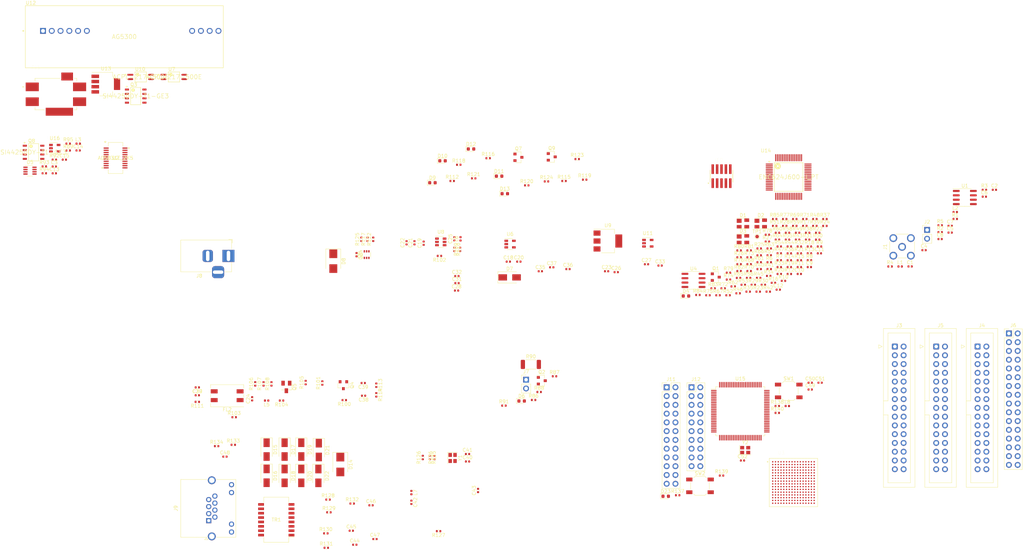
<source format=kicad_pcb>
(kicad_pcb (version 20171130) (host pcbnew 5.1.10-88a1d61d58~88~ubuntu20.04.1)

  (general
    (thickness 1.6)
    (drawings 0)
    (tracks 0)
    (zones 0)
    (modules 260)
    (nets 465)
  )

  (page A4)
  (layers
    (0 F.Cu signal)
    (31 B.Cu signal)
    (32 B.Adhes user)
    (33 F.Adhes user)
    (34 B.Paste user)
    (35 F.Paste user)
    (36 B.SilkS user)
    (37 F.SilkS user)
    (38 B.Mask user)
    (39 F.Mask user)
    (40 Dwgs.User user)
    (41 Cmts.User user)
    (42 Eco1.User user)
    (43 Eco2.User user)
    (44 Edge.Cuts user)
    (45 Margin user)
    (46 B.CrtYd user)
    (47 F.CrtYd user)
    (48 B.Fab user)
    (49 F.Fab user)
  )

  (setup
    (last_trace_width 0.25)
    (trace_clearance 0.2)
    (zone_clearance 0.508)
    (zone_45_only no)
    (trace_min 0.2)
    (via_size 0.8)
    (via_drill 0.4)
    (via_min_size 0.4)
    (via_min_drill 0.3)
    (uvia_size 0.3)
    (uvia_drill 0.1)
    (uvias_allowed no)
    (uvia_min_size 0.2)
    (uvia_min_drill 0.1)
    (edge_width 0.05)
    (segment_width 0.2)
    (pcb_text_width 0.3)
    (pcb_text_size 1.5 1.5)
    (mod_edge_width 0.12)
    (mod_text_size 1 1)
    (mod_text_width 0.15)
    (pad_size 1.524 1.524)
    (pad_drill 0.762)
    (pad_to_mask_clearance 0)
    (aux_axis_origin 0 0)
    (visible_elements FFFFFF7F)
    (pcbplotparams
      (layerselection 0x010fc_ffffffff)
      (usegerberextensions false)
      (usegerberattributes true)
      (usegerberadvancedattributes true)
      (creategerberjobfile true)
      (excludeedgelayer true)
      (linewidth 0.100000)
      (plotframeref false)
      (viasonmask false)
      (mode 1)
      (useauxorigin false)
      (hpglpennumber 1)
      (hpglpenspeed 20)
      (hpglpendiameter 15.000000)
      (psnegative false)
      (psa4output false)
      (plotreference true)
      (plotvalue true)
      (plotinvisibletext false)
      (padsonsilk false)
      (subtractmaskfromsilk false)
      (outputformat 1)
      (mirror false)
      (drillshape 1)
      (scaleselection 1)
      (outputdirectory ""))
  )

  (net 0 "")
  (net 1 /HighSpeedADC/ADC_IN)
  (net 2 "Net-(C1-Pad1)")
  (net 3 GND)
  (net 4 "Net-(C2-Pad1)")
  (net 5 "Net-(C4-Pad1)")
  (net 6 /HighSpeedADC/+5VA)
  (net 7 "Net-(C6-Pad2)")
  (net 8 /FPGA/GNDPLL0)
  (net 9 /FPGA/VCCPLL0)
  (net 10 /FPGA/GNDPLL1)
  (net 11 /FPGA/VCCPLL1)
  (net 12 +12V_OUT)
  (net 13 /CurrentSenser/12V_CURRENT)
  (net 14 /Power/+6V5)
  (net 15 +12V)
  (net 16 +3V3)
  (net 17 "Net-(C24-Pad2)")
  (net 18 "Net-(C24-Pad1)")
  (net 19 "Net-(C25-Pad2)")
  (net 20 "Net-(C25-Pad1)")
  (net 21 +2V5)
  (net 22 "Net-(C29-Pad2)")
  (net 23 "Net-(C30-Pad1)")
  (net 24 +1V2)
  (net 25 +5V)
  (net 26 "Net-(C38-Pad1)")
  (net 27 "Net-(C40-Pad1)")
  (net 28 "Net-(C41-Pad1)")
  (net 29 /Ethernet/+3V3A)
  (net 30 "Net-(C43-Pad2)")
  (net 31 "Net-(C44-Pad2)")
  (net 32 "Net-(C44-Pad1)")
  (net 33 "Net-(C45-Pad2)")
  (net 34 "Net-(C45-Pad1)")
  (net 35 "Net-(C46-Pad1)")
  (net 36 "Net-(C47-Pad1)")
  (net 37 "Net-(C48-Pad1)")
  (net 38 "Net-(C49-Pad1)")
  (net 39 "Net-(C50-Pad1)")
  (net 40 "Net-(C51-Pad2)")
  (net 41 /MCU/+3V3A)
  (net 42 +3V3MP)
  (net 43 "Net-(D1-Pad1)")
  (net 44 "Net-(D4-Pad2)")
  (net 45 "Net-(D4-Pad1)")
  (net 46 "Net-(D6-Pad1)")
  (net 47 "Net-(D9-Pad2)")
  (net 48 "Net-(D10-Pad2)")
  (net 49 "Net-(D11-Pad2)")
  (net 50 "Net-(D12-Pad2)")
  (net 51 "Net-(D12-Pad1)")
  (net 52 "Net-(D13-Pad2)")
  (net 53 "Net-(D13-Pad1)")
  (net 54 /Ethernet/POE_VC-)
  (net 55 /Ethernet/POE_VC+)
  (net 56 "Net-(D15-Pad2)")
  (net 57 "Net-(D17-Pad2)")
  (net 58 "Net-(D19-Pad2)")
  (net 59 "Net-(D20-Pad1)")
  (net 60 "Net-(D21-Pad2)")
  (net 61 "Net-(D23-Pad2)")
  (net 62 "Net-(D23-Pad1)")
  (net 63 "Net-(FL1-Pad3)")
  (net 64 "Net-(FL1-Pad1)")
  (net 65 /FPGA_IO1)
  (net 66 /FPGA_IO3)
  (net 67 /FPGA_IO5)
  (net 68 /FPGA_IO7)
  (net 69 /FPGA_IO9)
  (net 70 /FPGA_IO11)
  (net 71 /FPGA_IO13)
  (net 72 /FPGA_IO15)
  (net 73 /FPGA_IO14)
  (net 74 /FPGA_IO12)
  (net 75 /FPGA_IO10)
  (net 76 /FPGA_IO8)
  (net 77 /FPGA_IO6)
  (net 78 /FPGA_IO4)
  (net 79 /FPGA_IO2)
  (net 80 /FPGA_IO0)
  (net 81 "Net-(J9-Pad12)")
  (net 82 "Net-(J9-Pad10)")
  (net 83 "Net-(J9-Pad6)")
  (net 84 "Net-(J9-Pad2)")
  (net 85 "Net-(J9-Pad3)")
  (net 86 "Net-(J9-Pad1)")
  (net 87 /MCU/CPU_SWCLK)
  (net 88 /MCU/CPU_SWDIO)
  (net 89 "Net-(J10-Pad10)")
  (net 90 "Net-(J10-Pad09)")
  (net 91 "Net-(J10-Pad08)")
  (net 92 "Net-(J10-Pad07)")
  (net 93 "Net-(J10-Pad06)")
  (net 94 /MCU/CPU_UART4_TX)
  (net 95 /MCU/CPU_UART4_RX)
  (net 96 /MCU/CPU_PWM_CH1)
  (net 97 /MCU/CPU_PWM_CH2)
  (net 98 /MCU/CPU_PWM_CH3)
  (net 99 /MCU/CPU_PWM_CH4)
  (net 100 /MCU/CPU_IIC2_SDA)
  (net 101 /MCU/CPU_IIC2_SCL)
  (net 102 /MCU/CPU_UART1_RX)
  (net 103 /MCU/CPU_UART1_TX)
  (net 104 /MCU/CPU_SPI2_MOSI)
  (net 105 /MCU/CPU_SPI2_MISO)
  (net 106 /MCU/CPU_SPI2_SCK)
  (net 107 /MCU/CPU_SPI2_CS)
  (net 108 "Net-(J12-Pad11)")
  (net 109 /MCU/CPU_DAC1)
  (net 110 /MCU/CPU_DAC0)
  (net 111 /MCU/CPU_ADC7)
  (net 112 /MCU/CPU_ADC6)
  (net 113 /MCU/CPU_ADC5)
  (net 114 /MCU/CPU_ADC4)
  (net 115 /MCU/CPU_ADC3)
  (net 116 /MCU/CPU_ADC2)
  (net 117 /MCU/CPU_ADC1)
  (net 118 /MCU/CPU_ADC0)
  (net 119 /CurrentSenser/12V_SW)
  (net 120 "Net-(Q1-Pad1)")
  (net 121 "Net-(Q2-Pad3)")
  (net 122 "Net-(Q2-Pad1)")
  (net 123 "Net-(Q4-Pad3)")
  (net 124 /MCU/CPU_RESET)
  (net 125 "Net-(Q5-Pad1)")
  (net 126 "Net-(Q6-Pad2)")
  (net 127 "Net-(Q6-Pad3)")
  (net 128 "Net-(Q7-Pad1)")
  (net 129 "Net-(Q9-Pad1)")
  (net 130 "Net-(R1-Pad1)")
  (net 131 "Net-(R2-Pad1)")
  (net 132 "Net-(R4-Pad1)")
  (net 133 "Net-(R5-Pad2)")
  (net 134 "Net-(R6-Pad1)")
  (net 135 "Net-(R11-Pad2)")
  (net 136 "Net-(R12-Pad2)")
  (net 137 "Net-(R13-Pad2)")
  (net 138 "Net-(R14-Pad2)")
  (net 139 "Net-(R15-Pad2)")
  (net 140 "Net-(R16-Pad2)")
  (net 141 "Net-(R17-Pad2)")
  (net 142 "Net-(R18-Pad2)")
  (net 143 "Net-(R19-Pad2)")
  (net 144 "Net-(R20-Pad2)")
  (net 145 "Net-(R21-Pad2)")
  (net 146 "Net-(R22-Pad2)")
  (net 147 "Net-(R23-Pad2)")
  (net 148 "Net-(R24-Pad2)")
  (net 149 "Net-(R25-Pad2)")
  (net 150 "Net-(R26-Pad2)")
  (net 151 "Net-(R27-Pad2)")
  (net 152 "Net-(R28-Pad2)")
  (net 153 "Net-(R29-Pad2)")
  (net 154 "Net-(R30-Pad2)")
  (net 155 "Net-(R31-Pad2)")
  (net 156 "Net-(R32-Pad2)")
  (net 157 "Net-(R33-Pad2)")
  (net 158 "Net-(R34-Pad2)")
  (net 159 "Net-(R35-Pad2)")
  (net 160 "Net-(R36-Pad2)")
  (net 161 "Net-(R37-Pad2)")
  (net 162 "Net-(R38-Pad2)")
  (net 163 "Net-(R39-Pad2)")
  (net 164 "Net-(R40-Pad2)")
  (net 165 "Net-(R41-Pad2)")
  (net 166 "Net-(R42-Pad2)")
  (net 167 "Net-(R43-Pad2)")
  (net 168 "Net-(R44-Pad2)")
  (net 169 "Net-(R45-Pad2)")
  (net 170 "Net-(R46-Pad2)")
  (net 171 "Net-(R47-Pad2)")
  (net 172 "Net-(R48-Pad2)")
  (net 173 "Net-(R49-Pad2)")
  (net 174 "Net-(R50-Pad2)")
  (net 175 "Net-(R51-Pad2)")
  (net 176 "Net-(R52-Pad2)")
  (net 177 "Net-(R53-Pad2)")
  (net 178 "Net-(R54-Pad2)")
  (net 179 "Net-(R55-Pad2)")
  (net 180 "Net-(R56-Pad2)")
  (net 181 "Net-(R57-Pad2)")
  (net 182 "Net-(R58-Pad2)")
  (net 183 "Net-(R92-Pad1)")
  (net 184 "Net-(R100-Pad2)")
  (net 185 "Net-(R101-Pad1)")
  (net 186 "Net-(R102-Pad1)")
  (net 187 /MCU/CPU_POE_AT_EVENT)
  (net 188 "Net-(R109-Pad1)")
  (net 189 "Net-(R111-Pad2)")
  (net 190 /MCU/CPU_POE_SRC_STATUS)
  (net 191 "Net-(R126-Pad1)")
  (net 192 "Net-(R128-Pad1)")
  (net 193 "Net-(R129-Pad2)")
  (net 194 /Ethernet/RJ45_LED_G)
  (net 195 /Ethernet/RJ45_LED_Y)
  (net 196 "Net-(R139-Pad1)")
  (net 197 "Net-(SW2-Pad2)")
  (net 198 "Net-(TP1-Pad1)")
  (net 199 "Net-(U1-Pad5)")
  (net 200 "Net-(U1-Pad1)")
  (net 201 "Net-(U3-PadT16)")
  (net 202 "Net-(U3-PadT15)")
  (net 203 "Net-(U3-PadT14)")
  (net 204 "Net-(U3-PadT13)")
  (net 205 "Net-(U3-PadT11)")
  (net 206 "Net-(U3-PadT10)")
  (net 207 "Net-(U3-PadT9)")
  (net 208 "Net-(U3-PadT8)")
  (net 209 "Net-(U3-PadT7)")
  (net 210 "Net-(U3-PadT6)")
  (net 211 "Net-(U3-PadT5)")
  (net 212 "Net-(U3-PadT3)")
  (net 213 "Net-(U3-PadT2)")
  (net 214 "Net-(U3-PadT1)")
  (net 215 "Net-(U3-PadR16)")
  (net 216 "Net-(U3-PadR10)")
  (net 217 "Net-(U3-PadR9)")
  (net 218 "Net-(U3-PadR6)")
  (net 219 "Net-(U3-PadR5)")
  (net 220 "Net-(U3-PadR4)")
  (net 221 "Net-(U3-PadR3)")
  (net 222 "Net-(U3-PadR2)")
  (net 223 "Net-(U3-PadP10)")
  (net 224 "Net-(U3-PadP9)")
  (net 225 "Net-(U3-PadP8)")
  (net 226 "Net-(U3-PadP7)")
  (net 227 "Net-(U3-PadP6)")
  (net 228 "Net-(U3-PadP5)")
  (net 229 "Net-(U3-PadP4)")
  (net 230 "Net-(U3-PadN16)")
  (net 231 "Net-(U3-PadN12)")
  (net 232 "Net-(U3-PadN10)")
  (net 233 "Net-(U3-PadN9)")
  (net 234 "Net-(U3-PadN7)")
  (net 235 "Net-(U3-PadN6)")
  (net 236 "Net-(U3-PadN5)")
  (net 237 "Net-(U3-PadM12)")
  (net 238 "Net-(U3-PadM11)")
  (net 239 "Net-(U3-PadM9)")
  (net 240 "Net-(U3-PadM8)")
  (net 241 "Net-(U3-PadM7)")
  (net 242 "Net-(U3-PadL13)")
  (net 243 "Net-(U3-PadL11)")
  (net 244 "Net-(U3-PadL10)")
  (net 245 "Net-(U3-PadL9)")
  (net 246 /FPGA/FPGA_IO0)
  (net 247 "Net-(U3-PadK15)")
  (net 248 "Net-(U3-PadK9)")
  (net 249 /FPGA/FPGA_IO4)
  (net 250 "Net-(U3-PadJ15)")
  (net 251 /FPGA/FPGA_IO1)
  (net 252 /FPGA/FPGA_IO3)
  (net 253 /FPGA/FPGA_IO2)
  (net 254 /FPGA/FPGA_IO7)
  (net 255 /FPGA/FPGA_IO8)
  (net 256 /FPGA/FPGA_IO5)
  (net 257 /FPGA/FPGA_IO10)
  (net 258 /FPGA/FPGA_IO6)
  (net 259 /FPGA/FPGA_IO9)
  (net 260 /FPGA/FPGA_IO11)
  (net 261 "Net-(U3-PadG13)")
  (net 262 "Net-(U3-PadG12)")
  (net 263 /FPGA/FPGA_IO14)
  (net 264 /FPGA/FPGA_IO12)
  (net 265 /FPGA/FPGA_IO13)
  (net 266 /FPGA/FPGA_IO15)
  (net 267 "Net-(U3-PadF14)")
  (net 268 "Net-(U3-PadF13)")
  (net 269 "Net-(U3-PadF12)")
  (net 270 "Net-(U3-PadF11)")
  (net 271 "Net-(U3-PadE16)")
  (net 272 "Net-(U3-PadE14)")
  (net 273 "Net-(U3-PadE13)")
  (net 274 "Net-(U3-PadE6)")
  (net 275 "Net-(U3-PadE5)")
  (net 276 "Net-(U3-PadD16)")
  (net 277 "Net-(U3-PadD15)")
  (net 278 "Net-(U3-PadD14)")
  (net 279 "Net-(U3-PadD7)")
  (net 280 "Net-(U3-PadD6)")
  (net 281 "Net-(U3-PadD5)")
  (net 282 "Net-(U3-PadD4)")
  (net 283 "Net-(U3-PadD3)")
  (net 284 "Net-(U3-PadC16)")
  (net 285 "Net-(U3-PadC6)")
  (net 286 "Net-(U3-PadC5)")
  (net 287 "Net-(U3-PadC4)")
  (net 288 "Net-(U3-PadC3)")
  (net 289 "Net-(U3-PadB16)")
  (net 290 "Net-(U3-PadB7)")
  (net 291 "Net-(U3-PadB6)")
  (net 292 "Net-(U3-PadB5)")
  (net 293 "Net-(U3-PadB4)")
  (net 294 "Net-(U3-PadB3)")
  (net 295 "Net-(U3-PadA6)")
  (net 296 "Net-(U3-PadA5)")
  (net 297 "Net-(U3-PadA2)")
  (net 298 "Net-(U3-PadA1)")
  (net 299 "Net-(U6-Pad4)")
  (net 300 "Net-(U10-Pad2)")
  (net 301 "Net-(U11-Pad4)")
  (net 302 "Net-(U12-Pad6)")
  (net 303 "Net-(U12-Pad9)")
  (net 304 "Net-(U12-Pad5)")
  (net 305 "Net-(U12-Pad4)")
  (net 306 "Net-(U13-Pad2)")
  (net 307 "Net-(U14-Pad61)")
  (net 308 "Net-(U14-Pad60)")
  (net 309 "Net-(U14-Pad59)")
  (net 310 "Net-(U14-Pad58)")
  (net 311 "Net-(U14-Pad57)")
  (net 312 "Net-(U14-Pad56)")
  (net 313 "Net-(U14-Pad55)")
  (net 314 "Net-(U14-Pad54)")
  (net 315 "Net-(U14-Pad53)")
  (net 316 "Net-(U14-Pad48)")
  (net 317 "Net-(U14-Pad45)")
  (net 318 "Net-(U14-Pad44)")
  (net 319 "Net-(U14-Pad43)")
  (net 320 "Net-(U14-Pad42)")
  (net 321 "Net-(U14-Pad41)")
  (net 322 "Net-(U14-Pad40)")
  (net 323 "Net-(U14-Pad39)")
  (net 324 "Net-(U14-Pad38)")
  (net 325 "Net-(U14-Pad37)")
  (net 326 "Net-(U14-Pad36)")
  (net 327 "Net-(U14-Pad35)")
  (net 328 "Net-(U14-Pad33)")
  (net 329 "Net-(U14-Pad20)")
  (net 330 "Net-(U14-Pad19)")
  (net 331 "Net-(U14-Pad13)")
  (net 332 "Net-(U14-Pad12)")
  (net 333 "Net-(U14-Pad11)")
  (net 334 "Net-(U14-Pad10)")
  (net 335 "Net-(U14-Pad9)")
  (net 336 "Net-(U14-Pad8)")
  (net 337 "Net-(U14-Pad7)")
  (net 338 "Net-(U14-Pad6)")
  (net 339 "Net-(U14-Pad5)")
  (net 340 "Net-(U15-Pad92)")
  (net 341 "Net-(U15-Pad83)")
  (net 342 "Net-(U15-Pad73)")
  (net 343 "Net-(U15-Pad18)")
  (net 344 "Net-(U15-Pad17)")
  (net 345 "Net-(C3-Pad1)")
  (net 346 "Net-(C8-Pad2)")
  (net 347 /CurrentSenser/+3V3A)
  (net 348 /EEM0_IIC_SCL)
  (net 349 /EEM0_IIC_SDA)
  (net 350 /EEM1_IIC_SCL)
  (net 351 /EEM1_IIC_SDA)
  (net 352 /EEM2_IIC_SCL)
  (net 353 /EEM2_IIC_SDA)
  (net 354 /EEM0_7_N)
  (net 355 /EEM0_6_P)
  (net 356 /EEM0_5_N)
  (net 357 /EEM0_4_P)
  (net 358 /EEM0_3_N)
  (net 359 /EEM0_2_P)
  (net 360 /EEM0_1_N)
  (net 361 /EEM0_0_P)
  (net 362 /EEM0_7_P)
  (net 363 /EEM0_6_N)
  (net 364 /EEM0_5_P)
  (net 365 /EEM0_4_N)
  (net 366 /EEM0_3_P)
  (net 367 /EEM0_2_N)
  (net 368 /EEM0_1_P)
  (net 369 /EEM0_0_N)
  (net 370 /EEM1_7_N)
  (net 371 /EEM1_6_P)
  (net 372 /EEM1_5_N)
  (net 373 /EEM1_4_P)
  (net 374 /EEM1_3_N)
  (net 375 /EEM1_2_P)
  (net 376 /EEM1_1_N)
  (net 377 /EEM1_0_P)
  (net 378 /EEM1_7_P)
  (net 379 /EEM1_6_N)
  (net 380 /EEM1_5_P)
  (net 381 /EEM1_4_N)
  (net 382 /EEM1_3_P)
  (net 383 /EEM1_2_N)
  (net 384 /EEM1_1_P)
  (net 385 /EEM1_0_N)
  (net 386 /EEM2_7_N)
  (net 387 /EEM2_6_P)
  (net 388 /EEM2_5_N)
  (net 389 /EEM2_4_P)
  (net 390 /EEM2_3_N)
  (net 391 /EEM2_2_P)
  (net 392 /EEM2_1_N)
  (net 393 /EEM2_0_P)
  (net 394 /EEM2_7_P)
  (net 395 /EEM2_6_N)
  (net 396 /EEM2_5_P)
  (net 397 /EEM2_4_N)
  (net 398 /EEM2_3_P)
  (net 399 /EEM2_2_N)
  (net 400 /EEM2_1_P)
  (net 401 /EEM2_0_N)
  (net 402 "Net-(Q3-Pad4)")
  (net 403 /CDONE)
  (net 404 /CRESET)
  (net 405 /SPI_CS)
  (net 406 "Net-(R89-Pad1)")
  (net 407 "Net-(R93-Pad2)")
  (net 408 "Net-(R94-Pad2)")
  (net 409 /ENC_INT)
  (net 410 /ADC_D0)
  (net 411 /ADC_D1)
  (net 412 /ADC_D2)
  (net 413 /ADC_D3)
  (net 414 /ADC_D4)
  (net 415 /ADC_D5)
  (net 416 /ADC_D6)
  (net 417 /ADC_D7)
  (net 418 /ADC_CLK)
  (net 419 /FSMC_CLK)
  (net 420 /FSMC_D15)
  (net 421 /FSMC_D9)
  (net 422 /FSMC_D10)
  (net 423 /FSMC_D0)
  (net 424 /FSMC_A7)
  (net 425 /FSMC_NL)
  (net 426 /FSMC_NBL0)
  (net 427 /FSMC_D6)
  (net 428 /FSMC_D7)
  (net 429 /FSMC_D5)
  (net 430 /FSMC_D1)
  (net 431 /FSMC_A3)
  (net 432 /FSMC_A1)
  (net 433 /FSMC_NWAIT)
  (net 434 /FSMC_NOE)
  (net 435 /FSMC_D12)
  (net 436 /FSMC_D8)
  (net 437 /FSMC_D3)
  (net 438 /FSMC_A4)
  (net 439 /FSMC_A6)
  (net 440 /FSMC_A0)
  (net 441 /FSMC_NBL1)
  (net 442 /FSMC_D14)
  (net 443 /FSMC_D11)
  (net 444 /FSMC_D4)
  (net 445 /FSMC_A2)
  (net 446 /FSMC_D13)
  (net 447 /FSMC_D2)
  (net 448 /FSMC_A5)
  (net 449 "Net-(U3-PadF3)")
  (net 450 /FSMC_NE1)
  (net 451 /FSMC_NWE)
  (net 452 "Net-(U3-PadG3)")
  (net 453 /CSBSEL0)
  (net 454 /IIC_SCL)
  (net 455 /IIC_SDA)
  (net 456 "Net-(U3-PadN4)")
  (net 457 /SPI_MOSI)
  (net 458 /SPI_MISO)
  (net 459 /CSBSEL1)
  (net 460 "Net-(U3-PadR1)")
  (net 461 /SPI_SCK)
  (net 462 "Net-(U5-Pad6)")
  (net 463 "Net-(U16-Pad3)")
  (net 464 /SPI_ENC_CS)

  (net_class Default "This is the default net class."
    (clearance 0.2)
    (trace_width 0.25)
    (via_dia 0.8)
    (via_drill 0.4)
    (uvia_dia 0.3)
    (uvia_drill 0.1)
    (add_net +12V)
    (add_net +12V_OUT)
    (add_net +1V2)
    (add_net +2V5)
    (add_net +3V3)
    (add_net +3V3MP)
    (add_net +5V)
    (add_net /ADC_CLK)
    (add_net /ADC_D0)
    (add_net /ADC_D1)
    (add_net /ADC_D2)
    (add_net /ADC_D3)
    (add_net /ADC_D4)
    (add_net /ADC_D5)
    (add_net /ADC_D6)
    (add_net /ADC_D7)
    (add_net /CDONE)
    (add_net /CRESET)
    (add_net /CSBSEL0)
    (add_net /CSBSEL1)
    (add_net /CurrentSenser/+3V3A)
    (add_net /CurrentSenser/12V_CURRENT)
    (add_net /CurrentSenser/12V_SW)
    (add_net /EEM0_0_N)
    (add_net /EEM0_0_P)
    (add_net /EEM0_1_N)
    (add_net /EEM0_1_P)
    (add_net /EEM0_2_N)
    (add_net /EEM0_2_P)
    (add_net /EEM0_3_N)
    (add_net /EEM0_3_P)
    (add_net /EEM0_4_N)
    (add_net /EEM0_4_P)
    (add_net /EEM0_5_N)
    (add_net /EEM0_5_P)
    (add_net /EEM0_6_N)
    (add_net /EEM0_6_P)
    (add_net /EEM0_7_N)
    (add_net /EEM0_7_P)
    (add_net /EEM0_IIC_SCL)
    (add_net /EEM0_IIC_SDA)
    (add_net /EEM1_0_N)
    (add_net /EEM1_0_P)
    (add_net /EEM1_1_N)
    (add_net /EEM1_1_P)
    (add_net /EEM1_2_N)
    (add_net /EEM1_2_P)
    (add_net /EEM1_3_N)
    (add_net /EEM1_3_P)
    (add_net /EEM1_4_N)
    (add_net /EEM1_4_P)
    (add_net /EEM1_5_N)
    (add_net /EEM1_5_P)
    (add_net /EEM1_6_N)
    (add_net /EEM1_6_P)
    (add_net /EEM1_7_N)
    (add_net /EEM1_7_P)
    (add_net /EEM1_IIC_SCL)
    (add_net /EEM1_IIC_SDA)
    (add_net /EEM2_0_N)
    (add_net /EEM2_0_P)
    (add_net /EEM2_1_N)
    (add_net /EEM2_1_P)
    (add_net /EEM2_2_N)
    (add_net /EEM2_2_P)
    (add_net /EEM2_3_N)
    (add_net /EEM2_3_P)
    (add_net /EEM2_4_N)
    (add_net /EEM2_4_P)
    (add_net /EEM2_5_N)
    (add_net /EEM2_5_P)
    (add_net /EEM2_6_N)
    (add_net /EEM2_6_P)
    (add_net /EEM2_7_N)
    (add_net /EEM2_7_P)
    (add_net /EEM2_IIC_SCL)
    (add_net /EEM2_IIC_SDA)
    (add_net /ENC_INT)
    (add_net /Ethernet/+3V3A)
    (add_net /Ethernet/POE_VC+)
    (add_net /Ethernet/POE_VC-)
    (add_net /Ethernet/RJ45_LED_G)
    (add_net /Ethernet/RJ45_LED_Y)
    (add_net /FPGA/FPGA_IO0)
    (add_net /FPGA/FPGA_IO1)
    (add_net /FPGA/FPGA_IO10)
    (add_net /FPGA/FPGA_IO11)
    (add_net /FPGA/FPGA_IO12)
    (add_net /FPGA/FPGA_IO13)
    (add_net /FPGA/FPGA_IO14)
    (add_net /FPGA/FPGA_IO15)
    (add_net /FPGA/FPGA_IO2)
    (add_net /FPGA/FPGA_IO3)
    (add_net /FPGA/FPGA_IO4)
    (add_net /FPGA/FPGA_IO5)
    (add_net /FPGA/FPGA_IO6)
    (add_net /FPGA/FPGA_IO7)
    (add_net /FPGA/FPGA_IO8)
    (add_net /FPGA/FPGA_IO9)
    (add_net /FPGA/GNDPLL0)
    (add_net /FPGA/GNDPLL1)
    (add_net /FPGA/VCCPLL0)
    (add_net /FPGA/VCCPLL1)
    (add_net /FPGA_IO0)
    (add_net /FPGA_IO1)
    (add_net /FPGA_IO10)
    (add_net /FPGA_IO11)
    (add_net /FPGA_IO12)
    (add_net /FPGA_IO13)
    (add_net /FPGA_IO14)
    (add_net /FPGA_IO15)
    (add_net /FPGA_IO2)
    (add_net /FPGA_IO3)
    (add_net /FPGA_IO4)
    (add_net /FPGA_IO5)
    (add_net /FPGA_IO6)
    (add_net /FPGA_IO7)
    (add_net /FPGA_IO8)
    (add_net /FPGA_IO9)
    (add_net /FSMC_A0)
    (add_net /FSMC_A1)
    (add_net /FSMC_A2)
    (add_net /FSMC_A3)
    (add_net /FSMC_A4)
    (add_net /FSMC_A5)
    (add_net /FSMC_A6)
    (add_net /FSMC_A7)
    (add_net /FSMC_CLK)
    (add_net /FSMC_D0)
    (add_net /FSMC_D1)
    (add_net /FSMC_D10)
    (add_net /FSMC_D11)
    (add_net /FSMC_D12)
    (add_net /FSMC_D13)
    (add_net /FSMC_D14)
    (add_net /FSMC_D15)
    (add_net /FSMC_D2)
    (add_net /FSMC_D3)
    (add_net /FSMC_D4)
    (add_net /FSMC_D5)
    (add_net /FSMC_D6)
    (add_net /FSMC_D7)
    (add_net /FSMC_D8)
    (add_net /FSMC_D9)
    (add_net /FSMC_NBL0)
    (add_net /FSMC_NBL1)
    (add_net /FSMC_NE1)
    (add_net /FSMC_NL)
    (add_net /FSMC_NOE)
    (add_net /FSMC_NWAIT)
    (add_net /FSMC_NWE)
    (add_net /HighSpeedADC/+5VA)
    (add_net /HighSpeedADC/ADC_IN)
    (add_net /IIC_SCL)
    (add_net /IIC_SDA)
    (add_net /MCU/+3V3A)
    (add_net /MCU/CPU_ADC0)
    (add_net /MCU/CPU_ADC1)
    (add_net /MCU/CPU_ADC2)
    (add_net /MCU/CPU_ADC3)
    (add_net /MCU/CPU_ADC4)
    (add_net /MCU/CPU_ADC5)
    (add_net /MCU/CPU_ADC6)
    (add_net /MCU/CPU_ADC7)
    (add_net /MCU/CPU_DAC0)
    (add_net /MCU/CPU_DAC1)
    (add_net /MCU/CPU_IIC2_SCL)
    (add_net /MCU/CPU_IIC2_SDA)
    (add_net /MCU/CPU_POE_AT_EVENT)
    (add_net /MCU/CPU_POE_SRC_STATUS)
    (add_net /MCU/CPU_PWM_CH1)
    (add_net /MCU/CPU_PWM_CH2)
    (add_net /MCU/CPU_PWM_CH3)
    (add_net /MCU/CPU_PWM_CH4)
    (add_net /MCU/CPU_RESET)
    (add_net /MCU/CPU_SPI2_CS)
    (add_net /MCU/CPU_SPI2_MISO)
    (add_net /MCU/CPU_SPI2_MOSI)
    (add_net /MCU/CPU_SPI2_SCK)
    (add_net /MCU/CPU_SWCLK)
    (add_net /MCU/CPU_SWDIO)
    (add_net /MCU/CPU_UART1_RX)
    (add_net /MCU/CPU_UART1_TX)
    (add_net /MCU/CPU_UART4_RX)
    (add_net /MCU/CPU_UART4_TX)
    (add_net /Power/+6V5)
    (add_net /SPI_CS)
    (add_net /SPI_ENC_CS)
    (add_net /SPI_MISO)
    (add_net /SPI_MOSI)
    (add_net /SPI_SCK)
    (add_net GND)
    (add_net "Net-(C1-Pad1)")
    (add_net "Net-(C2-Pad1)")
    (add_net "Net-(C24-Pad1)")
    (add_net "Net-(C24-Pad2)")
    (add_net "Net-(C25-Pad1)")
    (add_net "Net-(C25-Pad2)")
    (add_net "Net-(C29-Pad2)")
    (add_net "Net-(C3-Pad1)")
    (add_net "Net-(C30-Pad1)")
    (add_net "Net-(C38-Pad1)")
    (add_net "Net-(C4-Pad1)")
    (add_net "Net-(C40-Pad1)")
    (add_net "Net-(C41-Pad1)")
    (add_net "Net-(C43-Pad2)")
    (add_net "Net-(C44-Pad1)")
    (add_net "Net-(C44-Pad2)")
    (add_net "Net-(C45-Pad1)")
    (add_net "Net-(C45-Pad2)")
    (add_net "Net-(C46-Pad1)")
    (add_net "Net-(C47-Pad1)")
    (add_net "Net-(C48-Pad1)")
    (add_net "Net-(C49-Pad1)")
    (add_net "Net-(C50-Pad1)")
    (add_net "Net-(C51-Pad2)")
    (add_net "Net-(C6-Pad2)")
    (add_net "Net-(C8-Pad2)")
    (add_net "Net-(D1-Pad1)")
    (add_net "Net-(D10-Pad2)")
    (add_net "Net-(D11-Pad2)")
    (add_net "Net-(D12-Pad1)")
    (add_net "Net-(D12-Pad2)")
    (add_net "Net-(D13-Pad1)")
    (add_net "Net-(D13-Pad2)")
    (add_net "Net-(D15-Pad2)")
    (add_net "Net-(D17-Pad2)")
    (add_net "Net-(D19-Pad2)")
    (add_net "Net-(D20-Pad1)")
    (add_net "Net-(D21-Pad2)")
    (add_net "Net-(D23-Pad1)")
    (add_net "Net-(D23-Pad2)")
    (add_net "Net-(D4-Pad1)")
    (add_net "Net-(D4-Pad2)")
    (add_net "Net-(D6-Pad1)")
    (add_net "Net-(D9-Pad2)")
    (add_net "Net-(FL1-Pad1)")
    (add_net "Net-(FL1-Pad3)")
    (add_net "Net-(J10-Pad06)")
    (add_net "Net-(J10-Pad07)")
    (add_net "Net-(J10-Pad08)")
    (add_net "Net-(J10-Pad09)")
    (add_net "Net-(J10-Pad10)")
    (add_net "Net-(J12-Pad11)")
    (add_net "Net-(J9-Pad1)")
    (add_net "Net-(J9-Pad10)")
    (add_net "Net-(J9-Pad12)")
    (add_net "Net-(J9-Pad2)")
    (add_net "Net-(J9-Pad3)")
    (add_net "Net-(J9-Pad6)")
    (add_net "Net-(Q1-Pad1)")
    (add_net "Net-(Q2-Pad1)")
    (add_net "Net-(Q2-Pad3)")
    (add_net "Net-(Q3-Pad4)")
    (add_net "Net-(Q4-Pad3)")
    (add_net "Net-(Q5-Pad1)")
    (add_net "Net-(Q6-Pad2)")
    (add_net "Net-(Q6-Pad3)")
    (add_net "Net-(Q7-Pad1)")
    (add_net "Net-(Q9-Pad1)")
    (add_net "Net-(R1-Pad1)")
    (add_net "Net-(R100-Pad2)")
    (add_net "Net-(R101-Pad1)")
    (add_net "Net-(R102-Pad1)")
    (add_net "Net-(R109-Pad1)")
    (add_net "Net-(R11-Pad2)")
    (add_net "Net-(R111-Pad2)")
    (add_net "Net-(R12-Pad2)")
    (add_net "Net-(R126-Pad1)")
    (add_net "Net-(R128-Pad1)")
    (add_net "Net-(R129-Pad2)")
    (add_net "Net-(R13-Pad2)")
    (add_net "Net-(R139-Pad1)")
    (add_net "Net-(R14-Pad2)")
    (add_net "Net-(R15-Pad2)")
    (add_net "Net-(R16-Pad2)")
    (add_net "Net-(R17-Pad2)")
    (add_net "Net-(R18-Pad2)")
    (add_net "Net-(R19-Pad2)")
    (add_net "Net-(R2-Pad1)")
    (add_net "Net-(R20-Pad2)")
    (add_net "Net-(R21-Pad2)")
    (add_net "Net-(R22-Pad2)")
    (add_net "Net-(R23-Pad2)")
    (add_net "Net-(R24-Pad2)")
    (add_net "Net-(R25-Pad2)")
    (add_net "Net-(R26-Pad2)")
    (add_net "Net-(R27-Pad2)")
    (add_net "Net-(R28-Pad2)")
    (add_net "Net-(R29-Pad2)")
    (add_net "Net-(R30-Pad2)")
    (add_net "Net-(R31-Pad2)")
    (add_net "Net-(R32-Pad2)")
    (add_net "Net-(R33-Pad2)")
    (add_net "Net-(R34-Pad2)")
    (add_net "Net-(R35-Pad2)")
    (add_net "Net-(R36-Pad2)")
    (add_net "Net-(R37-Pad2)")
    (add_net "Net-(R38-Pad2)")
    (add_net "Net-(R39-Pad2)")
    (add_net "Net-(R4-Pad1)")
    (add_net "Net-(R40-Pad2)")
    (add_net "Net-(R41-Pad2)")
    (add_net "Net-(R42-Pad2)")
    (add_net "Net-(R43-Pad2)")
    (add_net "Net-(R44-Pad2)")
    (add_net "Net-(R45-Pad2)")
    (add_net "Net-(R46-Pad2)")
    (add_net "Net-(R47-Pad2)")
    (add_net "Net-(R48-Pad2)")
    (add_net "Net-(R49-Pad2)")
    (add_net "Net-(R5-Pad2)")
    (add_net "Net-(R50-Pad2)")
    (add_net "Net-(R51-Pad2)")
    (add_net "Net-(R52-Pad2)")
    (add_net "Net-(R53-Pad2)")
    (add_net "Net-(R54-Pad2)")
    (add_net "Net-(R55-Pad2)")
    (add_net "Net-(R56-Pad2)")
    (add_net "Net-(R57-Pad2)")
    (add_net "Net-(R58-Pad2)")
    (add_net "Net-(R6-Pad1)")
    (add_net "Net-(R89-Pad1)")
    (add_net "Net-(R92-Pad1)")
    (add_net "Net-(R93-Pad2)")
    (add_net "Net-(R94-Pad2)")
    (add_net "Net-(SW2-Pad2)")
    (add_net "Net-(TP1-Pad1)")
    (add_net "Net-(U1-Pad1)")
    (add_net "Net-(U1-Pad5)")
    (add_net "Net-(U10-Pad2)")
    (add_net "Net-(U11-Pad4)")
    (add_net "Net-(U12-Pad4)")
    (add_net "Net-(U12-Pad5)")
    (add_net "Net-(U12-Pad6)")
    (add_net "Net-(U12-Pad9)")
    (add_net "Net-(U13-Pad2)")
    (add_net "Net-(U14-Pad10)")
    (add_net "Net-(U14-Pad11)")
    (add_net "Net-(U14-Pad12)")
    (add_net "Net-(U14-Pad13)")
    (add_net "Net-(U14-Pad19)")
    (add_net "Net-(U14-Pad20)")
    (add_net "Net-(U14-Pad33)")
    (add_net "Net-(U14-Pad35)")
    (add_net "Net-(U14-Pad36)")
    (add_net "Net-(U14-Pad37)")
    (add_net "Net-(U14-Pad38)")
    (add_net "Net-(U14-Pad39)")
    (add_net "Net-(U14-Pad40)")
    (add_net "Net-(U14-Pad41)")
    (add_net "Net-(U14-Pad42)")
    (add_net "Net-(U14-Pad43)")
    (add_net "Net-(U14-Pad44)")
    (add_net "Net-(U14-Pad45)")
    (add_net "Net-(U14-Pad48)")
    (add_net "Net-(U14-Pad5)")
    (add_net "Net-(U14-Pad53)")
    (add_net "Net-(U14-Pad54)")
    (add_net "Net-(U14-Pad55)")
    (add_net "Net-(U14-Pad56)")
    (add_net "Net-(U14-Pad57)")
    (add_net "Net-(U14-Pad58)")
    (add_net "Net-(U14-Pad59)")
    (add_net "Net-(U14-Pad6)")
    (add_net "Net-(U14-Pad60)")
    (add_net "Net-(U14-Pad61)")
    (add_net "Net-(U14-Pad7)")
    (add_net "Net-(U14-Pad8)")
    (add_net "Net-(U14-Pad9)")
    (add_net "Net-(U15-Pad17)")
    (add_net "Net-(U15-Pad18)")
    (add_net "Net-(U15-Pad73)")
    (add_net "Net-(U15-Pad83)")
    (add_net "Net-(U15-Pad92)")
    (add_net "Net-(U16-Pad3)")
    (add_net "Net-(U3-PadA1)")
    (add_net "Net-(U3-PadA2)")
    (add_net "Net-(U3-PadA5)")
    (add_net "Net-(U3-PadA6)")
    (add_net "Net-(U3-PadB16)")
    (add_net "Net-(U3-PadB3)")
    (add_net "Net-(U3-PadB4)")
    (add_net "Net-(U3-PadB5)")
    (add_net "Net-(U3-PadB6)")
    (add_net "Net-(U3-PadB7)")
    (add_net "Net-(U3-PadC16)")
    (add_net "Net-(U3-PadC3)")
    (add_net "Net-(U3-PadC4)")
    (add_net "Net-(U3-PadC5)")
    (add_net "Net-(U3-PadC6)")
    (add_net "Net-(U3-PadD14)")
    (add_net "Net-(U3-PadD15)")
    (add_net "Net-(U3-PadD16)")
    (add_net "Net-(U3-PadD3)")
    (add_net "Net-(U3-PadD4)")
    (add_net "Net-(U3-PadD5)")
    (add_net "Net-(U3-PadD6)")
    (add_net "Net-(U3-PadD7)")
    (add_net "Net-(U3-PadE13)")
    (add_net "Net-(U3-PadE14)")
    (add_net "Net-(U3-PadE16)")
    (add_net "Net-(U3-PadE5)")
    (add_net "Net-(U3-PadE6)")
    (add_net "Net-(U3-PadF11)")
    (add_net "Net-(U3-PadF12)")
    (add_net "Net-(U3-PadF13)")
    (add_net "Net-(U3-PadF14)")
    (add_net "Net-(U3-PadF3)")
    (add_net "Net-(U3-PadG12)")
    (add_net "Net-(U3-PadG13)")
    (add_net "Net-(U3-PadG3)")
    (add_net "Net-(U3-PadJ15)")
    (add_net "Net-(U3-PadK15)")
    (add_net "Net-(U3-PadK9)")
    (add_net "Net-(U3-PadL10)")
    (add_net "Net-(U3-PadL11)")
    (add_net "Net-(U3-PadL13)")
    (add_net "Net-(U3-PadL9)")
    (add_net "Net-(U3-PadM11)")
    (add_net "Net-(U3-PadM12)")
    (add_net "Net-(U3-PadM7)")
    (add_net "Net-(U3-PadM8)")
    (add_net "Net-(U3-PadM9)")
    (add_net "Net-(U3-PadN10)")
    (add_net "Net-(U3-PadN12)")
    (add_net "Net-(U3-PadN16)")
    (add_net "Net-(U3-PadN4)")
    (add_net "Net-(U3-PadN5)")
    (add_net "Net-(U3-PadN6)")
    (add_net "Net-(U3-PadN7)")
    (add_net "Net-(U3-PadN9)")
    (add_net "Net-(U3-PadP10)")
    (add_net "Net-(U3-PadP4)")
    (add_net "Net-(U3-PadP5)")
    (add_net "Net-(U3-PadP6)")
    (add_net "Net-(U3-PadP7)")
    (add_net "Net-(U3-PadP8)")
    (add_net "Net-(U3-PadP9)")
    (add_net "Net-(U3-PadR1)")
    (add_net "Net-(U3-PadR10)")
    (add_net "Net-(U3-PadR16)")
    (add_net "Net-(U3-PadR2)")
    (add_net "Net-(U3-PadR3)")
    (add_net "Net-(U3-PadR4)")
    (add_net "Net-(U3-PadR5)")
    (add_net "Net-(U3-PadR6)")
    (add_net "Net-(U3-PadR9)")
    (add_net "Net-(U3-PadT1)")
    (add_net "Net-(U3-PadT10)")
    (add_net "Net-(U3-PadT11)")
    (add_net "Net-(U3-PadT13)")
    (add_net "Net-(U3-PadT14)")
    (add_net "Net-(U3-PadT15)")
    (add_net "Net-(U3-PadT16)")
    (add_net "Net-(U3-PadT2)")
    (add_net "Net-(U3-PadT3)")
    (add_net "Net-(U3-PadT5)")
    (add_net "Net-(U3-PadT6)")
    (add_net "Net-(U3-PadT7)")
    (add_net "Net-(U3-PadT8)")
    (add_net "Net-(U3-PadT9)")
    (add_net "Net-(U5-Pad6)")
    (add_net "Net-(U6-Pad4)")
  )

  (module Package_TO_SOT_SMD:SOT-23-5 (layer F.Cu) (tedit 5A02FF57) (tstamp 60D2873F)
    (at -6.855 49.183)
    (descr "5-pin SOT23 package")
    (tags SOT-23-5)
    (path /60E3407A/622C2DA6)
    (attr smd)
    (fp_text reference U16 (at 0 -2.9) (layer F.SilkS)
      (effects (font (size 1 1) (thickness 0.15)))
    )
    (fp_text value LMV321 (at 0 2.9) (layer F.Fab)
      (effects (font (size 1 1) (thickness 0.15)))
    )
    (fp_text user %R (at 0 0 90) (layer F.Fab)
      (effects (font (size 0.5 0.5) (thickness 0.075)))
    )
    (fp_line (start -0.9 1.61) (end 0.9 1.61) (layer F.SilkS) (width 0.12))
    (fp_line (start 0.9 -1.61) (end -1.55 -1.61) (layer F.SilkS) (width 0.12))
    (fp_line (start -1.9 -1.8) (end 1.9 -1.8) (layer F.CrtYd) (width 0.05))
    (fp_line (start 1.9 -1.8) (end 1.9 1.8) (layer F.CrtYd) (width 0.05))
    (fp_line (start 1.9 1.8) (end -1.9 1.8) (layer F.CrtYd) (width 0.05))
    (fp_line (start -1.9 1.8) (end -1.9 -1.8) (layer F.CrtYd) (width 0.05))
    (fp_line (start -0.9 -0.9) (end -0.25 -1.55) (layer F.Fab) (width 0.1))
    (fp_line (start 0.9 -1.55) (end -0.25 -1.55) (layer F.Fab) (width 0.1))
    (fp_line (start -0.9 -0.9) (end -0.9 1.55) (layer F.Fab) (width 0.1))
    (fp_line (start 0.9 1.55) (end -0.9 1.55) (layer F.Fab) (width 0.1))
    (fp_line (start 0.9 -1.55) (end 0.9 1.55) (layer F.Fab) (width 0.1))
    (pad 5 smd rect (at 1.1 -0.95) (size 1.06 0.65) (layers F.Cu F.Paste F.Mask)
      (net 347 /CurrentSenser/+3V3A))
    (pad 4 smd rect (at 1.1 0.95) (size 1.06 0.65) (layers F.Cu F.Paste F.Mask)
      (net 463 "Net-(U16-Pad3)"))
    (pad 3 smd rect (at -1.1 0.95) (size 1.06 0.65) (layers F.Cu F.Paste F.Mask)
      (net 463 "Net-(U16-Pad3)"))
    (pad 2 smd rect (at -1.1 0) (size 1.06 0.65) (layers F.Cu F.Paste F.Mask)
      (net 3 GND))
    (pad 1 smd rect (at -1.1 -0.95) (size 1.06 0.65) (layers F.Cu F.Paste F.Mask)
      (net 408 "Net-(R94-Pad2)"))
    (model ${KISYS3DMOD}/Package_TO_SOT_SMD.3dshapes/SOT-23-5.wrl
      (at (xyz 0 0 0))
      (scale (xyz 1 1 1))
      (rotate (xyz 0 0 0))
    )
  )

  (module TestAutomation:Microchip-ENC624J600-I_PT-Level_A (layer F.Cu) (tedit 5EF19553) (tstamp 60D2860E)
    (at 205.613 57.531)
    (path /60E4702B/6239CBED)
    (fp_text reference U14 (at -8.149998 -7.65) (layer F.SilkS)
      (effects (font (size 1 1) (thickness 0.15)) (justify left))
    )
    (fp_text value ENC624J600-I_PT (at 0 0) (layer F.SilkS)
      (effects (font (size 1.27 1.27) (thickness 0.15)))
    )
    (fp_circle (center -5.599999 -4.450001) (end -5.474998 -4.450001) (layer F.SilkS) (width 0.249999))
    (fp_circle (center -3.149999 -3.150001) (end -2.85 -3.150001) (layer F.SilkS) (width 0.599999))
    (fp_circle (center -4.099999 -4.100002) (end -3.6 -4.100002) (layer F.Fab) (width 0.1))
    (fp_line (start -4.149999 4.149999) (end -4.149999 -4.150002) (layer F.SilkS) (width 0.15))
    (fp_line (start 4.150002 4.149999) (end 4.150002 -4.150002) (layer F.SilkS) (width 0.15))
    (fp_line (start -4.149999 -4.150002) (end 4.150002 -4.150002) (layer F.SilkS) (width 0.15))
    (fp_line (start -4.149999 4.149999) (end 4.150002 4.149999) (layer F.SilkS) (width 0.15))
    (fp_line (start -5 4.999998) (end -5 -5.000003) (layer F.Fab) (width 0.1))
    (fp_line (start 5 4.999998) (end 5 -5.000003) (layer F.Fab) (width 0.1))
    (fp_line (start -5 -5.000003) (end 5 -5.000003) (layer F.Fab) (width 0.1))
    (fp_line (start -5 4.999998) (end 5 4.999998) (layer F.Fab) (width 0.1))
    (fp_line (start 7.075 -7.074999) (end 7.075 -7.074999) (layer F.CrtYd) (width 0.15))
    (fp_line (start 7.075 -7.074999) (end -7.074998 -7.074999) (layer F.CrtYd) (width 0.15))
    (fp_line (start -7.074998 -7.074999) (end -7.074998 7.074999) (layer F.CrtYd) (width 0.15))
    (fp_line (start -7.074998 7.074999) (end 7.075 7.074999) (layer F.CrtYd) (width 0.15))
    (fp_line (start 7.075 7.074999) (end 7.075 -7.074999) (layer F.CrtYd) (width 0.15))
    (pad 1 smd roundrect (at -5.599999 -3.750003 270) (size 0.299999 2.100001) (layers F.Cu F.Paste F.Mask) (roundrect_rratio 0.5)
      (net 3 GND))
    (pad 2 smd roundrect (at -5.599999 -3.250001 270) (size 0.299999 2.100001) (layers F.Cu F.Paste F.Mask) (roundrect_rratio 0.5)
      (net 27 "Net-(C40-Pad1)"))
    (pad 3 smd roundrect (at -5.599999 -2.750002 270) (size 0.299999 2.100001) (layers F.Cu F.Paste F.Mask) (roundrect_rratio 0.5)
      (net 28 "Net-(C41-Pad1)"))
    (pad 4 smd roundrect (at -5.599999 -2.250001 270) (size 0.299999 2.100001) (layers F.Cu F.Paste F.Mask) (roundrect_rratio 0.5)
      (net 29 /Ethernet/+3V3A))
    (pad 5 smd roundrect (at -5.599999 -1.750002 270) (size 0.299999 2.100001) (layers F.Cu F.Paste F.Mask) (roundrect_rratio 0.5)
      (net 339 "Net-(U14-Pad5)"))
    (pad 6 smd roundrect (at -5.599999 -1.250003 270) (size 0.299999 2.100001) (layers F.Cu F.Paste F.Mask) (roundrect_rratio 0.5)
      (net 338 "Net-(U14-Pad6)"))
    (pad 7 smd roundrect (at -5.599999 -0.750001 270) (size 0.299999 2.100001) (layers F.Cu F.Paste F.Mask) (roundrect_rratio 0.5)
      (net 337 "Net-(U14-Pad7)"))
    (pad 8 smd roundrect (at -5.599999 -0.250002 270) (size 0.299999 2.100001) (layers F.Cu F.Paste F.Mask) (roundrect_rratio 0.5)
      (net 336 "Net-(U14-Pad8)"))
    (pad 9 smd roundrect (at -5.599999 0.249999 270) (size 0.299999 2.100001) (layers F.Cu F.Paste F.Mask) (roundrect_rratio 0.5)
      (net 335 "Net-(U14-Pad9)"))
    (pad 10 smd roundrect (at -5.599999 0.749999 270) (size 0.299999 2.100001) (layers F.Cu F.Paste F.Mask) (roundrect_rratio 0.5)
      (net 334 "Net-(U14-Pad10)"))
    (pad 11 smd roundrect (at -5.599999 1.249998 270) (size 0.299999 2.100001) (layers F.Cu F.Paste F.Mask) (roundrect_rratio 0.5)
      (net 333 "Net-(U14-Pad11)"))
    (pad 12 smd roundrect (at -5.599999 1.749999 270) (size 0.299999 2.100001) (layers F.Cu F.Paste F.Mask) (roundrect_rratio 0.5)
      (net 332 "Net-(U14-Pad12)"))
    (pad 13 smd roundrect (at -5.599999 2.249998 270) (size 0.299999 2.100001) (layers F.Cu F.Paste F.Mask) (roundrect_rratio 0.5)
      (net 331 "Net-(U14-Pad13)"))
    (pad 14 smd roundrect (at -5.599999 2.75 270) (size 0.299999 2.100001) (layers F.Cu F.Paste F.Mask) (roundrect_rratio 0.5)
      (net 195 /Ethernet/RJ45_LED_Y))
    (pad 15 smd roundrect (at -5.599999 3.249999 270) (size 0.299999 2.100001) (layers F.Cu F.Paste F.Mask) (roundrect_rratio 0.5)
      (net 194 /Ethernet/RJ45_LED_G))
    (pad 16 smd roundrect (at -5.599999 3.749998 270) (size 0.299999 2.100001) (layers F.Cu F.Paste F.Mask) (roundrect_rratio 0.5)
      (net 191 "Net-(R126-Pad1)"))
    (pad 17 smd roundrect (at -3.75 5.599999) (size 0.299999 2.100001) (layers F.Cu F.Paste F.Mask) (roundrect_rratio 0.5)
      (net 16 +3V3))
    (pad 18 smd roundrect (at -3.249999 5.599999) (size 0.299999 2.100001) (layers F.Cu F.Paste F.Mask) (roundrect_rratio 0.5)
      (net 16 +3V3))
    (pad 19 smd roundrect (at -2.75 5.599999) (size 0.299999 2.100001) (layers F.Cu F.Paste F.Mask) (roundrect_rratio 0.5)
      (net 330 "Net-(U14-Pad19)"))
    (pad 20 smd roundrect (at -2.249998 5.599999) (size 0.299999 2.100001) (layers F.Cu F.Paste F.Mask) (roundrect_rratio 0.5)
      (net 329 "Net-(U14-Pad20)"))
    (pad 21 smd roundrect (at -1.749999 5.599999) (size 0.299999 2.100001) (layers F.Cu F.Paste F.Mask) (roundrect_rratio 0.5)
      (net 29 /Ethernet/+3V3A))
    (pad 22 smd roundrect (at -1.25 5.599999) (size 0.299999 2.100001) (layers F.Cu F.Paste F.Mask) (roundrect_rratio 0.5)
      (net 29 /Ethernet/+3V3A))
    (pad 23 smd roundrect (at -0.749999 5.599999) (size 0.299999 2.100001) (layers F.Cu F.Paste F.Mask) (roundrect_rratio 0.5)
      (net 3 GND))
    (pad 24 smd roundrect (at -0.249999 5.599999) (size 0.299999 2.100001) (layers F.Cu F.Paste F.Mask) (roundrect_rratio 0.5)
      (net 3 GND))
    (pad 25 smd roundrect (at 0.250002 5.599999) (size 0.299999 2.100001) (layers F.Cu F.Paste F.Mask) (roundrect_rratio 0.5)
      (net 29 /Ethernet/+3V3A))
    (pad 26 smd roundrect (at 0.750001 5.599999) (size 0.299999 2.100001) (layers F.Cu F.Paste F.Mask) (roundrect_rratio 0.5)
      (net 32 "Net-(C44-Pad1)"))
    (pad 27 smd roundrect (at 1.25 5.599999) (size 0.299999 2.100001) (layers F.Cu F.Paste F.Mask) (roundrect_rratio 0.5)
      (net 33 "Net-(C45-Pad2)"))
    (pad 28 smd roundrect (at 1.750002 5.599999) (size 0.299999 2.100001) (layers F.Cu F.Paste F.Mask) (roundrect_rratio 0.5)
      (net 29 /Ethernet/+3V3A))
    (pad 29 smd roundrect (at 2.250001 5.599999) (size 0.299999 2.100001) (layers F.Cu F.Paste F.Mask) (roundrect_rratio 0.5)
      (net 3 GND))
    (pad 30 smd roundrect (at 2.750002 5.599999) (size 0.299999 2.100001) (layers F.Cu F.Paste F.Mask) (roundrect_rratio 0.5)
      (net 192 "Net-(R128-Pad1)"))
    (pad 31 smd roundrect (at 3.250001 5.599999) (size 0.299999 2.100001) (layers F.Cu F.Paste F.Mask) (roundrect_rratio 0.5)
      (net 193 "Net-(R129-Pad2)"))
    (pad 32 smd roundrect (at 3.75 5.599999) (size 0.299999 2.100001) (layers F.Cu F.Paste F.Mask) (roundrect_rratio 0.5)
      (net 3 GND))
    (pad 33 smd roundrect (at 5.600002 3.749998 270) (size 0.299999 2.100001) (layers F.Cu F.Paste F.Mask) (roundrect_rratio 0.5)
      (net 328 "Net-(U14-Pad33)"))
    (pad 34 smd roundrect (at 5.600002 3.249999 270) (size 0.299999 2.100001) (layers F.Cu F.Paste F.Mask) (roundrect_rratio 0.5)
      (net 409 /ENC_INT))
    (pad 35 smd roundrect (at 5.600002 2.75 270) (size 0.299999 2.100001) (layers F.Cu F.Paste F.Mask) (roundrect_rratio 0.5)
      (net 327 "Net-(U14-Pad35)"))
    (pad 36 smd roundrect (at 5.600002 2.249998 270) (size 0.299999 2.100001) (layers F.Cu F.Paste F.Mask) (roundrect_rratio 0.5)
      (net 326 "Net-(U14-Pad36)"))
    (pad 37 smd roundrect (at 5.600002 1.749999 270) (size 0.299999 2.100001) (layers F.Cu F.Paste F.Mask) (roundrect_rratio 0.5)
      (net 325 "Net-(U14-Pad37)"))
    (pad 38 smd roundrect (at 5.600002 1.249998 270) (size 0.299999 2.100001) (layers F.Cu F.Paste F.Mask) (roundrect_rratio 0.5)
      (net 324 "Net-(U14-Pad38)"))
    (pad 39 smd roundrect (at 5.600002 0.749999 270) (size 0.299999 2.100001) (layers F.Cu F.Paste F.Mask) (roundrect_rratio 0.5)
      (net 323 "Net-(U14-Pad39)"))
    (pad 40 smd roundrect (at 5.600002 0.249999 270) (size 0.299999 2.100001) (layers F.Cu F.Paste F.Mask) (roundrect_rratio 0.5)
      (net 322 "Net-(U14-Pad40)"))
    (pad 41 smd roundrect (at 5.600002 -0.250002 270) (size 0.299999 2.100001) (layers F.Cu F.Paste F.Mask) (roundrect_rratio 0.5)
      (net 321 "Net-(U14-Pad41)"))
    (pad 42 smd roundrect (at 5.600002 -0.750001 270) (size 0.299999 2.100001) (layers F.Cu F.Paste F.Mask) (roundrect_rratio 0.5)
      (net 320 "Net-(U14-Pad42)"))
    (pad 43 smd roundrect (at 5.600002 -1.250003 270) (size 0.299999 2.100001) (layers F.Cu F.Paste F.Mask) (roundrect_rratio 0.5)
      (net 319 "Net-(U14-Pad43)"))
    (pad 44 smd roundrect (at 5.600002 -1.750002 270) (size 0.299999 2.100001) (layers F.Cu F.Paste F.Mask) (roundrect_rratio 0.5)
      (net 318 "Net-(U14-Pad44)"))
    (pad 45 smd roundrect (at 5.600002 -2.250001 270) (size 0.299999 2.100001) (layers F.Cu F.Paste F.Mask) (roundrect_rratio 0.5)
      (net 317 "Net-(U14-Pad45)"))
    (pad 46 smd roundrect (at 5.600002 -2.750002 270) (size 0.299999 2.100001) (layers F.Cu F.Paste F.Mask) (roundrect_rratio 0.5)
      (net 3 GND))
    (pad 47 smd roundrect (at 5.600002 -3.250001 270) (size 0.299999 2.100001) (layers F.Cu F.Paste F.Mask) (roundrect_rratio 0.5)
      (net 16 +3V3))
    (pad 48 smd roundrect (at 5.600002 -3.750003 270) (size 0.299999 2.100001) (layers F.Cu F.Paste F.Mask) (roundrect_rratio 0.5)
      (net 316 "Net-(U14-Pad48)"))
    (pad 49 smd roundrect (at 3.75 -5.600002) (size 0.299999 2.100001) (layers F.Cu F.Paste F.Mask) (roundrect_rratio 0.5)
      (net 464 /SPI_ENC_CS))
    (pad 50 smd roundrect (at 3.250001 -5.600002) (size 0.299999 2.100001) (layers F.Cu F.Paste F.Mask) (roundrect_rratio 0.5)
      (net 458 /SPI_MISO))
    (pad 51 smd roundrect (at 2.750002 -5.600002) (size 0.299999 2.100001) (layers F.Cu F.Paste F.Mask) (roundrect_rratio 0.5)
      (net 457 /SPI_MOSI))
    (pad 52 smd roundrect (at 2.250001 -5.600002) (size 0.299999 2.100001) (layers F.Cu F.Paste F.Mask) (roundrect_rratio 0.5)
      (net 461 /SPI_SCK))
    (pad 53 smd roundrect (at 1.750002 -5.600002) (size 0.299999 2.100001) (layers F.Cu F.Paste F.Mask) (roundrect_rratio 0.5)
      (net 315 "Net-(U14-Pad53)"))
    (pad 54 smd roundrect (at 1.25 -5.600002) (size 0.299999 2.100001) (layers F.Cu F.Paste F.Mask) (roundrect_rratio 0.5)
      (net 314 "Net-(U14-Pad54)"))
    (pad 55 smd roundrect (at 0.750001 -5.600002) (size 0.299999 2.100001) (layers F.Cu F.Paste F.Mask) (roundrect_rratio 0.5)
      (net 313 "Net-(U14-Pad55)"))
    (pad 56 smd roundrect (at 0.250002 -5.600002) (size 0.299999 2.100001) (layers F.Cu F.Paste F.Mask) (roundrect_rratio 0.5)
      (net 312 "Net-(U14-Pad56)"))
    (pad 57 smd roundrect (at -0.249999 -5.600002) (size 0.299999 2.100001) (layers F.Cu F.Paste F.Mask) (roundrect_rratio 0.5)
      (net 311 "Net-(U14-Pad57)"))
    (pad 58 smd roundrect (at -0.749999 -5.600002) (size 0.299999 2.100001) (layers F.Cu F.Paste F.Mask) (roundrect_rratio 0.5)
      (net 310 "Net-(U14-Pad58)"))
    (pad 59 smd roundrect (at -1.25 -5.600002) (size 0.299999 2.100001) (layers F.Cu F.Paste F.Mask) (roundrect_rratio 0.5)
      (net 309 "Net-(U14-Pad59)"))
    (pad 60 smd roundrect (at -1.749999 -5.600002) (size 0.299999 2.100001) (layers F.Cu F.Paste F.Mask) (roundrect_rratio 0.5)
      (net 308 "Net-(U14-Pad60)"))
    (pad 61 smd roundrect (at -2.249998 -5.600002) (size 0.299999 2.100001) (layers F.Cu F.Paste F.Mask) (roundrect_rratio 0.5)
      (net 307 "Net-(U14-Pad61)"))
    (pad 62 smd roundrect (at -2.75 -5.600002) (size 0.299999 2.100001) (layers F.Cu F.Paste F.Mask) (roundrect_rratio 0.5)
      (net 3 GND))
    (pad 63 smd roundrect (at -3.249999 -5.600002) (size 0.299999 2.100001) (layers F.Cu F.Paste F.Mask) (roundrect_rratio 0.5)
      (net 30 "Net-(C43-Pad2)"))
    (pad 64 smd roundrect (at -3.75 -5.600002) (size 0.299999 2.100001) (layers F.Cu F.Paste F.Mask) (roundrect_rratio 0.5)
      (net 16 +3V3))
    (model eec.models/Microchip_-_ENC624J600-I/PT.step
      (at (xyz 0 0 0))
      (scale (xyz 1 1 1))
      (rotate (xyz 0 0 0))
    )
  )

  (module Package_TO_SOT_SMD:SOT-223-5 (layer F.Cu) (tedit 5A02FF57) (tstamp 60D285BA)
    (at 7.925 30.603)
    (descr "module CMS SOT223 5 pins, http://ww1.microchip.com/downloads/en/DeviceDoc/51751a.pdf")
    (tags "CMS SOT")
    (path /60C2FE2A/6275B788)
    (attr smd)
    (fp_text reference U13 (at 0.0625 -4.5) (layer F.SilkS)
      (effects (font (size 1 1) (thickness 0.15)))
    )
    (fp_text value LP38692MPX-5.0_NOPB (at 0.0625 4.5) (layer F.Fab)
      (effects (font (size 1 1) (thickness 0.15)))
    )
    (fp_text user %R (at 0 0 90) (layer F.Fab)
      (effects (font (size 0.8 0.8) (thickness 0.12)))
    )
    (fp_line (start -1.7875 -2.3) (end -0.7375 -3.35) (layer F.Fab) (width 0.1))
    (fp_line (start 1.9725 3.41) (end 1.9725 2.15) (layer F.SilkS) (width 0.12))
    (fp_line (start 1.9725 -3.41) (end 1.9725 -2.15) (layer F.SilkS) (width 0.12))
    (fp_line (start -1.7875 -2.3) (end -1.7875 3.35) (layer F.Fab) (width 0.1))
    (fp_line (start -1.7875 3.41) (end 1.9725 3.41) (layer F.SilkS) (width 0.12))
    (fp_line (start -0.7375 -3.35) (end 1.9125 -3.35) (layer F.Fab) (width 0.1))
    (fp_line (start -4.0375 -3.41) (end 1.9725 -3.41) (layer F.SilkS) (width 0.12))
    (fp_line (start -1.7875 3.35) (end 1.9125 3.35) (layer F.Fab) (width 0.1))
    (fp_line (start 1.9125 -3.35) (end 1.9125 3.35) (layer F.Fab) (width 0.1))
    (fp_line (start -4.4 -3.6) (end 4.4 -3.6) (layer F.CrtYd) (width 0.05))
    (fp_line (start -4.4 -3.6) (end -4.4 3.6) (layer F.CrtYd) (width 0.05))
    (fp_line (start 4.4 3.6) (end 4.4 -3.6) (layer F.CrtYd) (width 0.05))
    (fp_line (start 4.4 3.6) (end -4.4 3.6) (layer F.CrtYd) (width 0.05))
    (pad 1 smd rect (at -3.05 -2.25) (size 2.2 1) (layers F.Cu F.Paste F.Mask)
      (net 14 /Power/+6V5))
    (pad 3 smd rect (at -3.05 0.75) (size 2.2 1) (layers F.Cu F.Paste F.Mask)
      (net 25 +5V))
    (pad 5 smd rect (at 3.25 0) (size 1.8 3.4) (layers F.Cu F.Paste F.Mask)
      (net 3 GND))
    (pad 2 smd rect (at -3.05 -0.75) (size 2.2 1) (layers F.Cu F.Paste F.Mask)
      (net 306 "Net-(U13-Pad2)"))
    (pad 4 smd rect (at -3.05 2.25) (size 2.2 1) (layers F.Cu F.Paste F.Mask)
      (net 14 /Power/+6V5))
    (model ${KISYS3DMOD}/Package_TO_SOT_SMD.3dshapes/SOT-223-5.wrl
      (at (xyz 0 0 0))
      (scale (xyz 1 1 1))
      (rotate (xyz 0 0 0))
    )
  )

  (module TestAutomation:Silvertel-AG5300-0-0-MFG (layer F.Cu) (tedit 5EF1530A) (tstamp 60D285A3)
    (at 13.28 16.878)
    (path /60C2FE2A/625A214B)
    (fp_text reference U12 (at -28.65 -9.8) (layer F.SilkS)
      (effects (font (size 1 1) (thickness 0.15)) (justify left))
    )
    (fp_text value AG5300 (at 0 0) (layer F.SilkS)
      (effects (font (size 1.27 1.27) (thickness 0.15)))
    )
    (fp_line (start 28.675 9.025) (end 28.675 -9.025) (layer F.CrtYd) (width 0.15))
    (fp_line (start -28.675 9.025) (end 28.675 9.025) (layer F.CrtYd) (width 0.15))
    (fp_line (start -28.675 -9.025) (end -28.675 9.025) (layer F.CrtYd) (width 0.15))
    (fp_line (start 28.675 -9.025) (end -28.675 -9.025) (layer F.CrtYd) (width 0.15))
    (fp_line (start 28.675 -9.025) (end 28.675 -9.025) (layer F.CrtYd) (width 0.15))
    (fp_circle (center -29.25 -1.7) (end -29.125 -1.7) (layer F.SilkS) (width 0.25))
    (fp_line (start -28.65 9) (end -28.65 -9) (layer F.SilkS) (width 0.15))
    (fp_line (start -28.65 9) (end 28.65 9) (layer F.SilkS) (width 0.15))
    (fp_line (start 28.65 9) (end 28.65 -9) (layer F.SilkS) (width 0.15))
    (fp_line (start -28.65 -9) (end 28.65 -9) (layer F.SilkS) (width 0.15))
    (fp_line (start 28.65 9) (end -28.65 9) (layer F.Fab) (width 0.15))
    (fp_line (start 28.65 -9) (end 28.65 9) (layer F.Fab) (width 0.15))
    (fp_line (start -28.65 -9) (end 28.65 -9) (layer F.Fab) (width 0.15))
    (fp_line (start -28.65 9) (end -28.65 -9) (layer F.Fab) (width 0.15))
    (pad 6 thru_hole circle (at -10.84 -1.7) (size 1.7 1.7) (drill 1.1) (layers *.Cu)
      (net 302 "Net-(U12-Pad6)"))
    (pad 10 thru_hole circle (at 27.26 -1.7) (size 1.7 1.7) (drill 1.1) (layers *.Cu)
      (net 3 GND))
    (pad 9 thru_hole circle (at 24.72 -1.7) (size 1.7 1.7) (drill 1.1) (layers *.Cu)
      (net 303 "Net-(U12-Pad9)"))
    (pad 8 thru_hole circle (at 22.18 -1.7) (size 1.7 1.7) (drill 1.1) (layers *.Cu)
      (net 26 "Net-(C38-Pad1)"))
    (pad 7 thru_hole circle (at 19.64 -1.7) (size 1.7 1.7) (drill 1.1) (layers *.Cu)
      (net 3 GND))
    (pad 5 thru_hole circle (at -13.38 -1.7) (size 1.7 1.7) (drill 1.1) (layers *.Cu)
      (net 304 "Net-(U12-Pad5)"))
    (pad 4 thru_hole circle (at -15.92 -1.7) (size 1.7 1.7) (drill 1.1) (layers *.Cu)
      (net 305 "Net-(U12-Pad4)"))
    (pad 3 thru_hole circle (at -18.46 -1.7) (size 1.7 1.7) (drill 1.1) (layers *.Cu)
      (net 300 "Net-(U10-Pad2)"))
    (pad 2 thru_hole circle (at -21 -1.7) (size 1.7 1.7) (drill 1.1) (layers *.Cu)
      (net 23 "Net-(C30-Pad1)"))
    (pad 1 thru_hole rect (at -23.54 -1.7) (size 1.7 1.7) (drill 1.1) (layers *.Cu)
      (net 189 "Net-(R111-Pad2)"))
    (model eec.models/Silvertel_-_AG5300.step
      (at (xyz 0 0 0))
      (scale (xyz 1 1 1))
      (rotate (xyz 0 0 0))
    )
  )

  (module TestAutomation:ACPL-217-500E (layer F.Cu) (tedit 60D0411C) (tstamp 60D2855F)
    (at 18.026558 28.528)
    (path /60C2FE2A/62672C11)
    (fp_text reference U10 (at -1.726559 -2.275) (layer F.SilkS)
      (effects (font (size 1 1) (thickness 0.15)) (justify left))
    )
    (fp_text value ACPL-217-500E (at 0 0) (layer F.SilkS)
      (effects (font (size 1.27 1.27) (thickness 0.15)))
    )
    (fp_line (start -2.3 1.45) (end -2.3 -1.45) (layer F.Fab) (width 0.15))
    (fp_line (start -2.3 -1.45) (end 2.3 -1.45) (layer F.Fab) (width 0.15))
    (fp_line (start 2.3 -1.45) (end 2.3 1.45) (layer F.Fab) (width 0.15))
    (fp_line (start 2.3 1.45) (end -2.3 1.45) (layer F.Fab) (width 0.15))
    (fp_line (start -1.648724 1.45) (end -1.648724 -1.45) (layer F.SilkS) (width 0.15))
    (fp_line (start -1.648724 -1.45) (end 1.648726 -1.45) (layer F.SilkS) (width 0.15))
    (fp_line (start 1.648726 -1.45) (end 1.648726 1.45) (layer F.SilkS) (width 0.15))
    (fp_line (start 1.648726 1.45) (end -1.648724 1.45) (layer F.SilkS) (width 0.15))
    (fp_circle (center -0.898725 -0.7) (end -0.648725 -0.7) (layer F.SilkS) (width 0.5))
    (fp_circle (center -4.426558 -0.635) (end -4.301558 -0.635) (layer F.SilkS) (width 0.25))
    (fp_line (start 3.876559 -1.475) (end 3.876559 -1.475) (layer F.CrtYd) (width 0.15))
    (fp_line (start 3.876559 -1.475) (end -3.876557 -1.475) (layer F.CrtYd) (width 0.15))
    (fp_line (start -3.876557 -1.475) (end -3.876557 1.475) (layer F.CrtYd) (width 0.15))
    (fp_line (start -3.876557 1.475) (end 3.876559 1.475) (layer F.CrtYd) (width 0.15))
    (fp_line (start 3.876559 1.475) (end 3.876559 -1.475) (layer F.CrtYd) (width 0.15))
    (pad 4 smd roundrect (at 3.000143 -0.635) (size 1.702833 0.532132) (layers F.Cu F.Paste F.Mask) (roundrect_rratio 0.5)
      (net 187 /MCU/CPU_POE_AT_EVENT))
    (pad 3 smd roundrect (at 3.000143 0.635) (size 1.702833 0.532132) (layers F.Cu F.Paste F.Mask) (roundrect_rratio 0.5)
      (net 3 GND))
    (pad 2 smd roundrect (at -3.000142 0.635) (size 1.702833 0.532132) (layers F.Cu F.Paste F.Mask) (roundrect_rratio 0.5)
      (net 300 "Net-(U10-Pad2)"))
    (pad 1 smd rect (at -3.000142 -0.635) (size 1.702833 0.532132) (layers F.Cu F.Paste F.Mask)
      (net 22 "Net-(C29-Pad2)"))
    (model eec.models/Broadcom_-_ACPL-217-500E.step
      (at (xyz 0 0 0))
      (scale (xyz 1 1 1))
      (rotate (xyz 0 0 0))
    )
  )

  (module TestAutomation:ACPL-217-500E (layer F.Cu) (tedit 60D0411C) (tstamp 60D284F4)
    (at 27.646558 28.528)
    (path /60C2FE2A/626543BE)
    (fp_text reference U7 (at -1.726559 -2.275) (layer F.SilkS)
      (effects (font (size 1 1) (thickness 0.15)) (justify left))
    )
    (fp_text value ACPL-217-500E (at 0 0) (layer F.SilkS)
      (effects (font (size 1.27 1.27) (thickness 0.15)))
    )
    (fp_line (start -2.3 1.45) (end -2.3 -1.45) (layer F.Fab) (width 0.15))
    (fp_line (start -2.3 -1.45) (end 2.3 -1.45) (layer F.Fab) (width 0.15))
    (fp_line (start 2.3 -1.45) (end 2.3 1.45) (layer F.Fab) (width 0.15))
    (fp_line (start 2.3 1.45) (end -2.3 1.45) (layer F.Fab) (width 0.15))
    (fp_line (start -1.648724 1.45) (end -1.648724 -1.45) (layer F.SilkS) (width 0.15))
    (fp_line (start -1.648724 -1.45) (end 1.648726 -1.45) (layer F.SilkS) (width 0.15))
    (fp_line (start 1.648726 -1.45) (end 1.648726 1.45) (layer F.SilkS) (width 0.15))
    (fp_line (start 1.648726 1.45) (end -1.648724 1.45) (layer F.SilkS) (width 0.15))
    (fp_circle (center -0.898725 -0.7) (end -0.648725 -0.7) (layer F.SilkS) (width 0.5))
    (fp_circle (center -4.426558 -0.635) (end -4.301558 -0.635) (layer F.SilkS) (width 0.25))
    (fp_line (start 3.876559 -1.475) (end 3.876559 -1.475) (layer F.CrtYd) (width 0.15))
    (fp_line (start 3.876559 -1.475) (end -3.876557 -1.475) (layer F.CrtYd) (width 0.15))
    (fp_line (start -3.876557 -1.475) (end -3.876557 1.475) (layer F.CrtYd) (width 0.15))
    (fp_line (start -3.876557 1.475) (end 3.876559 1.475) (layer F.CrtYd) (width 0.15))
    (fp_line (start 3.876559 1.475) (end 3.876559 -1.475) (layer F.CrtYd) (width 0.15))
    (pad 4 smd roundrect (at 3.000143 -0.635) (size 1.702833 0.532132) (layers F.Cu F.Paste F.Mask) (roundrect_rratio 0.5)
      (net 185 "Net-(R101-Pad1)"))
    (pad 3 smd roundrect (at 3.000143 0.635) (size 1.702833 0.532132) (layers F.Cu F.Paste F.Mask) (roundrect_rratio 0.5)
      (net 125 "Net-(Q5-Pad1)"))
    (pad 2 smd roundrect (at -3.000142 0.635) (size 1.702833 0.532132) (layers F.Cu F.Paste F.Mask) (roundrect_rratio 0.5)
      (net 123 "Net-(Q4-Pad3)"))
    (pad 1 smd rect (at -3.000142 -0.635) (size 1.702833 0.532132) (layers F.Cu F.Paste F.Mask)
      (net 184 "Net-(R100-Pad2)"))
    (model eec.models/Broadcom_-_ACPL-217-500E.step
      (at (xyz 0 0 0))
      (scale (xyz 1 1 1))
      (rotate (xyz 0 0 0))
    )
  )

  (module Package_TO_SOT_SMD:TSOT-23-8 (layer F.Cu) (tedit 5A02FF57) (tstamp 60D284B5)
    (at -14.025 55.683)
    (descr "8-pin TSOT23 package, http://cds.linear.com/docs/en/packaging/SOT_8_05-08-1637.pdf")
    (tags TSOT-23-8)
    (path /60E3407A/622227F5)
    (attr smd)
    (fp_text reference U5 (at 0 -2.45) (layer F.SilkS)
      (effects (font (size 1 1) (thickness 0.15)))
    )
    (fp_text value INA190A1 (at 0 2.5) (layer F.Fab)
      (effects (font (size 1 1) (thickness 0.15)))
    )
    (fp_text user %R (at 0 0 90) (layer F.Fab)
      (effects (font (size 0.5 0.5) (thickness 0.075)))
    )
    (fp_line (start -0.88 1.56) (end 0.88 1.56) (layer F.SilkS) (width 0.12))
    (fp_line (start 0.88 -1.51) (end -1.55 -1.51) (layer F.SilkS) (width 0.12))
    (fp_line (start -0.88 -1) (end -0.43 -1.45) (layer F.Fab) (width 0.1))
    (fp_line (start 0.88 -1.45) (end -0.43 -1.45) (layer F.Fab) (width 0.1))
    (fp_line (start -0.88 -1) (end -0.88 1.45) (layer F.Fab) (width 0.1))
    (fp_line (start 0.88 1.45) (end -0.88 1.45) (layer F.Fab) (width 0.1))
    (fp_line (start 0.88 -1.45) (end 0.88 1.45) (layer F.Fab) (width 0.1))
    (fp_line (start -2.17 -1.7) (end 2.17 -1.7) (layer F.CrtYd) (width 0.05))
    (fp_line (start -2.17 -1.7) (end -2.17 1.7) (layer F.CrtYd) (width 0.05))
    (fp_line (start 2.17 1.7) (end 2.17 -1.7) (layer F.CrtYd) (width 0.05))
    (fp_line (start 2.17 1.7) (end -2.17 1.7) (layer F.CrtYd) (width 0.05))
    (pad 8 smd rect (at 1.31 -0.97) (size 1.22 0.4) (layers F.Cu F.Paste F.Mask)
      (net 183 "Net-(R92-Pad1)"))
    (pad 7 smd rect (at 1.31 -0.33) (size 1.22 0.4) (layers F.Cu F.Paste F.Mask)
      (net 406 "Net-(R89-Pad1)"))
    (pad 6 smd rect (at 1.31 0.33) (size 1.22 0.4) (layers F.Cu F.Paste F.Mask)
      (net 462 "Net-(U5-Pad6)"))
    (pad 5 smd rect (at 1.31 0.97) (size 1.22 0.4) (layers F.Cu F.Paste F.Mask)
      (net 407 "Net-(R93-Pad2)"))
    (pad 4 smd rect (at -1.31 0.97) (size 1.22 0.4) (layers F.Cu F.Paste F.Mask)
      (net 3 GND))
    (pad 3 smd rect (at -1.31 0.33) (size 1.22 0.4) (layers F.Cu F.Paste F.Mask)
      (net 463 "Net-(U16-Pad3)"))
    (pad 2 smd rect (at -1.31 -0.33) (size 1.22 0.4) (layers F.Cu F.Paste F.Mask)
      (net 347 /CurrentSenser/+3V3A))
    (pad 1 smd rect (at -1.31 -0.97) (size 1.22 0.4) (layers F.Cu F.Paste F.Mask)
      (net 347 /CurrentSenser/+3V3A))
    (model ${KISYS3DMOD}/Package_TO_SOT_SMD.3dshapes/TSOT-23-8.wrl
      (at (xyz 0 0 0))
      (scale (xyz 1 1 1))
      (rotate (xyz 0 0 0))
    )
  )

  (module TestAutomation:iCE40-BGA256C80P16X16_1400X1400X170 (layer F.Cu) (tedit 60D04091) (tstamp 60D2846B)
    (at 207.01 146.05)
    (path /60C0E996/623CB106)
    (fp_text reference U3 (at -3.559775 -8.646615) (layer F.SilkS)
      (effects (font (size 1.001346 1.001346) (thickness 0.015)))
    )
    (fp_text value ICE40HX8K-CT256 (at 11.703105 8.648415) (layer F.Fab)
      (effects (font (size 1.001551 1.001551) (thickness 0.015)))
    )
    (fp_circle (center -7.5 -6) (end -7.4 -6) (layer F.SilkS) (width 0.2))
    (fp_circle (center -6 -6) (end -5.9 -6) (layer F.Fab) (width 0.2))
    (fp_line (start 7 7) (end -7 7) (layer F.Fab) (width 0.127))
    (fp_line (start 7 -7) (end -7 -7) (layer F.Fab) (width 0.127))
    (fp_line (start 7 7) (end -7 7) (layer F.SilkS) (width 0.127))
    (fp_line (start 7 -7) (end -7 -7) (layer F.SilkS) (width 0.127))
    (fp_line (start 7 7) (end 7 -7) (layer F.Fab) (width 0.127))
    (fp_line (start -7 7) (end -7 -7) (layer F.Fab) (width 0.127))
    (fp_line (start 7 7) (end 7 -7) (layer F.SilkS) (width 0.127))
    (fp_line (start -7 7) (end -7 -7) (layer F.SilkS) (width 0.127))
    (fp_line (start -7.25 7.25) (end 7.25 7.25) (layer F.CrtYd) (width 0.05))
    (fp_line (start -7.25 -7.25) (end 7.25 -7.25) (layer F.CrtYd) (width 0.05))
    (fp_line (start -7.25 7.25) (end -7.25 -7.25) (layer F.CrtYd) (width 0.05))
    (fp_line (start 7.25 7.25) (end 7.25 -7.25) (layer F.CrtYd) (width 0.05))
    (pad A1 smd circle (at -6 -6) (size 0.41 0.41) (layers F.Cu F.Paste F.Mask)
      (net 298 "Net-(U3-PadA1)"))
    (pad A2 smd circle (at -5.2 -6) (size 0.41 0.41) (layers F.Cu F.Paste F.Mask)
      (net 297 "Net-(U3-PadA2)"))
    (pad A3 smd circle (at -4.4 -6) (size 0.41 0.41) (layers F.Cu F.Paste F.Mask)
      (net 16 +3V3))
    (pad A4 smd circle (at -3.6 -6) (size 0.41 0.41) (layers F.Cu F.Paste F.Mask)
      (net 3 GND))
    (pad A5 smd circle (at -2.8 -6) (size 0.41 0.41) (layers F.Cu F.Paste F.Mask)
      (net 296 "Net-(U3-PadA5)"))
    (pad A6 smd circle (at -2 -6) (size 0.41 0.41) (layers F.Cu F.Paste F.Mask)
      (net 295 "Net-(U3-PadA6)"))
    (pad A7 smd circle (at -1.2 -6) (size 0.41 0.41) (layers F.Cu F.Paste F.Mask)
      (net 419 /FSMC_CLK))
    (pad A8 smd circle (at -0.4 -6) (size 0.41 0.41) (layers F.Cu F.Paste F.Mask)
      (net 16 +3V3))
    (pad A9 smd circle (at 0.4 -6) (size 0.41 0.41) (layers F.Cu F.Paste F.Mask)
      (net 420 /FSMC_D15))
    (pad A10 smd circle (at 1.2 -6) (size 0.41 0.41) (layers F.Cu F.Paste F.Mask)
      (net 421 /FSMC_D9))
    (pad A11 smd circle (at 2 -6) (size 0.41 0.41) (layers F.Cu F.Paste F.Mask)
      (net 422 /FSMC_D10))
    (pad A12 smd circle (at 2.8 -6) (size 0.41 0.41) (layers F.Cu F.Paste F.Mask)
      (net 3 GND))
    (pad A13 smd circle (at 3.6 -6) (size 0.41 0.41) (layers F.Cu F.Paste F.Mask)
      (net 16 +3V3))
    (pad A14 smd circle (at 4.4 -6) (size 0.41 0.41) (layers F.Cu F.Paste F.Mask)
      (net 24 +1V2))
    (pad A15 smd circle (at 5.2 -6) (size 0.41 0.41) (layers F.Cu F.Paste F.Mask)
      (net 423 /FSMC_D0))
    (pad A16 smd circle (at 6 -6) (size 0.41 0.41) (layers F.Cu F.Paste F.Mask)
      (net 424 /FSMC_A7))
    (pad B1 smd circle (at -6 -5.2) (size 0.41 0.41) (layers F.Cu F.Paste F.Mask)
      (net 137 "Net-(R13-Pad2)"))
    (pad B2 smd circle (at -5.2 -5.2) (size 0.41 0.41) (layers F.Cu F.Paste F.Mask)
      (net 135 "Net-(R11-Pad2)"))
    (pad B3 smd circle (at -4.4 -5.2) (size 0.41 0.41) (layers F.Cu F.Paste F.Mask)
      (net 294 "Net-(U3-PadB3)"))
    (pad B4 smd circle (at -3.6 -5.2) (size 0.41 0.41) (layers F.Cu F.Paste F.Mask)
      (net 293 "Net-(U3-PadB4)"))
    (pad B5 smd circle (at -2.8 -5.2) (size 0.41 0.41) (layers F.Cu F.Paste F.Mask)
      (net 292 "Net-(U3-PadB5)"))
    (pad B6 smd circle (at -2 -5.2) (size 0.41 0.41) (layers F.Cu F.Paste F.Mask)
      (net 291 "Net-(U3-PadB6)"))
    (pad B7 smd circle (at -1.2 -5.2) (size 0.41 0.41) (layers F.Cu F.Paste F.Mask)
      (net 290 "Net-(U3-PadB7)"))
    (pad B8 smd circle (at -0.4 -5.2) (size 0.41 0.41) (layers F.Cu F.Paste F.Mask)
      (net 425 /FSMC_NL))
    (pad B9 smd circle (at 0.4 -5.2) (size 0.41 0.41) (layers F.Cu F.Paste F.Mask)
      (net 426 /FSMC_NBL0))
    (pad B10 smd circle (at 1.2 -5.2) (size 0.41 0.41) (layers F.Cu F.Paste F.Mask)
      (net 427 /FSMC_D6))
    (pad B11 smd circle (at 2 -5.2) (size 0.41 0.41) (layers F.Cu F.Paste F.Mask)
      (net 428 /FSMC_D7))
    (pad B12 smd circle (at 2.8 -5.2) (size 0.41 0.41) (layers F.Cu F.Paste F.Mask)
      (net 429 /FSMC_D5))
    (pad B13 smd circle (at 3.6 -5.2) (size 0.41 0.41) (layers F.Cu F.Paste F.Mask)
      (net 430 /FSMC_D1))
    (pad B14 smd circle (at 4.4 -5.2) (size 0.41 0.41) (layers F.Cu F.Paste F.Mask)
      (net 431 /FSMC_A3))
    (pad B15 smd circle (at 5.2 -5.2) (size 0.41 0.41) (layers F.Cu F.Paste F.Mask)
      (net 432 /FSMC_A1))
    (pad B16 smd circle (at 6 -5.2) (size 0.41 0.41) (layers F.Cu F.Paste F.Mask)
      (net 289 "Net-(U3-PadB16)"))
    (pad C1 smd circle (at -6 -4.4) (size 0.41 0.41) (layers F.Cu F.Paste F.Mask)
      (net 140 "Net-(R16-Pad2)"))
    (pad C2 smd circle (at -5.2 -4.4) (size 0.41 0.41) (layers F.Cu F.Paste F.Mask)
      (net 139 "Net-(R15-Pad2)"))
    (pad C3 smd circle (at -4.4 -4.4) (size 0.41 0.41) (layers F.Cu F.Paste F.Mask)
      (net 288 "Net-(U3-PadC3)"))
    (pad C4 smd circle (at -3.6 -4.4) (size 0.41 0.41) (layers F.Cu F.Paste F.Mask)
      (net 287 "Net-(U3-PadC4)"))
    (pad C5 smd circle (at -2.8 -4.4) (size 0.41 0.41) (layers F.Cu F.Paste F.Mask)
      (net 286 "Net-(U3-PadC5)"))
    (pad C6 smd circle (at -2 -4.4) (size 0.41 0.41) (layers F.Cu F.Paste F.Mask)
      (net 285 "Net-(U3-PadC6)"))
    (pad C7 smd circle (at -1.2 -4.4) (size 0.41 0.41) (layers F.Cu F.Paste F.Mask)
      (net 433 /FSMC_NWAIT))
    (pad C8 smd circle (at -0.4 -4.4) (size 0.41 0.41) (layers F.Cu F.Paste F.Mask)
      (net 434 /FSMC_NOE))
    (pad C9 smd circle (at 0.4 -4.4) (size 0.41 0.41) (layers F.Cu F.Paste F.Mask)
      (net 435 /FSMC_D12))
    (pad C10 smd circle (at 1.2 -4.4) (size 0.41 0.41) (layers F.Cu F.Paste F.Mask)
      (net 436 /FSMC_D8))
    (pad C11 smd circle (at 2 -4.4) (size 0.41 0.41) (layers F.Cu F.Paste F.Mask)
      (net 437 /FSMC_D3))
    (pad C12 smd circle (at 2.8 -4.4) (size 0.41 0.41) (layers F.Cu F.Paste F.Mask)
      (net 438 /FSMC_A4))
    (pad C13 smd circle (at 3.6 -4.4) (size 0.41 0.41) (layers F.Cu F.Paste F.Mask)
      (net 439 /FSMC_A6))
    (pad C14 smd circle (at 4.4 -4.4) (size 0.41 0.41) (layers F.Cu F.Paste F.Mask)
      (net 440 /FSMC_A0))
    (pad C15 smd circle (at 5.2 -4.4) (size 0.41 0.41) (layers F.Cu F.Paste F.Mask)
      (net 16 +3V3))
    (pad C16 smd circle (at 6 -4.4) (size 0.41 0.41) (layers F.Cu F.Paste F.Mask)
      (net 284 "Net-(U3-PadC16)"))
    (pad D1 smd circle (at -6 -3.6) (size 0.41 0.41) (layers F.Cu F.Paste F.Mask)
      (net 143 "Net-(R19-Pad2)"))
    (pad D2 smd circle (at -5.2 -3.6) (size 0.41 0.41) (layers F.Cu F.Paste F.Mask)
      (net 141 "Net-(R17-Pad2)"))
    (pad D3 smd circle (at -4.4 -3.6) (size 0.41 0.41) (layers F.Cu F.Paste F.Mask)
      (net 283 "Net-(U3-PadD3)"))
    (pad D4 smd circle (at -3.6 -3.6) (size 0.41 0.41) (layers F.Cu F.Paste F.Mask)
      (net 282 "Net-(U3-PadD4)"))
    (pad D5 smd circle (at -2.8 -3.6) (size 0.41 0.41) (layers F.Cu F.Paste F.Mask)
      (net 281 "Net-(U3-PadD5)"))
    (pad D6 smd circle (at -2 -3.6) (size 0.41 0.41) (layers F.Cu F.Paste F.Mask)
      (net 280 "Net-(U3-PadD6)"))
    (pad D7 smd circle (at -1.2 -3.6) (size 0.41 0.41) (layers F.Cu F.Paste F.Mask)
      (net 279 "Net-(U3-PadD7)"))
    (pad D8 smd circle (at -0.4 -3.6) (size 0.41 0.41) (layers F.Cu F.Paste F.Mask)
      (net 441 /FSMC_NBL1))
    (pad D9 smd circle (at 0.4 -3.6) (size 0.41 0.41) (layers F.Cu F.Paste F.Mask)
      (net 442 /FSMC_D14))
    (pad D10 smd circle (at 1.2 -3.6) (size 0.41 0.41) (layers F.Cu F.Paste F.Mask)
      (net 443 /FSMC_D11))
    (pad D11 smd circle (at 2 -3.6) (size 0.41 0.41) (layers F.Cu F.Paste F.Mask)
      (net 444 /FSMC_D4))
    (pad D12 smd circle (at 2.8 -3.6) (size 0.41 0.41) (layers F.Cu F.Paste F.Mask)
      (net 198 "Net-(TP1-Pad1)"))
    (pad D13 smd circle (at 3.6 -3.6) (size 0.41 0.41) (layers F.Cu F.Paste F.Mask)
      (net 445 /FSMC_A2))
    (pad D14 smd circle (at 4.4 -3.6) (size 0.41 0.41) (layers F.Cu F.Paste F.Mask)
      (net 278 "Net-(U3-PadD14)"))
    (pad D15 smd circle (at 5.2 -3.6) (size 0.41 0.41) (layers F.Cu F.Paste F.Mask)
      (net 277 "Net-(U3-PadD15)"))
    (pad D16 smd circle (at 6 -3.6) (size 0.41 0.41) (layers F.Cu F.Paste F.Mask)
      (net 276 "Net-(U3-PadD16)"))
    (pad E1 smd circle (at -6 -2.8) (size 0.41 0.41) (layers F.Cu F.Paste F.Mask)
      (net 21 +2V5))
    (pad E2 smd circle (at -5.2 -2.8) (size 0.41 0.41) (layers F.Cu F.Paste F.Mask)
      (net 147 "Net-(R23-Pad2)"))
    (pad E3 smd circle (at -4.4 -2.8) (size 0.41 0.41) (layers F.Cu F.Paste F.Mask)
      (net 145 "Net-(R21-Pad2)"))
    (pad E4 smd circle (at -3.6 -2.8) (size 0.41 0.41) (layers F.Cu F.Paste F.Mask)
      (net 136 "Net-(R12-Pad2)"))
    (pad E5 smd circle (at -2.8 -2.8) (size 0.41 0.41) (layers F.Cu F.Paste F.Mask)
      (net 275 "Net-(U3-PadE5)"))
    (pad E6 smd circle (at -2 -2.8) (size 0.41 0.41) (layers F.Cu F.Paste F.Mask)
      (net 274 "Net-(U3-PadE6)"))
    (pad E7 smd circle (at -1.2 -2.8) (size 0.41 0.41) (layers F.Cu F.Paste F.Mask)
      (net 10 /FPGA/GNDPLL1))
    (pad E8 smd circle (at -0.4 -2.8) (size 0.41 0.41) (layers F.Cu F.Paste F.Mask)
      (net 11 /FPGA/VCCPLL1))
    (pad E9 smd circle (at 0.4 -2.8) (size 0.41 0.41) (layers F.Cu F.Paste F.Mask)
      (net 446 /FSMC_D13))
    (pad E10 smd circle (at 1.2 -2.8) (size 0.41 0.41) (layers F.Cu F.Paste F.Mask)
      (net 447 /FSMC_D2))
    (pad E11 smd circle (at 2 -2.8) (size 0.41 0.41) (layers F.Cu F.Paste F.Mask)
      (net 448 /FSMC_A5))
    (pad E12 smd circle (at 2.8 -2.8) (size 0.41 0.41) (layers F.Cu F.Paste F.Mask)
      (net 21 +2V5))
    (pad E13 smd circle (at 3.6 -2.8) (size 0.41 0.41) (layers F.Cu F.Paste F.Mask)
      (net 273 "Net-(U3-PadE13)"))
    (pad E14 smd circle (at 4.4 -2.8) (size 0.41 0.41) (layers F.Cu F.Paste F.Mask)
      (net 272 "Net-(U3-PadE14)"))
    (pad E15 smd circle (at 5.2 -2.8) (size 0.41 0.41) (layers F.Cu F.Paste F.Mask)
      (net 3 GND))
    (pad E16 smd circle (at 6 -2.8) (size 0.41 0.41) (layers F.Cu F.Paste F.Mask)
      (net 271 "Net-(U3-PadE16)"))
    (pad F1 smd circle (at -6 -2) (size 0.41 0.41) (layers F.Cu F.Paste F.Mask)
      (net 151 "Net-(R27-Pad2)"))
    (pad F2 smd circle (at -5.2 -2) (size 0.41 0.41) (layers F.Cu F.Paste F.Mask)
      (net 149 "Net-(R25-Pad2)"))
    (pad F3 smd circle (at -4.4 -2) (size 0.41 0.41) (layers F.Cu F.Paste F.Mask)
      (net 449 "Net-(U3-PadF3)"))
    (pad F4 smd circle (at -3.6 -2) (size 0.41 0.41) (layers F.Cu F.Paste F.Mask)
      (net 142 "Net-(R18-Pad2)"))
    (pad F5 smd circle (at -2.8 -2) (size 0.41 0.41) (layers F.Cu F.Paste F.Mask)
      (net 138 "Net-(R14-Pad2)"))
    (pad F6 smd circle (at -2 -2) (size 0.41 0.41) (layers F.Cu F.Paste F.Mask)
      (net 24 +1V2))
    (pad F7 smd circle (at -1.2 -2) (size 0.41 0.41) (layers F.Cu F.Paste F.Mask)
      (net 450 /FSMC_NE1))
    (pad F8 smd circle (at -0.4 -2) (size 0.41 0.41) (layers F.Cu F.Paste F.Mask)
      (net 16 +3V3))
    (pad F9 smd circle (at 0.4 -2) (size 0.41 0.41) (layers F.Cu F.Paste F.Mask)
      (net 451 /FSMC_NWE))
    (pad F10 smd circle (at 1.2 -2) (size 0.41 0.41) (layers F.Cu F.Paste F.Mask)
      (net 24 +1V2))
    (pad F11 smd circle (at 2 -2) (size 0.41 0.41) (layers F.Cu F.Paste F.Mask)
      (net 270 "Net-(U3-PadF11)"))
    (pad F12 smd circle (at 2.8 -2) (size 0.41 0.41) (layers F.Cu F.Paste F.Mask)
      (net 269 "Net-(U3-PadF12)"))
    (pad F13 smd circle (at 3.6 -2) (size 0.41 0.41) (layers F.Cu F.Paste F.Mask)
      (net 268 "Net-(U3-PadF13)"))
    (pad F14 smd circle (at 4.4 -2) (size 0.41 0.41) (layers F.Cu F.Paste F.Mask)
      (net 267 "Net-(U3-PadF14)"))
    (pad F15 smd circle (at 5.2 -2) (size 0.41 0.41) (layers F.Cu F.Paste F.Mask)
      (net 266 /FPGA/FPGA_IO15))
    (pad F16 smd circle (at 6 -2) (size 0.41 0.41) (layers F.Cu F.Paste F.Mask)
      (net 265 /FPGA/FPGA_IO13))
    (pad G1 smd circle (at -6 -1.2) (size 0.41 0.41) (layers F.Cu F.Paste F.Mask)
      (net 157 "Net-(R33-Pad2)"))
    (pad G2 smd circle (at -5.2 -1.2) (size 0.41 0.41) (layers F.Cu F.Paste F.Mask)
      (net 153 "Net-(R29-Pad2)"))
    (pad G3 smd circle (at -4.4 -1.2) (size 0.41 0.41) (layers F.Cu F.Paste F.Mask)
      (net 452 "Net-(U3-PadG3)"))
    (pad G4 smd circle (at -3.6 -1.2) (size 0.41 0.41) (layers F.Cu F.Paste F.Mask)
      (net 146 "Net-(R22-Pad2)"))
    (pad G5 smd circle (at -2.8 -1.2) (size 0.41 0.41) (layers F.Cu F.Paste F.Mask)
      (net 144 "Net-(R20-Pad2)"))
    (pad G6 smd circle (at -2 -1.2) (size 0.41 0.41) (layers F.Cu F.Paste F.Mask)
      (net 21 +2V5))
    (pad G7 smd circle (at -1.2 -1.2) (size 0.41 0.41) (layers F.Cu F.Paste F.Mask)
      (net 3 GND))
    (pad G8 smd circle (at -0.4 -1.2) (size 0.41 0.41) (layers F.Cu F.Paste F.Mask)
      (net 3 GND))
    (pad G9 smd circle (at 0.4 -1.2) (size 0.41 0.41) (layers F.Cu F.Paste F.Mask)
      (net 3 GND))
    (pad G10 smd circle (at 1.2 -1.2) (size 0.41 0.41) (layers F.Cu F.Paste F.Mask)
      (net 264 /FPGA/FPGA_IO12))
    (pad G11 smd circle (at 2 -1.2) (size 0.41 0.41) (layers F.Cu F.Paste F.Mask)
      (net 263 /FPGA/FPGA_IO14))
    (pad G12 smd circle (at 2.8 -1.2) (size 0.41 0.41) (layers F.Cu F.Paste F.Mask)
      (net 262 "Net-(U3-PadG12)"))
    (pad G13 smd circle (at 3.6 -1.2) (size 0.41 0.41) (layers F.Cu F.Paste F.Mask)
      (net 261 "Net-(U3-PadG13)"))
    (pad G14 smd circle (at 4.4 -1.2) (size 0.41 0.41) (layers F.Cu F.Paste F.Mask)
      (net 134 "Net-(R6-Pad1)"))
    (pad G15 smd circle (at 5.2 -1.2) (size 0.41 0.41) (layers F.Cu F.Paste F.Mask)
      (net 260 /FPGA/FPGA_IO11))
    (pad G16 smd circle (at 6 -1.2) (size 0.41 0.41) (layers F.Cu F.Paste F.Mask)
      (net 259 /FPGA/FPGA_IO9))
    (pad H1 smd circle (at -6 -0.4) (size 0.41 0.41) (layers F.Cu F.Paste F.Mask)
      (net 159 "Net-(R35-Pad2)"))
    (pad H2 smd circle (at -5.2 -0.4) (size 0.41 0.41) (layers F.Cu F.Paste F.Mask)
      (net 155 "Net-(R31-Pad2)"))
    (pad H3 smd circle (at -4.4 -0.4) (size 0.41 0.41) (layers F.Cu F.Paste F.Mask)
      (net 150 "Net-(R26-Pad2)"))
    (pad H4 smd circle (at -3.6 -0.4) (size 0.41 0.41) (layers F.Cu F.Paste F.Mask)
      (net 154 "Net-(R30-Pad2)"))
    (pad H5 smd circle (at -2.8 -0.4) (size 0.41 0.41) (layers F.Cu F.Paste F.Mask)
      (net 148 "Net-(R24-Pad2)"))
    (pad H6 smd circle (at -2 -0.4) (size 0.41 0.41) (layers F.Cu F.Paste F.Mask)
      (net 152 "Net-(R28-Pad2)"))
    (pad H7 smd circle (at -1.2 -0.4) (size 0.41 0.41) (layers F.Cu F.Paste F.Mask)
      (net 3 GND))
    (pad H8 smd circle (at -0.4 -0.4) (size 0.41 0.41) (layers F.Cu F.Paste F.Mask)
      (net 3 GND))
    (pad H9 smd circle (at 0.4 -0.4) (size 0.41 0.41) (layers F.Cu F.Paste F.Mask)
      (net 3 GND))
    (pad H10 smd circle (at 1.2 -0.4) (size 0.41 0.41) (layers F.Cu F.Paste F.Mask)
      (net 16 +3V3))
    (pad H11 smd circle (at 2 -0.4) (size 0.41 0.41) (layers F.Cu F.Paste F.Mask)
      (net 258 /FPGA/FPGA_IO6))
    (pad H12 smd circle (at 2.8 -0.4) (size 0.41 0.41) (layers F.Cu F.Paste F.Mask)
      (net 257 /FPGA/FPGA_IO10))
    (pad H13 smd circle (at 3.6 -0.4) (size 0.41 0.41) (layers F.Cu F.Paste F.Mask)
      (net 256 /FPGA/FPGA_IO5))
    (pad H14 smd circle (at 4.4 -0.4) (size 0.41 0.41) (layers F.Cu F.Paste F.Mask)
      (net 255 /FPGA/FPGA_IO8))
    (pad H15 smd circle (at 5.2 -0.4) (size 0.41 0.41) (layers F.Cu F.Paste F.Mask)
      (net 16 +3V3))
    (pad H16 smd circle (at 6 -0.4) (size 0.41 0.41) (layers F.Cu F.Paste F.Mask)
      (net 254 /FPGA/FPGA_IO7))
    (pad J1 smd circle (at -6 0.4) (size 0.41 0.41) (layers F.Cu F.Paste F.Mask)
      (net 161 "Net-(R37-Pad2)"))
    (pad J2 smd circle (at -5.2 0.4) (size 0.41 0.41) (layers F.Cu F.Paste F.Mask)
      (net 162 "Net-(R38-Pad2)"))
    (pad J3 smd circle (at -4.4 0.4) (size 0.41 0.41) (layers F.Cu F.Paste F.Mask)
      (net 160 "Net-(R36-Pad2)"))
    (pad J4 smd circle (at -3.6 0.4) (size 0.41 0.41) (layers F.Cu F.Paste F.Mask)
      (net 156 "Net-(R32-Pad2)"))
    (pad J5 smd circle (at -2.8 0.4) (size 0.41 0.41) (layers F.Cu F.Paste F.Mask)
      (net 158 "Net-(R34-Pad2)"))
    (pad J6 smd circle (at -2 0.4) (size 0.41 0.41) (layers F.Cu F.Paste F.Mask)
      (net 21 +2V5))
    (pad J7 smd circle (at -1.2 0.4) (size 0.41 0.41) (layers F.Cu F.Paste F.Mask)
      (net 3 GND))
    (pad J8 smd circle (at -0.4 0.4) (size 0.41 0.41) (layers F.Cu F.Paste F.Mask)
      (net 3 GND))
    (pad J9 smd circle (at 0.4 0.4) (size 0.41 0.41) (layers F.Cu F.Paste F.Mask)
      (net 3 GND))
    (pad J10 smd circle (at 1.2 0.4) (size 0.41 0.41) (layers F.Cu F.Paste F.Mask)
      (net 413 /ADC_D3))
    (pad J11 smd circle (at 2 0.4) (size 0.41 0.41) (layers F.Cu F.Paste F.Mask)
      (net 415 /ADC_D5))
    (pad J12 smd circle (at 2.8 0.4) (size 0.41 0.41) (layers F.Cu F.Paste F.Mask)
      (net 253 /FPGA/FPGA_IO2))
    (pad J13 smd circle (at 3.6 0.4) (size 0.41 0.41) (layers F.Cu F.Paste F.Mask)
      (net 252 /FPGA/FPGA_IO3))
    (pad J14 smd circle (at 4.4 0.4) (size 0.41 0.41) (layers F.Cu F.Paste F.Mask)
      (net 251 /FPGA/FPGA_IO1))
    (pad J15 smd circle (at 5.2 0.4) (size 0.41 0.41) (layers F.Cu F.Paste F.Mask)
      (net 250 "Net-(U3-PadJ15)"))
    (pad J16 smd circle (at 6 0.4) (size 0.41 0.41) (layers F.Cu F.Paste F.Mask)
      (net 249 /FPGA/FPGA_IO4))
    (pad K1 smd circle (at -6 1.2) (size 0.41 0.41) (layers F.Cu F.Paste F.Mask)
      (net 164 "Net-(R40-Pad2)"))
    (pad K2 smd circle (at -5.2 1.2) (size 0.41 0.41) (layers F.Cu F.Paste F.Mask)
      (net 3 GND))
    (pad K3 smd circle (at -4.4 1.2) (size 0.41 0.41) (layers F.Cu F.Paste F.Mask)
      (net 163 "Net-(R39-Pad2)"))
    (pad K4 smd circle (at -3.6 1.2) (size 0.41 0.41) (layers F.Cu F.Paste F.Mask)
      (net 168 "Net-(R44-Pad2)"))
    (pad K5 smd circle (at -2.8 1.2) (size 0.41 0.41) (layers F.Cu F.Paste F.Mask)
      (net 172 "Net-(R48-Pad2)"))
    (pad K6 smd circle (at -2 1.2) (size 0.41 0.41) (layers F.Cu F.Paste F.Mask)
      (net 24 +1V2))
    (pad K7 smd circle (at -1.2 1.2) (size 0.41 0.41) (layers F.Cu F.Paste F.Mask)
      (net 3 GND))
    (pad K8 smd circle (at -0.4 1.2) (size 0.41 0.41) (layers F.Cu F.Paste F.Mask)
      (net 16 +3V3))
    (pad K9 smd circle (at 0.4 1.2) (size 0.41 0.41) (layers F.Cu F.Paste F.Mask)
      (net 248 "Net-(U3-PadK9)"))
    (pad K10 smd circle (at 1.2 1.2) (size 0.41 0.41) (layers F.Cu F.Paste F.Mask)
      (net 24 +1V2))
    (pad K11 smd circle (at 2 1.2) (size 0.41 0.41) (layers F.Cu F.Paste F.Mask)
      (net 453 /CSBSEL0))
    (pad K12 smd circle (at 2.8 1.2) (size 0.41 0.41) (layers F.Cu F.Paste F.Mask)
      (net 411 /ADC_D1))
    (pad K13 smd circle (at 3.6 1.2) (size 0.41 0.41) (layers F.Cu F.Paste F.Mask)
      (net 417 /ADC_D7))
    (pad K14 smd circle (at 4.4 1.2) (size 0.41 0.41) (layers F.Cu F.Paste F.Mask)
      (net 418 /ADC_CLK))
    (pad K15 smd circle (at 5.2 1.2) (size 0.41 0.41) (layers F.Cu F.Paste F.Mask)
      (net 247 "Net-(U3-PadK15)"))
    (pad K16 smd circle (at 6 1.2) (size 0.41 0.41) (layers F.Cu F.Paste F.Mask)
      (net 246 /FPGA/FPGA_IO0))
    (pad L1 smd circle (at -6 2) (size 0.41 0.41) (layers F.Cu F.Paste F.Mask)
      (net 165 "Net-(R41-Pad2)"))
    (pad L2 smd circle (at -5.2 2) (size 0.41 0.41) (layers F.Cu F.Paste F.Mask)
      (net 24 +1V2))
    (pad L3 smd circle (at -4.4 2) (size 0.41 0.41) (layers F.Cu F.Paste F.Mask)
      (net 169 "Net-(R45-Pad2)"))
    (pad L4 smd circle (at -3.6 2) (size 0.41 0.41) (layers F.Cu F.Paste F.Mask)
      (net 166 "Net-(R42-Pad2)"))
    (pad L5 smd circle (at -2.8 2) (size 0.41 0.41) (layers F.Cu F.Paste F.Mask)
      (net 178 "Net-(R54-Pad2)"))
    (pad L6 smd circle (at -2 2) (size 0.41 0.41) (layers F.Cu F.Paste F.Mask)
      (net 170 "Net-(R46-Pad2)"))
    (pad L7 smd circle (at -1.2 2) (size 0.41 0.41) (layers F.Cu F.Paste F.Mask)
      (net 174 "Net-(R50-Pad2)"))
    (pad L8 smd circle (at -0.4 2) (size 0.41 0.41) (layers F.Cu F.Paste F.Mask)
      (net 9 /FPGA/VCCPLL0))
    (pad L9 smd circle (at 0.4 2) (size 0.41 0.41) (layers F.Cu F.Paste F.Mask)
      (net 245 "Net-(U3-PadL9)"))
    (pad L10 smd circle (at 1.2 2) (size 0.41 0.41) (layers F.Cu F.Paste F.Mask)
      (net 244 "Net-(U3-PadL10)"))
    (pad L11 smd circle (at 2 2) (size 0.41 0.41) (layers F.Cu F.Paste F.Mask)
      (net 243 "Net-(U3-PadL11)"))
    (pad L12 smd circle (at 2.8 2) (size 0.41 0.41) (layers F.Cu F.Paste F.Mask)
      (net 454 /IIC_SCL))
    (pad L13 smd circle (at 3.6 2) (size 0.41 0.41) (layers F.Cu F.Paste F.Mask)
      (net 242 "Net-(U3-PadL13)"))
    (pad L14 smd circle (at 4.4 2) (size 0.41 0.41) (layers F.Cu F.Paste F.Mask)
      (net 410 /ADC_D0))
    (pad L15 smd circle (at 5.2 2) (size 0.41 0.41) (layers F.Cu F.Paste F.Mask)
      (net 3 GND))
    (pad L16 smd circle (at 6 2) (size 0.41 0.41) (layers F.Cu F.Paste F.Mask)
      (net 416 /ADC_D6))
    (pad M1 smd circle (at -6 2.8) (size 0.41 0.41) (layers F.Cu F.Paste F.Mask)
      (net 167 "Net-(R43-Pad2)"))
    (pad M2 smd circle (at -5.2 2.8) (size 0.41 0.41) (layers F.Cu F.Paste F.Mask)
      (net 171 "Net-(R47-Pad2)"))
    (pad M3 smd circle (at -4.4 2.8) (size 0.41 0.41) (layers F.Cu F.Paste F.Mask)
      (net 175 "Net-(R51-Pad2)"))
    (pad M4 smd circle (at -3.6 2.8) (size 0.41 0.41) (layers F.Cu F.Paste F.Mask)
      (net 179 "Net-(R55-Pad2)"))
    (pad M5 smd circle (at -2.8 2.8) (size 0.41 0.41) (layers F.Cu F.Paste F.Mask)
      (net 181 "Net-(R57-Pad2)"))
    (pad M6 smd circle (at -2 2.8) (size 0.41 0.41) (layers F.Cu F.Paste F.Mask)
      (net 176 "Net-(R52-Pad2)"))
    (pad M7 smd circle (at -1.2 2.8) (size 0.41 0.41) (layers F.Cu F.Paste F.Mask)
      (net 241 "Net-(U3-PadM7)"))
    (pad M8 smd circle (at -0.4 2.8) (size 0.41 0.41) (layers F.Cu F.Paste F.Mask)
      (net 240 "Net-(U3-PadM8)"))
    (pad M9 smd circle (at 0.4 2.8) (size 0.41 0.41) (layers F.Cu F.Paste F.Mask)
      (net 239 "Net-(U3-PadM9)"))
    (pad M10 smd circle (at 1.2 2.8) (size 0.41 0.41) (layers F.Cu F.Paste F.Mask)
      (net 403 /CDONE))
    (pad M11 smd circle (at 2 2.8) (size 0.41 0.41) (layers F.Cu F.Paste F.Mask)
      (net 238 "Net-(U3-PadM11)"))
    (pad M12 smd circle (at 2.8 2.8) (size 0.41 0.41) (layers F.Cu F.Paste F.Mask)
      (net 237 "Net-(U3-PadM12)"))
    (pad M13 smd circle (at 3.6 2.8) (size 0.41 0.41) (layers F.Cu F.Paste F.Mask)
      (net 352 /EEM2_IIC_SCL))
    (pad M14 smd circle (at 4.4 2.8) (size 0.41 0.41) (layers F.Cu F.Paste F.Mask)
      (net 455 /IIC_SDA))
    (pad M15 smd circle (at 5.2 2.8) (size 0.41 0.41) (layers F.Cu F.Paste F.Mask)
      (net 414 /ADC_D4))
    (pad M16 smd circle (at 6 2.8) (size 0.41 0.41) (layers F.Cu F.Paste F.Mask)
      (net 412 /ADC_D2))
    (pad N1 smd circle (at -6 3.6) (size 0.41 0.41) (layers F.Cu F.Paste F.Mask)
      (net 21 +2V5))
    (pad N2 smd circle (at -5.2 3.6) (size 0.41 0.41) (layers F.Cu F.Paste F.Mask)
      (net 173 "Net-(R49-Pad2)"))
    (pad N3 smd circle (at -4.4 3.6) (size 0.41 0.41) (layers F.Cu F.Paste F.Mask)
      (net 177 "Net-(R53-Pad2)"))
    (pad N4 smd circle (at -3.6 3.6) (size 0.41 0.41) (layers F.Cu F.Paste F.Mask)
      (net 456 "Net-(U3-PadN4)"))
    (pad N5 smd circle (at -2.8 3.6) (size 0.41 0.41) (layers F.Cu F.Paste F.Mask)
      (net 236 "Net-(U3-PadN5)"))
    (pad N6 smd circle (at -2 3.6) (size 0.41 0.41) (layers F.Cu F.Paste F.Mask)
      (net 235 "Net-(U3-PadN6)"))
    (pad N7 smd circle (at -1.2 3.6) (size 0.41 0.41) (layers F.Cu F.Paste F.Mask)
      (net 234 "Net-(U3-PadN7)"))
    (pad N8 smd circle (at -0.4 3.6) (size 0.41 0.41) (layers F.Cu F.Paste F.Mask)
      (net 8 /FPGA/GNDPLL0))
    (pad N9 smd circle (at 0.4 3.6) (size 0.41 0.41) (layers F.Cu F.Paste F.Mask)
      (net 233 "Net-(U3-PadN9)"))
    (pad N10 smd circle (at 1.2 3.6) (size 0.41 0.41) (layers F.Cu F.Paste F.Mask)
      (net 232 "Net-(U3-PadN10)"))
    (pad N11 smd circle (at 2 3.6) (size 0.41 0.41) (layers F.Cu F.Paste F.Mask)
      (net 404 /CRESET))
    (pad N12 smd circle (at 2.8 3.6) (size 0.41 0.41) (layers F.Cu F.Paste F.Mask)
      (net 231 "Net-(U3-PadN12)"))
    (pad N13 smd circle (at 3.6 3.6) (size 0.41 0.41) (layers F.Cu F.Paste F.Mask)
      (net 16 +3V3))
    (pad N14 smd circle (at 4.4 3.6) (size 0.41 0.41) (layers F.Cu F.Paste F.Mask))
    (pad N15 smd circle (at 5.2 3.6) (size 0.41 0.41) (layers F.Cu F.Paste F.Mask)
      (net 16 +3V3))
    (pad N16 smd circle (at 6 3.6) (size 0.41 0.41) (layers F.Cu F.Paste F.Mask)
      (net 230 "Net-(U3-PadN16)"))
    (pad P1 smd circle (at -6 4.4) (size 0.41 0.41) (layers F.Cu F.Paste F.Mask)
      (net 180 "Net-(R56-Pad2)"))
    (pad P2 smd circle (at -5.2 4.4) (size 0.41 0.41) (layers F.Cu F.Paste F.Mask)
      (net 182 "Net-(R58-Pad2)"))
    (pad P3 smd circle (at -4.4 4.4) (size 0.41 0.41) (layers F.Cu F.Paste F.Mask)
      (net 16 +3V3))
    (pad P4 smd circle (at -3.6 4.4) (size 0.41 0.41) (layers F.Cu F.Paste F.Mask)
      (net 229 "Net-(U3-PadP4)"))
    (pad P5 smd circle (at -2.8 4.4) (size 0.41 0.41) (layers F.Cu F.Paste F.Mask)
      (net 228 "Net-(U3-PadP5)"))
    (pad P6 smd circle (at -2 4.4) (size 0.41 0.41) (layers F.Cu F.Paste F.Mask)
      (net 227 "Net-(U3-PadP6)"))
    (pad P7 smd circle (at -1.2 4.4) (size 0.41 0.41) (layers F.Cu F.Paste F.Mask)
      (net 226 "Net-(U3-PadP7)"))
    (pad P8 smd circle (at -0.4 4.4) (size 0.41 0.41) (layers F.Cu F.Paste F.Mask)
      (net 225 "Net-(U3-PadP8)"))
    (pad P9 smd circle (at 0.4 4.4) (size 0.41 0.41) (layers F.Cu F.Paste F.Mask)
      (net 224 "Net-(U3-PadP9)"))
    (pad P10 smd circle (at 1.2 4.4) (size 0.41 0.41) (layers F.Cu F.Paste F.Mask)
      (net 223 "Net-(U3-PadP10)"))
    (pad P11 smd circle (at 2 4.4) (size 0.41 0.41) (layers F.Cu F.Paste F.Mask)
      (net 457 /SPI_MOSI))
    (pad P12 smd circle (at 2.8 4.4) (size 0.41 0.41) (layers F.Cu F.Paste F.Mask)
      (net 458 /SPI_MISO))
    (pad P13 smd circle (at 3.6 4.4) (size 0.41 0.41) (layers F.Cu F.Paste F.Mask)
      (net 459 /CSBSEL1))
    (pad P14 smd circle (at 4.4 4.4) (size 0.41 0.41) (layers F.Cu F.Paste F.Mask)
      (net 351 /EEM1_IIC_SDA))
    (pad P15 smd circle (at 5.2 4.4) (size 0.41 0.41) (layers F.Cu F.Paste F.Mask)
      (net 350 /EEM1_IIC_SCL))
    (pad P16 smd circle (at 6 4.4) (size 0.41 0.41) (layers F.Cu F.Paste F.Mask)
      (net 353 /EEM2_IIC_SDA))
    (pad R1 smd circle (at -6 5.2) (size 0.41 0.41) (layers F.Cu F.Paste F.Mask)
      (net 460 "Net-(U3-PadR1)"))
    (pad R2 smd circle (at -5.2 5.2) (size 0.41 0.41) (layers F.Cu F.Paste F.Mask)
      (net 222 "Net-(U3-PadR2)"))
    (pad R3 smd circle (at -4.4 5.2) (size 0.41 0.41) (layers F.Cu F.Paste F.Mask)
      (net 221 "Net-(U3-PadR3)"))
    (pad R4 smd circle (at -3.6 5.2) (size 0.41 0.41) (layers F.Cu F.Paste F.Mask)
      (net 220 "Net-(U3-PadR4)"))
    (pad R5 smd circle (at -2.8 5.2) (size 0.41 0.41) (layers F.Cu F.Paste F.Mask)
      (net 219 "Net-(U3-PadR5)"))
    (pad R6 smd circle (at -2 5.2) (size 0.41 0.41) (layers F.Cu F.Paste F.Mask)
      (net 218 "Net-(U3-PadR6)"))
    (pad R7 smd circle (at -1.2 5.2) (size 0.41 0.41) (layers F.Cu F.Paste F.Mask)
      (net 3 GND))
    (pad R8 smd circle (at -0.4 5.2) (size 0.41 0.41) (layers F.Cu F.Paste F.Mask)
      (net 16 +3V3))
    (pad R9 smd circle (at 0.4 5.2) (size 0.41 0.41) (layers F.Cu F.Paste F.Mask)
      (net 217 "Net-(U3-PadR9)"))
    (pad R10 smd circle (at 1.2 5.2) (size 0.41 0.41) (layers F.Cu F.Paste F.Mask)
      (net 216 "Net-(U3-PadR10)"))
    (pad R11 smd circle (at 2 5.2) (size 0.41 0.41) (layers F.Cu F.Paste F.Mask)
      (net 461 /SPI_SCK))
    (pad R12 smd circle (at 2.8 5.2) (size 0.41 0.41) (layers F.Cu F.Paste F.Mask)
      (net 405 /SPI_CS))
    (pad R13 smd circle (at 3.6 5.2) (size 0.41 0.41) (layers F.Cu F.Paste F.Mask)
      (net 16 +3V3))
    (pad R14 smd circle (at 4.4 5.2) (size 0.41 0.41) (layers F.Cu F.Paste F.Mask)
      (net 349 /EEM0_IIC_SDA))
    (pad R15 smd circle (at 5.2 5.2) (size 0.41 0.41) (layers F.Cu F.Paste F.Mask)
      (net 348 /EEM0_IIC_SCL))
    (pad R16 smd circle (at 6 5.2) (size 0.41 0.41) (layers F.Cu F.Paste F.Mask)
      (net 215 "Net-(U3-PadR16)"))
    (pad T1 smd circle (at -6 6) (size 0.41 0.41) (layers F.Cu F.Paste F.Mask)
      (net 214 "Net-(U3-PadT1)"))
    (pad T2 smd circle (at -5.2 6) (size 0.41 0.41) (layers F.Cu F.Paste F.Mask)
      (net 213 "Net-(U3-PadT2)"))
    (pad T3 smd circle (at -4.4 6) (size 0.41 0.41) (layers F.Cu F.Paste F.Mask)
      (net 212 "Net-(U3-PadT3)"))
    (pad T4 smd circle (at -3.6 6) (size 0.41 0.41) (layers F.Cu F.Paste F.Mask)
      (net 3 GND))
    (pad T5 smd circle (at -2.8 6) (size 0.41 0.41) (layers F.Cu F.Paste F.Mask)
      (net 211 "Net-(U3-PadT5)"))
    (pad T6 smd circle (at -2 6) (size 0.41 0.41) (layers F.Cu F.Paste F.Mask)
      (net 210 "Net-(U3-PadT6)"))
    (pad T7 smd circle (at -1.2 6) (size 0.41 0.41) (layers F.Cu F.Paste F.Mask)
      (net 209 "Net-(U3-PadT7)"))
    (pad T8 smd circle (at -0.4 6) (size 0.41 0.41) (layers F.Cu F.Paste F.Mask)
      (net 208 "Net-(U3-PadT8)"))
    (pad T9 smd circle (at 0.4 6) (size 0.41 0.41) (layers F.Cu F.Paste F.Mask)
      (net 207 "Net-(U3-PadT9)"))
    (pad T10 smd circle (at 1.2 6) (size 0.41 0.41) (layers F.Cu F.Paste F.Mask)
      (net 206 "Net-(U3-PadT10)"))
    (pad T11 smd circle (at 2 6) (size 0.41 0.41) (layers F.Cu F.Paste F.Mask)
      (net 205 "Net-(U3-PadT11)"))
    (pad T12 smd circle (at 2.8 6) (size 0.41 0.41) (layers F.Cu F.Paste F.Mask)
      (net 3 GND))
    (pad T13 smd circle (at 3.6 6) (size 0.41 0.41) (layers F.Cu F.Paste F.Mask)
      (net 204 "Net-(U3-PadT13)"))
    (pad T14 smd circle (at 4.4 6) (size 0.41 0.41) (layers F.Cu F.Paste F.Mask)
      (net 203 "Net-(U3-PadT14)"))
    (pad T15 smd circle (at 5.2 6) (size 0.41 0.41) (layers F.Cu F.Paste F.Mask)
      (net 202 "Net-(U3-PadT15)"))
    (pad T16 smd circle (at 6 6) (size 0.41 0.41) (layers F.Cu F.Paste F.Mask)
      (net 201 "Net-(U3-PadT16)"))
    (model ${KIPRJMOD}/libs/iCE40HX8K/ICE40HX8K-CT256.step
      (at (xyz 0 0 0))
      (scale (xyz 1 1 1))
      (rotate (xyz -90 0 0))
    )
  )

  (module TestAutomation:ADS831E&slash_2K5 (layer F.Cu) (tedit 0) (tstamp 60D28359)
    (at 10.746799 52.0058)
    (path /60FB17F2/62596080)
    (fp_text reference U2 (at 0 0) (layer F.SilkS)
      (effects (font (size 1 1) (thickness 0.15)))
    )
    (fp_text value ADS831E_2K5 (at 0 0) (layer F.SilkS)
      (effects (font (size 1 1) (thickness 0.15)))
    )
    (fp_arc (start 0 -4.3688) (end 0.3048 -4.3688) (angle 180) (layer F.Fab) (width 0.1))
    (fp_text user * (at -1.6129 -4.2926) (layer F.Fab)
      (effects (font (size 1 1) (thickness 0.15)))
    )
    (fp_text user * (at -2.97535 -4.3553) (layer F.SilkS)
      (effects (font (size 1 1) (thickness 0.15)))
    )
    (fp_text user 0.057in/1.455mm (at -2.72135 6.7818) (layer Dwgs.User)
      (effects (font (size 1 1) (thickness 0.15)))
    )
    (fp_text user 0.214in/5.443mm (at 0 -6.7818) (layer Dwgs.User)
      (effects (font (size 1 1) (thickness 0.15)))
    )
    (fp_text user 0.014in/0.355mm (at 5.76935 -2.8575) (layer Dwgs.User)
      (effects (font (size 1 1) (thickness 0.15)))
    )
    (fp_text user 0.025in/0.635mm (at -5.76935 -2.54) (layer Dwgs.User)
      (effects (font (size 1 1) (thickness 0.15)))
    )
    (fp_text user * (at -1.6129 -4.2926) (layer F.Fab)
      (effects (font (size 1 1) (thickness 0.15)))
    )
    (fp_text user * (at -2.97535 -4.3553) (layer F.SilkS)
      (effects (font (size 1 1) (thickness 0.15)))
    )
    (fp_text user "Copyright 2021 Accelerated Designs. All rights reserved." (at 0 0) (layer Cmts.User)
      (effects (font (size 0.127 0.127) (thickness 0.002)))
    )
    (fp_line (start -2.2479 3.2889) (end -3.702799 3.2889) (layer F.CrtYd) (width 0.05))
    (fp_line (start -2.2479 4.6228) (end -2.2479 3.2889) (layer F.CrtYd) (width 0.05))
    (fp_line (start 2.2479 4.6228) (end -2.2479 4.6228) (layer F.CrtYd) (width 0.05))
    (fp_line (start 2.2479 3.2889) (end 2.2479 4.6228) (layer F.CrtYd) (width 0.05))
    (fp_line (start 3.702799 3.2889) (end 2.2479 3.2889) (layer F.CrtYd) (width 0.05))
    (fp_line (start 3.702799 -3.2889) (end 3.702799 3.2889) (layer F.CrtYd) (width 0.05))
    (fp_line (start 2.2479 -3.2889) (end 3.702799 -3.2889) (layer F.CrtYd) (width 0.05))
    (fp_line (start 2.2479 -4.6228) (end 2.2479 -3.2889) (layer F.CrtYd) (width 0.05))
    (fp_line (start -2.2479 -4.6228) (end 2.2479 -4.6228) (layer F.CrtYd) (width 0.05))
    (fp_line (start -2.2479 -3.2889) (end -2.2479 -4.6228) (layer F.CrtYd) (width 0.05))
    (fp_line (start -3.702799 -3.2889) (end -2.2479 -3.2889) (layer F.CrtYd) (width 0.05))
    (fp_line (start -3.702799 3.2889) (end -3.702799 -3.2889) (layer F.CrtYd) (width 0.05))
    (fp_poly (pts (xy 3.956799 -3.048) (xy 3.956799 -2.667) (xy 3.702799 -2.667) (xy 3.702799 -3.048)) (layer F.SilkS) (width 0.1))
    (fp_poly (pts (xy -3.956799 2.667) (xy -3.956799 3.048) (xy -3.702799 3.048) (xy -3.702799 2.667)) (layer F.SilkS) (width 0.1))
    (fp_line (start 2.1209 -3.36764) (end 2.1209 -4.4958) (layer F.SilkS) (width 0.12))
    (fp_line (start -2.1209 3.36764) (end -2.1209 4.4958) (layer F.SilkS) (width 0.12))
    (fp_line (start -1.9939 -4.3688) (end -1.9939 4.3688) (layer F.Fab) (width 0.1))
    (fp_line (start 1.9939 -4.3688) (end -1.9939 -4.3688) (layer F.Fab) (width 0.1))
    (fp_line (start 1.9939 4.3688) (end 1.9939 -4.3688) (layer F.Fab) (width 0.1))
    (fp_line (start -1.9939 4.3688) (end 1.9939 4.3688) (layer F.Fab) (width 0.1))
    (fp_line (start -2.1209 -4.4958) (end -2.1209 -3.36764) (layer F.SilkS) (width 0.12))
    (fp_line (start 2.1209 -4.4958) (end -2.1209 -4.4958) (layer F.SilkS) (width 0.12))
    (fp_line (start 2.1209 4.4958) (end 2.1209 3.36764) (layer F.SilkS) (width 0.12))
    (fp_line (start -2.1209 4.4958) (end 2.1209 4.4958) (layer F.SilkS) (width 0.12))
    (fp_line (start 3.0988 -3.0099) (end 1.9939 -3.0099) (layer F.Fab) (width 0.1))
    (fp_line (start 3.0988 -2.7051) (end 3.0988 -3.0099) (layer F.Fab) (width 0.1))
    (fp_line (start 1.9939 -2.7051) (end 3.0988 -2.7051) (layer F.Fab) (width 0.1))
    (fp_line (start 1.9939 -3.0099) (end 1.9939 -2.7051) (layer F.Fab) (width 0.1))
    (fp_line (start 3.0988 -2.3749) (end 1.9939 -2.3749) (layer F.Fab) (width 0.1))
    (fp_line (start 3.0988 -2.0701) (end 3.0988 -2.3749) (layer F.Fab) (width 0.1))
    (fp_line (start 1.9939 -2.0701) (end 3.0988 -2.0701) (layer F.Fab) (width 0.1))
    (fp_line (start 1.9939 -2.3749) (end 1.9939 -2.0701) (layer F.Fab) (width 0.1))
    (fp_line (start 3.0988 -1.7399) (end 1.9939 -1.7399) (layer F.Fab) (width 0.1))
    (fp_line (start 3.0988 -1.4351) (end 3.0988 -1.7399) (layer F.Fab) (width 0.1))
    (fp_line (start 1.9939 -1.4351) (end 3.0988 -1.4351) (layer F.Fab) (width 0.1))
    (fp_line (start 1.9939 -1.7399) (end 1.9939 -1.4351) (layer F.Fab) (width 0.1))
    (fp_line (start 3.0988 -1.1049) (end 1.9939 -1.1049) (layer F.Fab) (width 0.1))
    (fp_line (start 3.0988 -0.8001) (end 3.0988 -1.1049) (layer F.Fab) (width 0.1))
    (fp_line (start 1.9939 -0.8001) (end 3.0988 -0.8001) (layer F.Fab) (width 0.1))
    (fp_line (start 1.9939 -1.1049) (end 1.9939 -0.8001) (layer F.Fab) (width 0.1))
    (fp_line (start 3.0988 -0.4699) (end 1.9939 -0.4699) (layer F.Fab) (width 0.1))
    (fp_line (start 3.0988 -0.1651) (end 3.0988 -0.4699) (layer F.Fab) (width 0.1))
    (fp_line (start 1.9939 -0.1651) (end 3.0988 -0.1651) (layer F.Fab) (width 0.1))
    (fp_line (start 1.9939 -0.4699) (end 1.9939 -0.1651) (layer F.Fab) (width 0.1))
    (fp_line (start 3.0988 0.1651) (end 1.9939 0.1651) (layer F.Fab) (width 0.1))
    (fp_line (start 3.0988 0.4699) (end 3.0988 0.1651) (layer F.Fab) (width 0.1))
    (fp_line (start 1.9939 0.4699) (end 3.0988 0.4699) (layer F.Fab) (width 0.1))
    (fp_line (start 1.9939 0.1651) (end 1.9939 0.4699) (layer F.Fab) (width 0.1))
    (fp_line (start 3.0988 0.8001) (end 1.9939 0.8001) (layer F.Fab) (width 0.1))
    (fp_line (start 3.0988 1.1049) (end 3.0988 0.8001) (layer F.Fab) (width 0.1))
    (fp_line (start 1.9939 1.1049) (end 3.0988 1.1049) (layer F.Fab) (width 0.1))
    (fp_line (start 1.9939 0.8001) (end 1.9939 1.1049) (layer F.Fab) (width 0.1))
    (fp_line (start 3.0988 1.4351) (end 1.9939 1.4351) (layer F.Fab) (width 0.1))
    (fp_line (start 3.0988 1.7399) (end 3.0988 1.4351) (layer F.Fab) (width 0.1))
    (fp_line (start 1.9939 1.7399) (end 3.0988 1.7399) (layer F.Fab) (width 0.1))
    (fp_line (start 1.9939 1.4351) (end 1.9939 1.7399) (layer F.Fab) (width 0.1))
    (fp_line (start 3.0988 2.0701) (end 1.9939 2.0701) (layer F.Fab) (width 0.1))
    (fp_line (start 3.0988 2.3749) (end 3.0988 2.0701) (layer F.Fab) (width 0.1))
    (fp_line (start 1.9939 2.3749) (end 3.0988 2.3749) (layer F.Fab) (width 0.1))
    (fp_line (start 1.9939 2.0701) (end 1.9939 2.3749) (layer F.Fab) (width 0.1))
    (fp_line (start 3.0988 2.7051) (end 1.9939 2.7051) (layer F.Fab) (width 0.1))
    (fp_line (start 3.0988 3.0099) (end 3.0988 2.7051) (layer F.Fab) (width 0.1))
    (fp_line (start 1.9939 3.0099) (end 3.0988 3.0099) (layer F.Fab) (width 0.1))
    (fp_line (start 1.9939 2.7051) (end 1.9939 3.0099) (layer F.Fab) (width 0.1))
    (fp_line (start -3.0988 3.0099) (end -1.9939 3.0099) (layer F.Fab) (width 0.1))
    (fp_line (start -3.0988 2.7051) (end -3.0988 3.0099) (layer F.Fab) (width 0.1))
    (fp_line (start -1.9939 2.7051) (end -3.0988 2.7051) (layer F.Fab) (width 0.1))
    (fp_line (start -1.9939 3.0099) (end -1.9939 2.7051) (layer F.Fab) (width 0.1))
    (fp_line (start -3.0988 2.3749) (end -1.9939 2.3749) (layer F.Fab) (width 0.1))
    (fp_line (start -3.0988 2.0701) (end -3.0988 2.3749) (layer F.Fab) (width 0.1))
    (fp_line (start -1.9939 2.0701) (end -3.0988 2.0701) (layer F.Fab) (width 0.1))
    (fp_line (start -1.9939 2.3749) (end -1.9939 2.0701) (layer F.Fab) (width 0.1))
    (fp_line (start -3.0988 1.7399) (end -1.9939 1.7399) (layer F.Fab) (width 0.1))
    (fp_line (start -3.0988 1.4351) (end -3.0988 1.7399) (layer F.Fab) (width 0.1))
    (fp_line (start -1.9939 1.4351) (end -3.0988 1.4351) (layer F.Fab) (width 0.1))
    (fp_line (start -1.9939 1.7399) (end -1.9939 1.4351) (layer F.Fab) (width 0.1))
    (fp_line (start -3.0988 1.1049) (end -1.9939 1.1049) (layer F.Fab) (width 0.1))
    (fp_line (start -3.0988 0.8001) (end -3.0988 1.1049) (layer F.Fab) (width 0.1))
    (fp_line (start -1.9939 0.8001) (end -3.0988 0.8001) (layer F.Fab) (width 0.1))
    (fp_line (start -1.9939 1.1049) (end -1.9939 0.8001) (layer F.Fab) (width 0.1))
    (fp_line (start -3.0988 0.4699) (end -1.9939 0.4699) (layer F.Fab) (width 0.1))
    (fp_line (start -3.0988 0.1651) (end -3.0988 0.4699) (layer F.Fab) (width 0.1))
    (fp_line (start -1.9939 0.1651) (end -3.0988 0.1651) (layer F.Fab) (width 0.1))
    (fp_line (start -1.9939 0.4699) (end -1.9939 0.1651) (layer F.Fab) (width 0.1))
    (fp_line (start -3.0988 -0.1651) (end -1.9939 -0.1651) (layer F.Fab) (width 0.1))
    (fp_line (start -3.0988 -0.4699) (end -3.0988 -0.1651) (layer F.Fab) (width 0.1))
    (fp_line (start -1.9939 -0.4699) (end -3.0988 -0.4699) (layer F.Fab) (width 0.1))
    (fp_line (start -1.9939 -0.1651) (end -1.9939 -0.4699) (layer F.Fab) (width 0.1))
    (fp_line (start -3.0988 -0.8001) (end -1.9939 -0.8001) (layer F.Fab) (width 0.1))
    (fp_line (start -3.0988 -1.1049) (end -3.0988 -0.8001) (layer F.Fab) (width 0.1))
    (fp_line (start -1.9939 -1.1049) (end -3.0988 -1.1049) (layer F.Fab) (width 0.1))
    (fp_line (start -1.9939 -0.8001) (end -1.9939 -1.1049) (layer F.Fab) (width 0.1))
    (fp_line (start -3.0988 -1.4351) (end -1.9939 -1.4351) (layer F.Fab) (width 0.1))
    (fp_line (start -3.0988 -1.7399) (end -3.0988 -1.4351) (layer F.Fab) (width 0.1))
    (fp_line (start -1.9939 -1.7399) (end -3.0988 -1.7399) (layer F.Fab) (width 0.1))
    (fp_line (start -1.9939 -1.4351) (end -1.9939 -1.7399) (layer F.Fab) (width 0.1))
    (fp_line (start -3.0988 -2.0701) (end -1.9939 -2.0701) (layer F.Fab) (width 0.1))
    (fp_line (start -3.0988 -2.3749) (end -3.0988 -2.0701) (layer F.Fab) (width 0.1))
    (fp_line (start -1.9939 -2.3749) (end -3.0988 -2.3749) (layer F.Fab) (width 0.1))
    (fp_line (start -1.9939 -2.0701) (end -1.9939 -2.3749) (layer F.Fab) (width 0.1))
    (fp_line (start -3.0988 -2.7051) (end -1.9939 -2.7051) (layer F.Fab) (width 0.1))
    (fp_line (start -3.0988 -3.0099) (end -3.0988 -2.7051) (layer F.Fab) (width 0.1))
    (fp_line (start -1.9939 -3.0099) (end -3.0988 -3.0099) (layer F.Fab) (width 0.1))
    (fp_line (start -1.9939 -2.7051) (end -1.9939 -3.0099) (layer F.Fab) (width 0.1))
    (pad 20 smd rect (at 2.721348 -2.8575) (size 1.454899 0.3548) (layers F.Cu F.Paste F.Mask)
      (net 3 GND))
    (pad 19 smd rect (at 2.721348 -2.2225) (size 1.454899 0.3548) (layers F.Cu F.Paste F.Mask)
      (net 410 /ADC_D0))
    (pad 18 smd rect (at 2.721348 -1.5875) (size 1.454899 0.3548) (layers F.Cu F.Paste F.Mask)
      (net 411 /ADC_D1))
    (pad 17 smd rect (at 2.721348 -0.9525) (size 1.454899 0.3548) (layers F.Cu F.Paste F.Mask)
      (net 412 /ADC_D2))
    (pad 16 smd rect (at 2.721348 -0.3175) (size 1.454899 0.3548) (layers F.Cu F.Paste F.Mask)
      (net 413 /ADC_D3))
    (pad 15 smd rect (at 2.721348 0.3175) (size 1.454899 0.3548) (layers F.Cu F.Paste F.Mask)
      (net 414 /ADC_D4))
    (pad 14 smd rect (at 2.721348 0.9525) (size 1.454899 0.3548) (layers F.Cu F.Paste F.Mask)
      (net 415 /ADC_D5))
    (pad 13 smd rect (at 2.721348 1.5875) (size 1.454899 0.3548) (layers F.Cu F.Paste F.Mask)
      (net 416 /ADC_D6))
    (pad 12 smd rect (at 2.721348 2.2225) (size 1.454899 0.3548) (layers F.Cu F.Paste F.Mask)
      (net 417 /ADC_D7))
    (pad 11 smd rect (at 2.721348 2.8575) (size 1.454899 0.3548) (layers F.Cu F.Paste F.Mask)
      (net 418 /ADC_CLK))
    (pad 10 smd rect (at -2.721348 2.8575) (size 1.454899 0.3548) (layers F.Cu F.Paste F.Mask)
      (net 6 /HighSpeedADC/+5VA))
    (pad 9 smd rect (at -2.721348 2.2225) (size 1.454899 0.3548) (layers F.Cu F.Paste F.Mask)
      (net 3 GND))
    (pad 8 smd rect (at -2.721348 1.5875) (size 1.454899 0.3548) (layers F.Cu F.Paste F.Mask)
      (net 133 "Net-(R5-Pad2)"))
    (pad 7 smd rect (at -2.721348 0.9525) (size 1.454899 0.3548) (layers F.Cu F.Paste F.Mask)
      (net 132 "Net-(R4-Pad1)"))
    (pad 6 smd rect (at -2.721348 0.3175) (size 1.454899 0.3548) (layers F.Cu F.Paste F.Mask)
      (net 7 "Net-(C6-Pad2)"))
    (pad 5 smd rect (at -2.721348 -0.3175) (size 1.454899 0.3548) (layers F.Cu F.Paste F.Mask)
      (net 7 "Net-(C6-Pad2)"))
    (pad 4 smd rect (at -2.721348 -0.9525) (size 1.454899 0.3548) (layers F.Cu F.Paste F.Mask)
      (net 5 "Net-(C4-Pad1)"))
    (pad 3 smd rect (at -2.721348 -1.5875) (size 1.454899 0.3548) (layers F.Cu F.Paste F.Mask)
      (net 3 GND))
    (pad 2 smd rect (at -2.721348 -2.2225) (size 1.454899 0.3548) (layers F.Cu F.Paste F.Mask)
      (net 6 /HighSpeedADC/+5VA))
    (pad 1 smd rect (at -2.721348 -2.8575) (size 1.454899 0.3548) (layers F.Cu F.Paste F.Mask)
      (net 346 "Net-(C8-Pad2)"))
  )

  (module Resistor_SMD:R_0402_1005Metric (layer F.Cu) (tedit 5F68FEEE) (tstamp 60D27C4B)
    (at -2.975 47.853)
    (descr "Resistor SMD 0402 (1005 Metric), square (rectangular) end terminal, IPC_7351 nominal, (Body size source: IPC-SM-782 page 72, https://www.pcb-3d.com/wordpress/wp-content/uploads/ipc-sm-782a_amendment_1_and_2.pdf), generated with kicad-footprint-generator")
    (tags resistor)
    (path /60E3407A/622D8703)
    (attr smd)
    (fp_text reference R95 (at 0 -1.17) (layer F.SilkS)
      (effects (font (size 1 1) (thickness 0.15)))
    )
    (fp_text value 10k/1% (at 0 1.17) (layer F.Fab)
      (effects (font (size 1 1) (thickness 0.15)))
    )
    (fp_text user %R (at 0 0) (layer F.Fab)
      (effects (font (size 0.26 0.26) (thickness 0.04)))
    )
    (fp_line (start -0.525 0.27) (end -0.525 -0.27) (layer F.Fab) (width 0.1))
    (fp_line (start -0.525 -0.27) (end 0.525 -0.27) (layer F.Fab) (width 0.1))
    (fp_line (start 0.525 -0.27) (end 0.525 0.27) (layer F.Fab) (width 0.1))
    (fp_line (start 0.525 0.27) (end -0.525 0.27) (layer F.Fab) (width 0.1))
    (fp_line (start -0.153641 -0.38) (end 0.153641 -0.38) (layer F.SilkS) (width 0.12))
    (fp_line (start -0.153641 0.38) (end 0.153641 0.38) (layer F.SilkS) (width 0.12))
    (fp_line (start -0.93 0.47) (end -0.93 -0.47) (layer F.CrtYd) (width 0.05))
    (fp_line (start -0.93 -0.47) (end 0.93 -0.47) (layer F.CrtYd) (width 0.05))
    (fp_line (start 0.93 -0.47) (end 0.93 0.47) (layer F.CrtYd) (width 0.05))
    (fp_line (start 0.93 0.47) (end -0.93 0.47) (layer F.CrtYd) (width 0.05))
    (pad 2 smd roundrect (at 0.51 0) (size 0.54 0.64) (layers F.Cu F.Paste F.Mask) (roundrect_rratio 0.25)
      (net 3 GND))
    (pad 1 smd roundrect (at -0.51 0) (size 0.54 0.64) (layers F.Cu F.Paste F.Mask) (roundrect_rratio 0.25)
      (net 408 "Net-(R94-Pad2)"))
    (model ${KISYS3DMOD}/Resistor_SMD.3dshapes/R_0402_1005Metric.wrl
      (at (xyz 0 0 0))
      (scale (xyz 1 1 1))
      (rotate (xyz 0 0 0))
    )
  )

  (module Resistor_SMD:R_0402_1005Metric (layer F.Cu) (tedit 5F68FEEE) (tstamp 60D27C3A)
    (at -9.875 56.443)
    (descr "Resistor SMD 0402 (1005 Metric), square (rectangular) end terminal, IPC_7351 nominal, (Body size source: IPC-SM-782 page 72, https://www.pcb-3d.com/wordpress/wp-content/uploads/ipc-sm-782a_amendment_1_and_2.pdf), generated with kicad-footprint-generator")
    (tags resistor)
    (path /60E3407A/622D7C74)
    (attr smd)
    (fp_text reference R94 (at 0 -1.17) (layer F.SilkS)
      (effects (font (size 1 1) (thickness 0.15)))
    )
    (fp_text value 10k/1% (at 0 1.17) (layer F.Fab)
      (effects (font (size 1 1) (thickness 0.15)))
    )
    (fp_text user %R (at 0 0) (layer F.Fab)
      (effects (font (size 0.26 0.26) (thickness 0.04)))
    )
    (fp_line (start -0.525 0.27) (end -0.525 -0.27) (layer F.Fab) (width 0.1))
    (fp_line (start -0.525 -0.27) (end 0.525 -0.27) (layer F.Fab) (width 0.1))
    (fp_line (start 0.525 -0.27) (end 0.525 0.27) (layer F.Fab) (width 0.1))
    (fp_line (start 0.525 0.27) (end -0.525 0.27) (layer F.Fab) (width 0.1))
    (fp_line (start -0.153641 -0.38) (end 0.153641 -0.38) (layer F.SilkS) (width 0.12))
    (fp_line (start -0.153641 0.38) (end 0.153641 0.38) (layer F.SilkS) (width 0.12))
    (fp_line (start -0.93 0.47) (end -0.93 -0.47) (layer F.CrtYd) (width 0.05))
    (fp_line (start -0.93 -0.47) (end 0.93 -0.47) (layer F.CrtYd) (width 0.05))
    (fp_line (start 0.93 -0.47) (end 0.93 0.47) (layer F.CrtYd) (width 0.05))
    (fp_line (start 0.93 0.47) (end -0.93 0.47) (layer F.CrtYd) (width 0.05))
    (pad 2 smd roundrect (at 0.51 0) (size 0.54 0.64) (layers F.Cu F.Paste F.Mask) (roundrect_rratio 0.25)
      (net 408 "Net-(R94-Pad2)"))
    (pad 1 smd roundrect (at -0.51 0) (size 0.54 0.64) (layers F.Cu F.Paste F.Mask) (roundrect_rratio 0.25)
      (net 347 /CurrentSenser/+3V3A))
    (model ${KISYS3DMOD}/Resistor_SMD.3dshapes/R_0402_1005Metric.wrl
      (at (xyz 0 0 0))
      (scale (xyz 1 1 1))
      (rotate (xyz 0 0 0))
    )
  )

  (module Resistor_SMD:R_0402_1005Metric (layer F.Cu) (tedit 5F68FEEE) (tstamp 60D27C29)
    (at -9.875 54.453)
    (descr "Resistor SMD 0402 (1005 Metric), square (rectangular) end terminal, IPC_7351 nominal, (Body size source: IPC-SM-782 page 72, https://www.pcb-3d.com/wordpress/wp-content/uploads/ipc-sm-782a_amendment_1_and_2.pdf), generated with kicad-footprint-generator")
    (tags resistor)
    (path /60E3407A/62330B74)
    (attr smd)
    (fp_text reference R93 (at 0 -1.17) (layer F.SilkS)
      (effects (font (size 1 1) (thickness 0.15)))
    )
    (fp_text value 1k (at 0 1.17) (layer F.Fab)
      (effects (font (size 1 1) (thickness 0.15)))
    )
    (fp_text user %R (at 0 0) (layer F.Fab)
      (effects (font (size 0.26 0.26) (thickness 0.04)))
    )
    (fp_line (start -0.525 0.27) (end -0.525 -0.27) (layer F.Fab) (width 0.1))
    (fp_line (start -0.525 -0.27) (end 0.525 -0.27) (layer F.Fab) (width 0.1))
    (fp_line (start 0.525 -0.27) (end 0.525 0.27) (layer F.Fab) (width 0.1))
    (fp_line (start 0.525 0.27) (end -0.525 0.27) (layer F.Fab) (width 0.1))
    (fp_line (start -0.153641 -0.38) (end 0.153641 -0.38) (layer F.SilkS) (width 0.12))
    (fp_line (start -0.153641 0.38) (end 0.153641 0.38) (layer F.SilkS) (width 0.12))
    (fp_line (start -0.93 0.47) (end -0.93 -0.47) (layer F.CrtYd) (width 0.05))
    (fp_line (start -0.93 -0.47) (end 0.93 -0.47) (layer F.CrtYd) (width 0.05))
    (fp_line (start 0.93 -0.47) (end 0.93 0.47) (layer F.CrtYd) (width 0.05))
    (fp_line (start 0.93 0.47) (end -0.93 0.47) (layer F.CrtYd) (width 0.05))
    (pad 2 smd roundrect (at 0.51 0) (size 0.54 0.64) (layers F.Cu F.Paste F.Mask) (roundrect_rratio 0.25)
      (net 407 "Net-(R93-Pad2)"))
    (pad 1 smd roundrect (at -0.51 0) (size 0.54 0.64) (layers F.Cu F.Paste F.Mask) (roundrect_rratio 0.25)
      (net 13 /CurrentSenser/12V_CURRENT))
    (model ${KISYS3DMOD}/Resistor_SMD.3dshapes/R_0402_1005Metric.wrl
      (at (xyz 0 0 0))
      (scale (xyz 1 1 1))
      (rotate (xyz 0 0 0))
    )
  )

  (module Resistor_SMD:R_0402_1005Metric (layer F.Cu) (tedit 5F68FEEE) (tstamp 60D27C18)
    (at -6.965 52.503)
    (descr "Resistor SMD 0402 (1005 Metric), square (rectangular) end terminal, IPC_7351 nominal, (Body size source: IPC-SM-782 page 72, https://www.pcb-3d.com/wordpress/wp-content/uploads/ipc-sm-782a_amendment_1_and_2.pdf), generated with kicad-footprint-generator")
    (tags resistor)
    (path /60E3407A/622966C0)
    (attr smd)
    (fp_text reference R92 (at 0 -1.17) (layer F.SilkS)
      (effects (font (size 1 1) (thickness 0.15)))
    )
    (fp_text value 2k (at 0 1.17) (layer F.Fab)
      (effects (font (size 1 1) (thickness 0.15)))
    )
    (fp_text user %R (at 0 0) (layer F.Fab)
      (effects (font (size 0.26 0.26) (thickness 0.04)))
    )
    (fp_line (start -0.525 0.27) (end -0.525 -0.27) (layer F.Fab) (width 0.1))
    (fp_line (start -0.525 -0.27) (end 0.525 -0.27) (layer F.Fab) (width 0.1))
    (fp_line (start 0.525 -0.27) (end 0.525 0.27) (layer F.Fab) (width 0.1))
    (fp_line (start 0.525 0.27) (end -0.525 0.27) (layer F.Fab) (width 0.1))
    (fp_line (start -0.153641 -0.38) (end 0.153641 -0.38) (layer F.SilkS) (width 0.12))
    (fp_line (start -0.153641 0.38) (end 0.153641 0.38) (layer F.SilkS) (width 0.12))
    (fp_line (start -0.93 0.47) (end -0.93 -0.47) (layer F.CrtYd) (width 0.05))
    (fp_line (start -0.93 -0.47) (end 0.93 -0.47) (layer F.CrtYd) (width 0.05))
    (fp_line (start 0.93 -0.47) (end 0.93 0.47) (layer F.CrtYd) (width 0.05))
    (fp_line (start 0.93 0.47) (end -0.93 0.47) (layer F.CrtYd) (width 0.05))
    (pad 2 smd roundrect (at 0.51 0) (size 0.54 0.64) (layers F.Cu F.Paste F.Mask) (roundrect_rratio 0.25)
      (net 12 +12V_OUT))
    (pad 1 smd roundrect (at -0.51 0) (size 0.54 0.64) (layers F.Cu F.Paste F.Mask) (roundrect_rratio 0.25)
      (net 183 "Net-(R92-Pad1)"))
    (model ${KISYS3DMOD}/Resistor_SMD.3dshapes/R_0402_1005Metric.wrl
      (at (xyz 0 0 0))
      (scale (xyz 1 1 1))
      (rotate (xyz 0 0 0))
    )
  )

  (module Resistor_SMD:R_0402_1005Metric (layer F.Cu) (tedit 5F68FEEE) (tstamp 60D27BD7)
    (at -2.975 49.843)
    (descr "Resistor SMD 0402 (1005 Metric), square (rectangular) end terminal, IPC_7351 nominal, (Body size source: IPC-SM-782 page 72, https://www.pcb-3d.com/wordpress/wp-content/uploads/ipc-sm-782a_amendment_1_and_2.pdf), generated with kicad-footprint-generator")
    (tags resistor)
    (path /60E3407A/6228FFFD)
    (attr smd)
    (fp_text reference R89 (at 0 -1.17) (layer F.SilkS)
      (effects (font (size 1 1) (thickness 0.15)))
    )
    (fp_text value 2k (at 0 1.17) (layer F.Fab)
      (effects (font (size 1 1) (thickness 0.15)))
    )
    (fp_text user %R (at 0 0) (layer F.Fab)
      (effects (font (size 0.26 0.26) (thickness 0.04)))
    )
    (fp_line (start -0.525 0.27) (end -0.525 -0.27) (layer F.Fab) (width 0.1))
    (fp_line (start -0.525 -0.27) (end 0.525 -0.27) (layer F.Fab) (width 0.1))
    (fp_line (start 0.525 -0.27) (end 0.525 0.27) (layer F.Fab) (width 0.1))
    (fp_line (start 0.525 0.27) (end -0.525 0.27) (layer F.Fab) (width 0.1))
    (fp_line (start -0.153641 -0.38) (end 0.153641 -0.38) (layer F.SilkS) (width 0.12))
    (fp_line (start -0.153641 0.38) (end 0.153641 0.38) (layer F.SilkS) (width 0.12))
    (fp_line (start -0.93 0.47) (end -0.93 -0.47) (layer F.CrtYd) (width 0.05))
    (fp_line (start -0.93 -0.47) (end 0.93 -0.47) (layer F.CrtYd) (width 0.05))
    (fp_line (start 0.93 -0.47) (end 0.93 0.47) (layer F.CrtYd) (width 0.05))
    (fp_line (start 0.93 0.47) (end -0.93 0.47) (layer F.CrtYd) (width 0.05))
    (pad 2 smd roundrect (at 0.51 0) (size 0.54 0.64) (layers F.Cu F.Paste F.Mask) (roundrect_rratio 0.25)
      (net 345 "Net-(C3-Pad1)"))
    (pad 1 smd roundrect (at -0.51 0) (size 0.54 0.64) (layers F.Cu F.Paste F.Mask) (roundrect_rratio 0.25)
      (net 406 "Net-(R89-Pad1)"))
    (model ${KISYS3DMOD}/Resistor_SMD.3dshapes/R_0402_1005Metric.wrl
      (at (xyz 0 0 0))
      (scale (xyz 1 1 1))
      (rotate (xyz 0 0 0))
    )
  )

  (module TestAutomation:SI4425DDY-Vishay-C-06527-09_2006-I-0 (layer F.Cu) (tedit 60D040E5) (tstamp 60D2709E)
    (at -12.9958 50.358)
    (path /60E3407A/62724742)
    (fp_text reference Q8 (at -1.65 -3.3) (layer F.SilkS)
      (effects (font (size 1 1) (thickness 0.15)) (justify left))
    )
    (fp_text value SI4425DDY-T1-GE3 (at 0 0) (layer F.SilkS)
      (effects (font (size 1.27 1.27) (thickness 0.15)))
    )
    (fp_line (start -2 2.5) (end -2 -2.5) (layer F.Fab) (width 0.15))
    (fp_line (start -2 -2.5) (end 2 -2.5) (layer F.Fab) (width 0.15))
    (fp_line (start 2 -2.5) (end 2 2.5) (layer F.Fab) (width 0.15))
    (fp_line (start 2 2.5) (end -2 2.5) (layer F.Fab) (width 0.15))
    (fp_line (start -1.4654 2.5) (end -1.4654 -2.5) (layer F.SilkS) (width 0.15))
    (fp_line (start -1.4654 -2.5) (end 1.4654 -2.5) (layer F.SilkS) (width 0.15))
    (fp_line (start 1.4654 -2.5) (end 1.4654 2.5) (layer F.SilkS) (width 0.15))
    (fp_line (start 1.4654 2.5) (end -1.4654 2.5) (layer F.SilkS) (width 0.15))
    (fp_circle (center -0.725 -1.75) (end -0.475 -1.75) (layer F.SilkS) (width 0.5))
    (fp_circle (center -2.6 -2.75) (end -2.475 -2.75) (layer F.SilkS) (width 0.25))
    (fp_line (start 3.1492 -2.525) (end 3.1492 -2.525) (layer F.CrtYd) (width 0.15))
    (fp_line (start 3.1492 -2.525) (end -3.1492 -2.525) (layer F.CrtYd) (width 0.15))
    (fp_line (start -3.1492 -2.525) (end -3.1492 2.525) (layer F.CrtYd) (width 0.15))
    (fp_line (start -3.1492 2.525) (end 3.1492 2.525) (layer F.CrtYd) (width 0.15))
    (fp_line (start 3.1492 2.525) (end 3.1492 -2.525) (layer F.CrtYd) (width 0.15))
    (pad 8 smd rect (at 2.5273 -1.905) (size 1.1938 0.5588) (layers F.Cu F.Paste F.Mask)
      (net 345 "Net-(C3-Pad1)"))
    (pad 7 smd rect (at 2.5273 -0.635) (size 1.1938 0.5588) (layers F.Cu F.Paste F.Mask)
      (net 345 "Net-(C3-Pad1)"))
    (pad 6 smd rect (at 2.5273 0.635) (size 1.1938 0.5588) (layers F.Cu F.Paste F.Mask)
      (net 345 "Net-(C3-Pad1)"))
    (pad 5 smd rect (at 2.5273 1.905) (size 1.1938 0.5588) (layers F.Cu F.Paste F.Mask)
      (net 345 "Net-(C3-Pad1)"))
    (pad 4 smd rect (at -2.5273 1.905) (size 1.1938 0.5588) (layers F.Cu F.Paste F.Mask)
      (net 121 "Net-(Q2-Pad3)"))
    (pad 3 smd rect (at -2.5273 0.635) (size 1.1938 0.5588) (layers F.Cu F.Paste F.Mask)
      (net 15 +12V))
    (pad 2 smd rect (at -2.5273 -0.635) (size 1.1938 0.5588) (layers F.Cu F.Paste F.Mask)
      (net 15 +12V))
    (pad 1 smd rect (at -2.5273 -1.905) (size 1.1938 0.5588) (layers F.Cu F.Paste F.Mask)
      (net 15 +12V))
    (model eec.models/Vishay_-_SI4425DDY-T1-GE3.step
      (at (xyz 0 0 0))
      (scale (xyz 1 1 1))
      (rotate (xyz 0 0 0))
    )
  )

  (module TestAutomation:SI4425DDY-Vishay-C-06527-09_2006-I-0 (layer F.Cu) (tedit 60D040E5) (tstamp 60D26FE3)
    (at 16.5742 34.078)
    (path /60C2FE2A/625C969D)
    (fp_text reference Q3 (at -1.65 -3.3) (layer F.SilkS)
      (effects (font (size 1 1) (thickness 0.15)) (justify left))
    )
    (fp_text value SI4425DDY-T1-GE3 (at 0 0) (layer F.SilkS)
      (effects (font (size 1.27 1.27) (thickness 0.15)))
    )
    (fp_line (start -2 2.5) (end -2 -2.5) (layer F.Fab) (width 0.15))
    (fp_line (start -2 -2.5) (end 2 -2.5) (layer F.Fab) (width 0.15))
    (fp_line (start 2 -2.5) (end 2 2.5) (layer F.Fab) (width 0.15))
    (fp_line (start 2 2.5) (end -2 2.5) (layer F.Fab) (width 0.15))
    (fp_line (start -1.4654 2.5) (end -1.4654 -2.5) (layer F.SilkS) (width 0.15))
    (fp_line (start -1.4654 -2.5) (end 1.4654 -2.5) (layer F.SilkS) (width 0.15))
    (fp_line (start 1.4654 -2.5) (end 1.4654 2.5) (layer F.SilkS) (width 0.15))
    (fp_line (start 1.4654 2.5) (end -1.4654 2.5) (layer F.SilkS) (width 0.15))
    (fp_circle (center -0.725 -1.75) (end -0.475 -1.75) (layer F.SilkS) (width 0.5))
    (fp_circle (center -2.6 -2.75) (end -2.475 -2.75) (layer F.SilkS) (width 0.25))
    (fp_line (start 3.1492 -2.525) (end 3.1492 -2.525) (layer F.CrtYd) (width 0.15))
    (fp_line (start 3.1492 -2.525) (end -3.1492 -2.525) (layer F.CrtYd) (width 0.15))
    (fp_line (start -3.1492 -2.525) (end -3.1492 2.525) (layer F.CrtYd) (width 0.15))
    (fp_line (start -3.1492 2.525) (end 3.1492 2.525) (layer F.CrtYd) (width 0.15))
    (fp_line (start 3.1492 2.525) (end 3.1492 -2.525) (layer F.CrtYd) (width 0.15))
    (pad 8 smd rect (at 2.5273 -1.905) (size 1.1938 0.5588) (layers F.Cu F.Paste F.Mask)
      (net 26 "Net-(C38-Pad1)"))
    (pad 7 smd rect (at 2.5273 -0.635) (size 1.1938 0.5588) (layers F.Cu F.Paste F.Mask)
      (net 26 "Net-(C38-Pad1)"))
    (pad 6 smd rect (at 2.5273 0.635) (size 1.1938 0.5588) (layers F.Cu F.Paste F.Mask)
      (net 26 "Net-(C38-Pad1)"))
    (pad 5 smd rect (at 2.5273 1.905) (size 1.1938 0.5588) (layers F.Cu F.Paste F.Mask)
      (net 26 "Net-(C38-Pad1)"))
    (pad 4 smd rect (at -2.5273 1.905) (size 1.1938 0.5588) (layers F.Cu F.Paste F.Mask)
      (net 402 "Net-(Q3-Pad4)"))
    (pad 3 smd rect (at -2.5273 0.635) (size 1.1938 0.5588) (layers F.Cu F.Paste F.Mask)
      (net 15 +12V))
    (pad 2 smd rect (at -2.5273 -0.635) (size 1.1938 0.5588) (layers F.Cu F.Paste F.Mask)
      (net 15 +12V))
    (pad 1 smd rect (at -2.5273 -1.905) (size 1.1938 0.5588) (layers F.Cu F.Paste F.Mask)
      (net 15 +12V))
    (model eec.models/Vishay_-_SI4425DDY-T1-GE3.step
      (at (xyz 0 0 0))
      (scale (xyz 1 1 1))
      (rotate (xyz 0 0 0))
    )
  )

  (module Inductor_SMD:L_0402_1005Metric (layer F.Cu) (tedit 5F68FEF0) (tstamp 60D26F08)
    (at -0.065 47.853)
    (descr "Inductor SMD 0402 (1005 Metric), square (rectangular) end terminal, IPC_7351 nominal, (Body size source: http://www.tortai-tech.com/upload/download/2011102023233369053.pdf), generated with kicad-footprint-generator")
    (tags inductor)
    (path /60E3407A/62254B17)
    (attr smd)
    (fp_text reference L3 (at 0 -1.17) (layer F.SilkS)
      (effects (font (size 1 1) (thickness 0.15)))
    )
    (fp_text value 10uH (at 0 1.17) (layer F.Fab)
      (effects (font (size 1 1) (thickness 0.15)))
    )
    (fp_text user %R (at 0 0) (layer F.Fab)
      (effects (font (size 0.25 0.25) (thickness 0.04)))
    )
    (fp_line (start -0.5 0.25) (end -0.5 -0.25) (layer F.Fab) (width 0.1))
    (fp_line (start -0.5 -0.25) (end 0.5 -0.25) (layer F.Fab) (width 0.1))
    (fp_line (start 0.5 -0.25) (end 0.5 0.25) (layer F.Fab) (width 0.1))
    (fp_line (start 0.5 0.25) (end -0.5 0.25) (layer F.Fab) (width 0.1))
    (fp_line (start -0.93 0.47) (end -0.93 -0.47) (layer F.CrtYd) (width 0.05))
    (fp_line (start -0.93 -0.47) (end 0.93 -0.47) (layer F.CrtYd) (width 0.05))
    (fp_line (start 0.93 -0.47) (end 0.93 0.47) (layer F.CrtYd) (width 0.05))
    (fp_line (start 0.93 0.47) (end -0.93 0.47) (layer F.CrtYd) (width 0.05))
    (pad 2 smd roundrect (at 0.485 0) (size 0.59 0.64) (layers F.Cu F.Paste F.Mask) (roundrect_rratio 0.25)
      (net 347 /CurrentSenser/+3V3A))
    (pad 1 smd roundrect (at -0.485 0) (size 0.59 0.64) (layers F.Cu F.Paste F.Mask) (roundrect_rratio 0.25)
      (net 16 +3V3))
    (model ${KISYS3DMOD}/Inductor_SMD.3dshapes/L_0402_1005Metric.wrl
      (at (xyz 0 0 0))
      (scale (xyz 1 1 1))
      (rotate (xyz 0 0 0))
    )
  )

  (module TestAutomation:SAMTEC_FTSH-105-XX-X-DV (layer F.Cu) (tedit 60CB0400) (tstamp 60D26E15)
    (at 186.182 57.28)
    (descr "translated Allegro footprint")
    (path /60C2FDBB/6258FCEE)
    (fp_text reference J10 (at -0.931 -4.681) (layer F.SilkS)
      (effects (font (size 1 1) (thickness 0.015)))
    )
    (fp_text value SWD (at 10.795 5.145) (layer F.Fab)
      (effects (font (size 1 1) (thickness 0.015)))
    )
    (fp_line (start -3.26 -1.715) (end -3.26 1.715) (layer F.SilkS) (width 0.2))
    (fp_line (start 3.26 1.715) (end 3.26 -1.715) (layer F.SilkS) (width 0.2))
    (fp_line (start -3.175 1.715) (end -3.175 -1.715) (layer F.Fab) (width 0.1))
    (fp_line (start -3.175 1.715) (end 3.175 1.715) (layer F.Fab) (width 0.1))
    (fp_line (start 3.175 -1.715) (end -3.175 -1.715) (layer F.Fab) (width 0.1))
    (fp_line (start 3.175 1.715) (end 3.175 -1.715) (layer F.Fab) (width 0.1))
    (fp_line (start -3.425 3.68) (end -3.425 -3.68) (layer F.CrtYd) (width 0.05))
    (fp_line (start -3.425 -3.68) (end 3.425 -3.68) (layer F.CrtYd) (width 0.05))
    (fp_line (start 3.425 -3.68) (end 3.425 3.68) (layer F.CrtYd) (width 0.05))
    (fp_line (start 3.425 3.68) (end -3.425 3.68) (layer F.CrtYd) (width 0.05))
    (fp_circle (center -3.79 2.035) (end -3.69 2.035) (layer F.SilkS) (width 0.2))
    (fp_circle (center -3.79 2.035) (end -3.69 2.035) (layer F.Fab) (width 0.2))
    (pad 04 smd rect (at -1.27 -2.035) (size 0.74 2.79) (layers F.Cu F.Paste F.Mask)
      (net 87 /MCU/CPU_SWCLK))
    (pad 03 smd rect (at -1.27 2.035) (size 0.74 2.79) (layers F.Cu F.Paste F.Mask)
      (net 3 GND))
    (pad 02 smd rect (at -2.54 -2.035) (size 0.74 2.79) (layers F.Cu F.Paste F.Mask)
      (net 88 /MCU/CPU_SWDIO))
    (pad 01 smd rect (at -2.54 2.035) (size 0.74 2.79) (layers F.Cu F.Paste F.Mask)
      (net 16 +3V3))
    (pad 10 smd rect (at 2.54 -2.035) (size 0.74 2.79) (layers F.Cu F.Paste F.Mask)
      (net 89 "Net-(J10-Pad10)"))
    (pad 09 smd rect (at 2.54 2.035) (size 0.74 2.79) (layers F.Cu F.Paste F.Mask)
      (net 90 "Net-(J10-Pad09)"))
    (pad 08 smd rect (at 1.27 -2.035) (size 0.74 2.79) (layers F.Cu F.Paste F.Mask)
      (net 91 "Net-(J10-Pad08)"))
    (pad 07 smd rect (at 1.27 2.035) (size 0.74 2.79) (layers F.Cu F.Paste F.Mask)
      (net 92 "Net-(J10-Pad07)"))
    (pad 06 smd rect (at 0 -2.035) (size 0.74 2.79) (layers F.Cu F.Paste F.Mask)
      (net 93 "Net-(J10-Pad06)"))
    (pad 05 smd rect (at 0 2.035) (size 0.74 2.79) (layers F.Cu F.Paste F.Mask)
      (net 3 GND))
    (model ${KIPRJMOD}/libs/FTSH_Connector/FTSH-105-XX-X-DV.step
      (at (xyz 0 0 0))
      (scale (xyz 1 1 1))
      (rotate (xyz -90 0 0))
    )
  )

  (module TestAutomation:FIL_BNX022-01L (layer F.Cu) (tedit 60C994B7) (tstamp 60D26AA7)
    (at -6.52 33.503)
    (path /60C2FE2A/626C75E0)
    (fp_text reference FL1 (at -5.825 -7.635) (layer F.SilkS)
      (effects (font (size 1 1) (thickness 0.015)))
    )
    (fp_text value BNX022-01L (at -0.11 7.365) (layer F.Fab)
      (effects (font (size 1 1) (thickness 0.015)))
    )
    (fp_line (start -6.05 -4.55) (end 6.05 -4.55) (layer F.Fab) (width 0.127))
    (fp_line (start 6.05 -4.55) (end 6.05 4.55) (layer F.Fab) (width 0.127))
    (fp_line (start 6.05 4.55) (end -6.05 4.55) (layer F.Fab) (width 0.127))
    (fp_line (start -6.05 4.55) (end -6.05 -4.55) (layer F.Fab) (width 0.127))
    (fp_line (start -6.05 -3.67) (end -6.05 -4.55) (layer F.SilkS) (width 0.127))
    (fp_line (start -6.05 -4.55) (end 1.23 -4.55) (layer F.SilkS) (width 0.127))
    (fp_line (start 5.27 -4.55) (end 6.05 -4.55) (layer F.SilkS) (width 0.127))
    (fp_line (start 6.05 -4.55) (end 6.05 -3.67) (layer F.SilkS) (width 0.127))
    (fp_line (start 6.05 3.77) (end 6.05 4.55) (layer F.SilkS) (width 0.127))
    (fp_line (start 6.05 4.55) (end 5.27 4.55) (layer F.SilkS) (width 0.127))
    (fp_line (start -3.27 4.55) (end -6.05 4.55) (layer F.SilkS) (width 0.127))
    (fp_line (start -6.05 4.55) (end -6.05 3.77) (layer F.SilkS) (width 0.127))
    (fp_line (start -9 -6.5) (end 9 -6.5) (layer F.CrtYd) (width 0.05))
    (fp_line (start 9 -6.5) (end 9 6.5) (layer F.CrtYd) (width 0.05))
    (fp_line (start 9 6.5) (end -9 6.5) (layer F.CrtYd) (width 0.05))
    (fp_line (start -9 6.5) (end -9 -6.5) (layer F.CrtYd) (width 0.05))
    (fp_circle (center -9.5 -2.1) (end -9.4 -2.1) (layer F.SilkS) (width 0.2))
    (fp_circle (center -9.5 -2.1) (end -9.4 -2.1) (layer F.Fab) (width 0.2))
    (pad 3 smd rect (at -6.85 2.2) (size 3.8 2.5) (layers F.Cu F.Paste F.Mask)
      (net 63 "Net-(FL1-Pad3)"))
    (pad 1 smd rect (at -6.85 -2.1) (size 3.8 2.5) (layers F.Cu F.Paste F.Mask)
      (net 64 "Net-(FL1-Pad1)"))
    (pad 5 smd rect (at 6.85 2.2) (size 3.8 2.5) (layers F.Cu F.Paste F.Mask)
      (net 3 GND))
    (pad 2 smd rect (at 6.85 -2.1) (size 3.8 2.5) (layers F.Cu F.Paste F.Mask)
      (net 15 +12V))
    (pad 4 smd rect (at 3.25 -5.1) (size 3.4 2.3) (layers F.Cu F.Paste F.Mask)
      (net 3 GND))
    (pad 6 smd rect (at 1 5.1) (size 7.9 2.3) (layers F.Cu F.Paste F.Mask)
      (net 3 GND))
    (model ${KIPRJMOD}/libs/BNX022/BNX022-01L.step
      (at (xyz 0 0 0))
      (scale (xyz 1 1 1))
      (rotate (xyz -90 0 0))
    )
  )

  (module Capacitor_SMD:C_0402_1005Metric (layer F.Cu) (tedit 5F68FEEE) (tstamp 60D2629F)
    (at -4.075 52.493)
    (descr "Capacitor SMD 0402 (1005 Metric), square (rectangular) end terminal, IPC_7351 nominal, (Body size source: IPC-SM-782 page 76, https://www.pcb-3d.com/wordpress/wp-content/uploads/ipc-sm-782a_amendment_1_and_2.pdf), generated with kicad-footprint-generator")
    (tags capacitor)
    (path /60E3407A/62283944)
    (attr smd)
    (fp_text reference C15 (at 0 -1.16) (layer F.SilkS)
      (effects (font (size 1 1) (thickness 0.15)))
    )
    (fp_text value 0.1uF (at 0 1.16) (layer F.Fab)
      (effects (font (size 1 1) (thickness 0.15)))
    )
    (fp_text user %R (at 0 0) (layer F.Fab)
      (effects (font (size 0.25 0.25) (thickness 0.04)))
    )
    (fp_line (start -0.5 0.25) (end -0.5 -0.25) (layer F.Fab) (width 0.1))
    (fp_line (start -0.5 -0.25) (end 0.5 -0.25) (layer F.Fab) (width 0.1))
    (fp_line (start 0.5 -0.25) (end 0.5 0.25) (layer F.Fab) (width 0.1))
    (fp_line (start 0.5 0.25) (end -0.5 0.25) (layer F.Fab) (width 0.1))
    (fp_line (start -0.107836 -0.36) (end 0.107836 -0.36) (layer F.SilkS) (width 0.12))
    (fp_line (start -0.107836 0.36) (end 0.107836 0.36) (layer F.SilkS) (width 0.12))
    (fp_line (start -0.91 0.46) (end -0.91 -0.46) (layer F.CrtYd) (width 0.05))
    (fp_line (start -0.91 -0.46) (end 0.91 -0.46) (layer F.CrtYd) (width 0.05))
    (fp_line (start 0.91 -0.46) (end 0.91 0.46) (layer F.CrtYd) (width 0.05))
    (fp_line (start 0.91 0.46) (end -0.91 0.46) (layer F.CrtYd) (width 0.05))
    (pad 2 smd roundrect (at 0.48 0) (size 0.56 0.62) (layers F.Cu F.Paste F.Mask) (roundrect_rratio 0.25)
      (net 347 /CurrentSenser/+3V3A))
    (pad 1 smd roundrect (at -0.48 0) (size 0.56 0.62) (layers F.Cu F.Paste F.Mask) (roundrect_rratio 0.25)
      (net 3 GND))
    (model ${KISYS3DMOD}/Capacitor_SMD.3dshapes/C_0402_1005Metric.wrl
      (at (xyz 0 0 0))
      (scale (xyz 1 1 1))
      (rotate (xyz 0 0 0))
    )
  )

  (module Capacitor_SMD:C_0402_1005Metric (layer F.Cu) (tedit 5F68FEEE) (tstamp 60D2628E)
    (at -0.085 49.833)
    (descr "Capacitor SMD 0402 (1005 Metric), square (rectangular) end terminal, IPC_7351 nominal, (Body size source: IPC-SM-782 page 76, https://www.pcb-3d.com/wordpress/wp-content/uploads/ipc-sm-782a_amendment_1_and_2.pdf), generated with kicad-footprint-generator")
    (tags capacitor)
    (path /60E3407A/6232E952)
    (attr smd)
    (fp_text reference C14 (at 0 -1.16) (layer F.SilkS)
      (effects (font (size 1 1) (thickness 0.15)))
    )
    (fp_text value 1uF (at 0 1.16) (layer F.Fab)
      (effects (font (size 1 1) (thickness 0.15)))
    )
    (fp_text user %R (at 0 0) (layer F.Fab)
      (effects (font (size 0.25 0.25) (thickness 0.04)))
    )
    (fp_line (start -0.5 0.25) (end -0.5 -0.25) (layer F.Fab) (width 0.1))
    (fp_line (start -0.5 -0.25) (end 0.5 -0.25) (layer F.Fab) (width 0.1))
    (fp_line (start 0.5 -0.25) (end 0.5 0.25) (layer F.Fab) (width 0.1))
    (fp_line (start 0.5 0.25) (end -0.5 0.25) (layer F.Fab) (width 0.1))
    (fp_line (start -0.107836 -0.36) (end 0.107836 -0.36) (layer F.SilkS) (width 0.12))
    (fp_line (start -0.107836 0.36) (end 0.107836 0.36) (layer F.SilkS) (width 0.12))
    (fp_line (start -0.91 0.46) (end -0.91 -0.46) (layer F.CrtYd) (width 0.05))
    (fp_line (start -0.91 -0.46) (end 0.91 -0.46) (layer F.CrtYd) (width 0.05))
    (fp_line (start 0.91 -0.46) (end 0.91 0.46) (layer F.CrtYd) (width 0.05))
    (fp_line (start 0.91 0.46) (end -0.91 0.46) (layer F.CrtYd) (width 0.05))
    (pad 2 smd roundrect (at 0.48 0) (size 0.56 0.62) (layers F.Cu F.Paste F.Mask) (roundrect_rratio 0.25)
      (net 3 GND))
    (pad 1 smd roundrect (at -0.48 0) (size 0.56 0.62) (layers F.Cu F.Paste F.Mask) (roundrect_rratio 0.25)
      (net 13 /CurrentSenser/12V_CURRENT))
    (model ${KISYS3DMOD}/Capacitor_SMD.3dshapes/C_0402_1005Metric.wrl
      (at (xyz 0 0 0))
      (scale (xyz 1 1 1))
      (rotate (xyz 0 0 0))
    )
  )

  (module Capacitor_SMD:C_0402_1005Metric (layer F.Cu) (tedit 5F68FEEE) (tstamp 60D2627D)
    (at -6.985 56.453)
    (descr "Capacitor SMD 0402 (1005 Metric), square (rectangular) end terminal, IPC_7351 nominal, (Body size source: IPC-SM-782 page 76, https://www.pcb-3d.com/wordpress/wp-content/uploads/ipc-sm-782a_amendment_1_and_2.pdf), generated with kicad-footprint-generator")
    (tags capacitor)
    (path /60E3407A/62308E49)
    (attr smd)
    (fp_text reference C13 (at 0 -1.16) (layer F.SilkS)
      (effects (font (size 1 1) (thickness 0.15)))
    )
    (fp_text value 10uF (at 0 1.16) (layer F.Fab)
      (effects (font (size 1 1) (thickness 0.15)))
    )
    (fp_text user %R (at 0 0) (layer F.Fab)
      (effects (font (size 0.25 0.25) (thickness 0.04)))
    )
    (fp_line (start -0.5 0.25) (end -0.5 -0.25) (layer F.Fab) (width 0.1))
    (fp_line (start -0.5 -0.25) (end 0.5 -0.25) (layer F.Fab) (width 0.1))
    (fp_line (start 0.5 -0.25) (end 0.5 0.25) (layer F.Fab) (width 0.1))
    (fp_line (start 0.5 0.25) (end -0.5 0.25) (layer F.Fab) (width 0.1))
    (fp_line (start -0.107836 -0.36) (end 0.107836 -0.36) (layer F.SilkS) (width 0.12))
    (fp_line (start -0.107836 0.36) (end 0.107836 0.36) (layer F.SilkS) (width 0.12))
    (fp_line (start -0.91 0.46) (end -0.91 -0.46) (layer F.CrtYd) (width 0.05))
    (fp_line (start -0.91 -0.46) (end 0.91 -0.46) (layer F.CrtYd) (width 0.05))
    (fp_line (start 0.91 -0.46) (end 0.91 0.46) (layer F.CrtYd) (width 0.05))
    (fp_line (start 0.91 0.46) (end -0.91 0.46) (layer F.CrtYd) (width 0.05))
    (pad 2 smd roundrect (at 0.48 0) (size 0.56 0.62) (layers F.Cu F.Paste F.Mask) (roundrect_rratio 0.25)
      (net 3 GND))
    (pad 1 smd roundrect (at -0.48 0) (size 0.56 0.62) (layers F.Cu F.Paste F.Mask) (roundrect_rratio 0.25)
      (net 347 /CurrentSenser/+3V3A))
    (model ${KISYS3DMOD}/Capacitor_SMD.3dshapes/C_0402_1005Metric.wrl
      (at (xyz 0 0 0))
      (scale (xyz 1 1 1))
      (rotate (xyz 0 0 0))
    )
  )

  (module Capacitor_SMD:C_0402_1005Metric (layer F.Cu) (tedit 5F68FEEE) (tstamp 60D2614C)
    (at -6.985 54.483)
    (descr "Capacitor SMD 0402 (1005 Metric), square (rectangular) end terminal, IPC_7351 nominal, (Body size source: IPC-SM-782 page 76, https://www.pcb-3d.com/wordpress/wp-content/uploads/ipc-sm-782a_amendment_1_and_2.pdf), generated with kicad-footprint-generator")
    (tags capacitor)
    (path /60E3407A/6228F6B8)
    (attr smd)
    (fp_text reference C3 (at 0 -1.16) (layer F.SilkS)
      (effects (font (size 1 1) (thickness 0.15)))
    )
    (fp_text value 1000pF (at 0 1.16) (layer F.Fab)
      (effects (font (size 1 1) (thickness 0.15)))
    )
    (fp_text user %R (at 0 0) (layer F.Fab)
      (effects (font (size 0.25 0.25) (thickness 0.04)))
    )
    (fp_line (start -0.5 0.25) (end -0.5 -0.25) (layer F.Fab) (width 0.1))
    (fp_line (start -0.5 -0.25) (end 0.5 -0.25) (layer F.Fab) (width 0.1))
    (fp_line (start 0.5 -0.25) (end 0.5 0.25) (layer F.Fab) (width 0.1))
    (fp_line (start 0.5 0.25) (end -0.5 0.25) (layer F.Fab) (width 0.1))
    (fp_line (start -0.107836 -0.36) (end 0.107836 -0.36) (layer F.SilkS) (width 0.12))
    (fp_line (start -0.107836 0.36) (end 0.107836 0.36) (layer F.SilkS) (width 0.12))
    (fp_line (start -0.91 0.46) (end -0.91 -0.46) (layer F.CrtYd) (width 0.05))
    (fp_line (start -0.91 -0.46) (end 0.91 -0.46) (layer F.CrtYd) (width 0.05))
    (fp_line (start 0.91 -0.46) (end 0.91 0.46) (layer F.CrtYd) (width 0.05))
    (fp_line (start 0.91 0.46) (end -0.91 0.46) (layer F.CrtYd) (width 0.05))
    (pad 2 smd roundrect (at 0.48 0) (size 0.56 0.62) (layers F.Cu F.Paste F.Mask) (roundrect_rratio 0.25)
      (net 12 +12V_OUT))
    (pad 1 smd roundrect (at -0.48 0) (size 0.56 0.62) (layers F.Cu F.Paste F.Mask) (roundrect_rratio 0.25)
      (net 345 "Net-(C3-Pad1)"))
    (model ${KISYS3DMOD}/Capacitor_SMD.3dshapes/C_0402_1005Metric.wrl
      (at (xyz 0 0 0))
      (scale (xyz 1 1 1))
      (rotate (xyz 0 0 0))
    )
  )

  (module Crystal:Crystal_SMD_2520-4Pin_2.5x2.0mm (layer F.Cu) (tedit 5A0FD1B2) (tstamp 60D15198)
    (at 193.046 136.66)
    (descr "SMD Crystal SERIES SMD2520/4 http://www.newxtal.com/UploadFiles/Images/2012-11-12-09-29-09-776.pdf, 2.5x2.0mm^2 package")
    (tags "SMD SMT crystal")
    (path /60C2FDBB/618C74FB)
    (attr smd)
    (fp_text reference Y2 (at 0 -2.2) (layer F.SilkS)
      (effects (font (size 1 1) (thickness 0.15)))
    )
    (fp_text value 8MHz (at 0 2.2) (layer F.Fab)
      (effects (font (size 1 1) (thickness 0.15)))
    )
    (fp_line (start -1.15 -1) (end 1.15 -1) (layer F.Fab) (width 0.1))
    (fp_line (start 1.15 -1) (end 1.25 -0.9) (layer F.Fab) (width 0.1))
    (fp_line (start 1.25 -0.9) (end 1.25 0.9) (layer F.Fab) (width 0.1))
    (fp_line (start 1.25 0.9) (end 1.15 1) (layer F.Fab) (width 0.1))
    (fp_line (start 1.15 1) (end -1.15 1) (layer F.Fab) (width 0.1))
    (fp_line (start -1.15 1) (end -1.25 0.9) (layer F.Fab) (width 0.1))
    (fp_line (start -1.25 0.9) (end -1.25 -0.9) (layer F.Fab) (width 0.1))
    (fp_line (start -1.25 -0.9) (end -1.15 -1) (layer F.Fab) (width 0.1))
    (fp_line (start -1.25 0) (end -0.25 1) (layer F.Fab) (width 0.1))
    (fp_line (start -1.65 -1.4) (end -1.65 1.4) (layer F.SilkS) (width 0.12))
    (fp_line (start -1.65 1.4) (end 1.65 1.4) (layer F.SilkS) (width 0.12))
    (fp_line (start -1.7 -1.5) (end -1.7 1.5) (layer F.CrtYd) (width 0.05))
    (fp_line (start -1.7 1.5) (end 1.7 1.5) (layer F.CrtYd) (width 0.05))
    (fp_line (start 1.7 1.5) (end 1.7 -1.5) (layer F.CrtYd) (width 0.05))
    (fp_line (start 1.7 -1.5) (end -1.7 -1.5) (layer F.CrtYd) (width 0.05))
    (fp_text user %R (at 0 0) (layer F.Fab)
      (effects (font (size 0.6 0.6) (thickness 0.09)))
    )
    (pad 4 smd rect (at -0.875 -0.7) (size 1.15 1) (layers F.Cu F.Paste F.Mask)
      (net 3 GND))
    (pad 3 smd rect (at 0.875 -0.7) (size 1.15 1) (layers F.Cu F.Paste F.Mask)
      (net 39 "Net-(C50-Pad1)"))
    (pad 2 smd rect (at 0.875 0.7) (size 1.15 1) (layers F.Cu F.Paste F.Mask)
      (net 3 GND))
    (pad 1 smd rect (at -0.875 0.7) (size 1.15 1) (layers F.Cu F.Paste F.Mask)
      (net 38 "Net-(C49-Pad1)"))
    (model ${KISYS3DMOD}/Crystal.3dshapes/Crystal_SMD_2520-4Pin_2.5x2.0mm.wrl
      (at (xyz 0 0 0))
      (scale (xyz 1 1 1))
      (rotate (xyz 0 0 0))
    )
  )

  (module Crystal:Crystal_SMD_2520-4Pin_2.5x2.0mm (layer F.Cu) (tedit 5A0FD1B2) (tstamp 60D15180)
    (at 108.331 138.938 270)
    (descr "SMD Crystal SERIES SMD2520/4 http://www.newxtal.com/UploadFiles/Images/2012-11-12-09-29-09-776.pdf, 2.5x2.0mm^2 package")
    (tags "SMD SMT crystal")
    (path /60E4702B/60E490A9)
    (attr smd)
    (fp_text reference Y1 (at 0 -2.2 90) (layer F.SilkS)
      (effects (font (size 1 1) (thickness 0.15)))
    )
    (fp_text value 25MHz (at 0 2.2 90) (layer F.Fab)
      (effects (font (size 1 1) (thickness 0.15)))
    )
    (fp_line (start -1.15 -1) (end 1.15 -1) (layer F.Fab) (width 0.1))
    (fp_line (start 1.15 -1) (end 1.25 -0.9) (layer F.Fab) (width 0.1))
    (fp_line (start 1.25 -0.9) (end 1.25 0.9) (layer F.Fab) (width 0.1))
    (fp_line (start 1.25 0.9) (end 1.15 1) (layer F.Fab) (width 0.1))
    (fp_line (start 1.15 1) (end -1.15 1) (layer F.Fab) (width 0.1))
    (fp_line (start -1.15 1) (end -1.25 0.9) (layer F.Fab) (width 0.1))
    (fp_line (start -1.25 0.9) (end -1.25 -0.9) (layer F.Fab) (width 0.1))
    (fp_line (start -1.25 -0.9) (end -1.15 -1) (layer F.Fab) (width 0.1))
    (fp_line (start -1.25 0) (end -0.25 1) (layer F.Fab) (width 0.1))
    (fp_line (start -1.65 -1.4) (end -1.65 1.4) (layer F.SilkS) (width 0.12))
    (fp_line (start -1.65 1.4) (end 1.65 1.4) (layer F.SilkS) (width 0.12))
    (fp_line (start -1.7 -1.5) (end -1.7 1.5) (layer F.CrtYd) (width 0.05))
    (fp_line (start -1.7 1.5) (end 1.7 1.5) (layer F.CrtYd) (width 0.05))
    (fp_line (start 1.7 1.5) (end 1.7 -1.5) (layer F.CrtYd) (width 0.05))
    (fp_line (start 1.7 -1.5) (end -1.7 -1.5) (layer F.CrtYd) (width 0.05))
    (fp_text user %R (at -1.651 -1.27 90) (layer F.Fab)
      (effects (font (size 0.6 0.6) (thickness 0.09)))
    )
    (pad 4 smd rect (at -0.875 -0.7 270) (size 1.15 1) (layers F.Cu F.Paste F.Mask)
      (net 3 GND))
    (pad 3 smd rect (at 0.875 -0.7 270) (size 1.15 1) (layers F.Cu F.Paste F.Mask)
      (net 27 "Net-(C40-Pad1)"))
    (pad 2 smd rect (at 0.875 0.7 270) (size 1.15 1) (layers F.Cu F.Paste F.Mask)
      (net 3 GND))
    (pad 1 smd rect (at -0.875 0.7 270) (size 1.15 1) (layers F.Cu F.Paste F.Mask)
      (net 28 "Net-(C41-Pad1)"))
    (model ${KISYS3DMOD}/Crystal.3dshapes/Crystal_SMD_2520-4Pin_2.5x2.0mm.wrl
      (at (xyz 0 0 0))
      (scale (xyz 1 1 1))
      (rotate (xyz 0 0 0))
    )
  )

  (module Package_QFP:LQFP-100_14x14mm_P0.5mm (layer F.Cu) (tedit 5D9F72B0) (tstamp 60D15168)
    (at 191.626 125.39)
    (descr "LQFP, 100 Pin (https://www.nxp.com/docs/en/package-information/SOT407-1.pdf), generated with kicad-footprint-generator ipc_gullwing_generator.py")
    (tags "LQFP QFP")
    (path /60C2FDBB/60C30090)
    (attr smd)
    (fp_text reference U15 (at 0 -9.42) (layer F.SilkS)
      (effects (font (size 1 1) (thickness 0.15)))
    )
    (fp_text value STM32F103VCTx (at 0 9.42) (layer F.Fab)
      (effects (font (size 1 1) (thickness 0.15)))
    )
    (fp_line (start 6.41 7.11) (end 7.11 7.11) (layer F.SilkS) (width 0.12))
    (fp_line (start 7.11 7.11) (end 7.11 6.41) (layer F.SilkS) (width 0.12))
    (fp_line (start -6.41 7.11) (end -7.11 7.11) (layer F.SilkS) (width 0.12))
    (fp_line (start -7.11 7.11) (end -7.11 6.41) (layer F.SilkS) (width 0.12))
    (fp_line (start 6.41 -7.11) (end 7.11 -7.11) (layer F.SilkS) (width 0.12))
    (fp_line (start 7.11 -7.11) (end 7.11 -6.41) (layer F.SilkS) (width 0.12))
    (fp_line (start -6.41 -7.11) (end -7.11 -7.11) (layer F.SilkS) (width 0.12))
    (fp_line (start -7.11 -7.11) (end -7.11 -6.41) (layer F.SilkS) (width 0.12))
    (fp_line (start -7.11 -6.41) (end -8.475 -6.41) (layer F.SilkS) (width 0.12))
    (fp_line (start -6 -7) (end 7 -7) (layer F.Fab) (width 0.1))
    (fp_line (start 7 -7) (end 7 7) (layer F.Fab) (width 0.1))
    (fp_line (start 7 7) (end -7 7) (layer F.Fab) (width 0.1))
    (fp_line (start -7 7) (end -7 -6) (layer F.Fab) (width 0.1))
    (fp_line (start -7 -6) (end -6 -7) (layer F.Fab) (width 0.1))
    (fp_line (start 0 -8.72) (end -6.4 -8.72) (layer F.CrtYd) (width 0.05))
    (fp_line (start -6.4 -8.72) (end -6.4 -7.25) (layer F.CrtYd) (width 0.05))
    (fp_line (start -6.4 -7.25) (end -7.25 -7.25) (layer F.CrtYd) (width 0.05))
    (fp_line (start -7.25 -7.25) (end -7.25 -6.4) (layer F.CrtYd) (width 0.05))
    (fp_line (start -7.25 -6.4) (end -8.72 -6.4) (layer F.CrtYd) (width 0.05))
    (fp_line (start -8.72 -6.4) (end -8.72 0) (layer F.CrtYd) (width 0.05))
    (fp_line (start 0 -8.72) (end 6.4 -8.72) (layer F.CrtYd) (width 0.05))
    (fp_line (start 6.4 -8.72) (end 6.4 -7.25) (layer F.CrtYd) (width 0.05))
    (fp_line (start 6.4 -7.25) (end 7.25 -7.25) (layer F.CrtYd) (width 0.05))
    (fp_line (start 7.25 -7.25) (end 7.25 -6.4) (layer F.CrtYd) (width 0.05))
    (fp_line (start 7.25 -6.4) (end 8.72 -6.4) (layer F.CrtYd) (width 0.05))
    (fp_line (start 8.72 -6.4) (end 8.72 0) (layer F.CrtYd) (width 0.05))
    (fp_line (start 0 8.72) (end -6.4 8.72) (layer F.CrtYd) (width 0.05))
    (fp_line (start -6.4 8.72) (end -6.4 7.25) (layer F.CrtYd) (width 0.05))
    (fp_line (start -6.4 7.25) (end -7.25 7.25) (layer F.CrtYd) (width 0.05))
    (fp_line (start -7.25 7.25) (end -7.25 6.4) (layer F.CrtYd) (width 0.05))
    (fp_line (start -7.25 6.4) (end -8.72 6.4) (layer F.CrtYd) (width 0.05))
    (fp_line (start -8.72 6.4) (end -8.72 0) (layer F.CrtYd) (width 0.05))
    (fp_line (start 0 8.72) (end 6.4 8.72) (layer F.CrtYd) (width 0.05))
    (fp_line (start 6.4 8.72) (end 6.4 7.25) (layer F.CrtYd) (width 0.05))
    (fp_line (start 6.4 7.25) (end 7.25 7.25) (layer F.CrtYd) (width 0.05))
    (fp_line (start 7.25 7.25) (end 7.25 6.4) (layer F.CrtYd) (width 0.05))
    (fp_line (start 7.25 6.4) (end 8.72 6.4) (layer F.CrtYd) (width 0.05))
    (fp_line (start 8.72 6.4) (end 8.72 0) (layer F.CrtYd) (width 0.05))
    (fp_text user %R (at 0 0) (layer F.Fab)
      (effects (font (size 1 1) (thickness 0.15)))
    )
    (pad 100 smd roundrect (at -6 -7.675) (size 0.3 1.6) (layers F.Cu F.Paste F.Mask) (roundrect_rratio 0.25)
      (net 16 +3V3))
    (pad 99 smd roundrect (at -5.5 -7.675) (size 0.3 1.6) (layers F.Cu F.Paste F.Mask) (roundrect_rratio 0.25)
      (net 3 GND))
    (pad 98 smd roundrect (at -5 -7.675) (size 0.3 1.6) (layers F.Cu F.Paste F.Mask) (roundrect_rratio 0.25)
      (net 441 /FSMC_NBL1))
    (pad 97 smd roundrect (at -4.5 -7.675) (size 0.3 1.6) (layers F.Cu F.Paste F.Mask) (roundrect_rratio 0.25)
      (net 426 /FSMC_NBL0))
    (pad 96 smd roundrect (at -4 -7.675) (size 0.3 1.6) (layers F.Cu F.Paste F.Mask) (roundrect_rratio 0.25)
      (net 454 /IIC_SCL))
    (pad 95 smd roundrect (at -3.5 -7.675) (size 0.3 1.6) (layers F.Cu F.Paste F.Mask) (roundrect_rratio 0.25)
      (net 455 /IIC_SDA))
    (pad 94 smd roundrect (at -3 -7.675) (size 0.3 1.6) (layers F.Cu F.Paste F.Mask) (roundrect_rratio 0.25)
      (net 196 "Net-(R139-Pad1)"))
    (pad 93 smd roundrect (at -2.5 -7.675) (size 0.3 1.6) (layers F.Cu F.Paste F.Mask) (roundrect_rratio 0.25)
      (net 425 /FSMC_NL))
    (pad 92 smd roundrect (at -2 -7.675) (size 0.3 1.6) (layers F.Cu F.Paste F.Mask) (roundrect_rratio 0.25)
      (net 340 "Net-(U15-Pad92)"))
    (pad 91 smd roundrect (at -1.5 -7.675) (size 0.3 1.6) (layers F.Cu F.Paste F.Mask) (roundrect_rratio 0.25)
      (net 457 /SPI_MOSI))
    (pad 90 smd roundrect (at -1 -7.675) (size 0.3 1.6) (layers F.Cu F.Paste F.Mask) (roundrect_rratio 0.25)
      (net 458 /SPI_MISO))
    (pad 89 smd roundrect (at -0.5 -7.675) (size 0.3 1.6) (layers F.Cu F.Paste F.Mask) (roundrect_rratio 0.25)
      (net 461 /SPI_SCK))
    (pad 88 smd roundrect (at 0 -7.675) (size 0.3 1.6) (layers F.Cu F.Paste F.Mask) (roundrect_rratio 0.25)
      (net 450 /FSMC_NE1))
    (pad 87 smd roundrect (at 0.5 -7.675) (size 0.3 1.6) (layers F.Cu F.Paste F.Mask) (roundrect_rratio 0.25)
      (net 433 /FSMC_NWAIT))
    (pad 86 smd roundrect (at 1 -7.675) (size 0.3 1.6) (layers F.Cu F.Paste F.Mask) (roundrect_rratio 0.25)
      (net 451 /FSMC_NWE))
    (pad 85 smd roundrect (at 1.5 -7.675) (size 0.3 1.6) (layers F.Cu F.Paste F.Mask) (roundrect_rratio 0.25)
      (net 434 /FSMC_NOE))
    (pad 84 smd roundrect (at 2 -7.675) (size 0.3 1.6) (layers F.Cu F.Paste F.Mask) (roundrect_rratio 0.25)
      (net 419 /FSMC_CLK))
    (pad 83 smd roundrect (at 2.5 -7.675) (size 0.3 1.6) (layers F.Cu F.Paste F.Mask) (roundrect_rratio 0.25)
      (net 341 "Net-(U15-Pad83)"))
    (pad 82 smd roundrect (at 3 -7.675) (size 0.3 1.6) (layers F.Cu F.Paste F.Mask) (roundrect_rratio 0.25)
      (net 437 /FSMC_D3))
    (pad 81 smd roundrect (at 3.5 -7.675) (size 0.3 1.6) (layers F.Cu F.Paste F.Mask) (roundrect_rratio 0.25)
      (net 447 /FSMC_D2))
    (pad 80 smd roundrect (at 4 -7.675) (size 0.3 1.6) (layers F.Cu F.Paste F.Mask) (roundrect_rratio 0.25)
      (net 453 /CSBSEL0))
    (pad 79 smd roundrect (at 4.5 -7.675) (size 0.3 1.6) (layers F.Cu F.Paste F.Mask) (roundrect_rratio 0.25)
      (net 95 /MCU/CPU_UART4_RX))
    (pad 78 smd roundrect (at 5 -7.675) (size 0.3 1.6) (layers F.Cu F.Paste F.Mask) (roundrect_rratio 0.25)
      (net 94 /MCU/CPU_UART4_TX))
    (pad 77 smd roundrect (at 5.5 -7.675) (size 0.3 1.6) (layers F.Cu F.Paste F.Mask) (roundrect_rratio 0.25)
      (net 405 /SPI_CS))
    (pad 76 smd roundrect (at 6 -7.675) (size 0.3 1.6) (layers F.Cu F.Paste F.Mask) (roundrect_rratio 0.25)
      (net 87 /MCU/CPU_SWCLK))
    (pad 75 smd roundrect (at 7.675 -6) (size 1.6 0.3) (layers F.Cu F.Paste F.Mask) (roundrect_rratio 0.25)
      (net 16 +3V3))
    (pad 74 smd roundrect (at 7.675 -5.5) (size 1.6 0.3) (layers F.Cu F.Paste F.Mask) (roundrect_rratio 0.25)
      (net 3 GND))
    (pad 73 smd roundrect (at 7.675 -5) (size 1.6 0.3) (layers F.Cu F.Paste F.Mask) (roundrect_rratio 0.25)
      (net 342 "Net-(U15-Pad73)"))
    (pad 72 smd roundrect (at 7.675 -4.5) (size 1.6 0.3) (layers F.Cu F.Paste F.Mask) (roundrect_rratio 0.25)
      (net 88 /MCU/CPU_SWDIO))
    (pad 71 smd roundrect (at 7.675 -4) (size 1.6 0.3) (layers F.Cu F.Paste F.Mask) (roundrect_rratio 0.25)
      (net 464 /SPI_ENC_CS))
    (pad 70 smd roundrect (at 7.675 -3.5) (size 1.6 0.3) (layers F.Cu F.Paste F.Mask) (roundrect_rratio 0.25)
      (net 409 /ENC_INT))
    (pad 69 smd roundrect (at 7.675 -3) (size 1.6 0.3) (layers F.Cu F.Paste F.Mask) (roundrect_rratio 0.25)
      (net 102 /MCU/CPU_UART1_RX))
    (pad 68 smd roundrect (at 7.675 -2.5) (size 1.6 0.3) (layers F.Cu F.Paste F.Mask) (roundrect_rratio 0.25)
      (net 103 /MCU/CPU_UART1_TX))
    (pad 67 smd roundrect (at 7.675 -2) (size 1.6 0.3) (layers F.Cu F.Paste F.Mask) (roundrect_rratio 0.25)
      (net 119 /CurrentSenser/12V_SW))
    (pad 66 smd roundrect (at 7.675 -1.5) (size 1.6 0.3) (layers F.Cu F.Paste F.Mask) (roundrect_rratio 0.25)
      (net 99 /MCU/CPU_PWM_CH4))
    (pad 65 smd roundrect (at 7.675 -1) (size 1.6 0.3) (layers F.Cu F.Paste F.Mask) (roundrect_rratio 0.25)
      (net 98 /MCU/CPU_PWM_CH3))
    (pad 64 smd roundrect (at 7.675 -0.5) (size 1.6 0.3) (layers F.Cu F.Paste F.Mask) (roundrect_rratio 0.25)
      (net 97 /MCU/CPU_PWM_CH2))
    (pad 63 smd roundrect (at 7.675 0) (size 1.6 0.3) (layers F.Cu F.Paste F.Mask) (roundrect_rratio 0.25)
      (net 96 /MCU/CPU_PWM_CH1))
    (pad 62 smd roundrect (at 7.675 0.5) (size 1.6 0.3) (layers F.Cu F.Paste F.Mask) (roundrect_rratio 0.25)
      (net 430 /FSMC_D1))
    (pad 61 smd roundrect (at 7.675 1) (size 1.6 0.3) (layers F.Cu F.Paste F.Mask) (roundrect_rratio 0.25)
      (net 423 /FSMC_D0))
    (pad 60 smd roundrect (at 7.675 1.5) (size 1.6 0.3) (layers F.Cu F.Paste F.Mask) (roundrect_rratio 0.25)
      (net 445 /FSMC_A2))
    (pad 59 smd roundrect (at 7.675 2) (size 1.6 0.3) (layers F.Cu F.Paste F.Mask) (roundrect_rratio 0.25)
      (net 432 /FSMC_A1))
    (pad 58 smd roundrect (at 7.675 2.5) (size 1.6 0.3) (layers F.Cu F.Paste F.Mask) (roundrect_rratio 0.25)
      (net 440 /FSMC_A0))
    (pad 57 smd roundrect (at 7.675 3) (size 1.6 0.3) (layers F.Cu F.Paste F.Mask) (roundrect_rratio 0.25)
      (net 420 /FSMC_D15))
    (pad 56 smd roundrect (at 7.675 3.5) (size 1.6 0.3) (layers F.Cu F.Paste F.Mask) (roundrect_rratio 0.25)
      (net 442 /FSMC_D14))
    (pad 55 smd roundrect (at 7.675 4) (size 1.6 0.3) (layers F.Cu F.Paste F.Mask) (roundrect_rratio 0.25)
      (net 446 /FSMC_D13))
    (pad 54 smd roundrect (at 7.675 4.5) (size 1.6 0.3) (layers F.Cu F.Paste F.Mask) (roundrect_rratio 0.25)
      (net 104 /MCU/CPU_SPI2_MOSI))
    (pad 53 smd roundrect (at 7.675 5) (size 1.6 0.3) (layers F.Cu F.Paste F.Mask) (roundrect_rratio 0.25)
      (net 105 /MCU/CPU_SPI2_MISO))
    (pad 52 smd roundrect (at 7.675 5.5) (size 1.6 0.3) (layers F.Cu F.Paste F.Mask) (roundrect_rratio 0.25)
      (net 106 /MCU/CPU_SPI2_SCK))
    (pad 51 smd roundrect (at 7.675 6) (size 1.6 0.3) (layers F.Cu F.Paste F.Mask) (roundrect_rratio 0.25)
      (net 107 /MCU/CPU_SPI2_CS))
    (pad 50 smd roundrect (at 6 7.675) (size 0.3 1.6) (layers F.Cu F.Paste F.Mask) (roundrect_rratio 0.25)
      (net 16 +3V3))
    (pad 49 smd roundrect (at 5.5 7.675) (size 0.3 1.6) (layers F.Cu F.Paste F.Mask) (roundrect_rratio 0.25)
      (net 3 GND))
    (pad 48 smd roundrect (at 5 7.675) (size 0.3 1.6) (layers F.Cu F.Paste F.Mask) (roundrect_rratio 0.25)
      (net 100 /MCU/CPU_IIC2_SDA))
    (pad 47 smd roundrect (at 4.5 7.675) (size 0.3 1.6) (layers F.Cu F.Paste F.Mask) (roundrect_rratio 0.25)
      (net 101 /MCU/CPU_IIC2_SCL))
    (pad 46 smd roundrect (at 4 7.675) (size 0.3 1.6) (layers F.Cu F.Paste F.Mask) (roundrect_rratio 0.25)
      (net 435 /FSMC_D12))
    (pad 45 smd roundrect (at 3.5 7.675) (size 0.3 1.6) (layers F.Cu F.Paste F.Mask) (roundrect_rratio 0.25)
      (net 443 /FSMC_D11))
    (pad 44 smd roundrect (at 3 7.675) (size 0.3 1.6) (layers F.Cu F.Paste F.Mask) (roundrect_rratio 0.25)
      (net 422 /FSMC_D10))
    (pad 43 smd roundrect (at 2.5 7.675) (size 0.3 1.6) (layers F.Cu F.Paste F.Mask) (roundrect_rratio 0.25)
      (net 421 /FSMC_D9))
    (pad 42 smd roundrect (at 2 7.675) (size 0.3 1.6) (layers F.Cu F.Paste F.Mask) (roundrect_rratio 0.25)
      (net 436 /FSMC_D8))
    (pad 41 smd roundrect (at 1.5 7.675) (size 0.3 1.6) (layers F.Cu F.Paste F.Mask) (roundrect_rratio 0.25)
      (net 428 /FSMC_D7))
    (pad 40 smd roundrect (at 1 7.675) (size 0.3 1.6) (layers F.Cu F.Paste F.Mask) (roundrect_rratio 0.25)
      (net 427 /FSMC_D6))
    (pad 39 smd roundrect (at 0.5 7.675) (size 0.3 1.6) (layers F.Cu F.Paste F.Mask) (roundrect_rratio 0.25)
      (net 429 /FSMC_D5))
    (pad 38 smd roundrect (at 0 7.675) (size 0.3 1.6) (layers F.Cu F.Paste F.Mask) (roundrect_rratio 0.25)
      (net 444 /FSMC_D4))
    (pad 37 smd roundrect (at -0.5 7.675) (size 0.3 1.6) (layers F.Cu F.Paste F.Mask) (roundrect_rratio 0.25)
      (net 187 /MCU/CPU_POE_AT_EVENT))
    (pad 36 smd roundrect (at -1 7.675) (size 0.3 1.6) (layers F.Cu F.Paste F.Mask) (roundrect_rratio 0.25)
      (net 190 /MCU/CPU_POE_SRC_STATUS))
    (pad 35 smd roundrect (at -1.5 7.675) (size 0.3 1.6) (layers F.Cu F.Paste F.Mask) (roundrect_rratio 0.25)
      (net 13 /CurrentSenser/12V_CURRENT))
    (pad 34 smd roundrect (at -2 7.675) (size 0.3 1.6) (layers F.Cu F.Paste F.Mask) (roundrect_rratio 0.25)
      (net 111 /MCU/CPU_ADC7))
    (pad 33 smd roundrect (at -2.5 7.675) (size 0.3 1.6) (layers F.Cu F.Paste F.Mask) (roundrect_rratio 0.25)
      (net 112 /MCU/CPU_ADC6))
    (pad 32 smd roundrect (at -3 7.675) (size 0.3 1.6) (layers F.Cu F.Paste F.Mask) (roundrect_rratio 0.25)
      (net 113 /MCU/CPU_ADC5))
    (pad 31 smd roundrect (at -3.5 7.675) (size 0.3 1.6) (layers F.Cu F.Paste F.Mask) (roundrect_rratio 0.25)
      (net 114 /MCU/CPU_ADC4))
    (pad 30 smd roundrect (at -4 7.675) (size 0.3 1.6) (layers F.Cu F.Paste F.Mask) (roundrect_rratio 0.25)
      (net 109 /MCU/CPU_DAC1))
    (pad 29 smd roundrect (at -4.5 7.675) (size 0.3 1.6) (layers F.Cu F.Paste F.Mask) (roundrect_rratio 0.25)
      (net 110 /MCU/CPU_DAC0))
    (pad 28 smd roundrect (at -5 7.675) (size 0.3 1.6) (layers F.Cu F.Paste F.Mask) (roundrect_rratio 0.25)
      (net 16 +3V3))
    (pad 27 smd roundrect (at -5.5 7.675) (size 0.3 1.6) (layers F.Cu F.Paste F.Mask) (roundrect_rratio 0.25)
      (net 3 GND))
    (pad 26 smd roundrect (at -6 7.675) (size 0.3 1.6) (layers F.Cu F.Paste F.Mask) (roundrect_rratio 0.25)
      (net 115 /MCU/CPU_ADC3))
    (pad 25 smd roundrect (at -7.675 6) (size 1.6 0.3) (layers F.Cu F.Paste F.Mask) (roundrect_rratio 0.25)
      (net 116 /MCU/CPU_ADC2))
    (pad 24 smd roundrect (at -7.675 5.5) (size 1.6 0.3) (layers F.Cu F.Paste F.Mask) (roundrect_rratio 0.25)
      (net 117 /MCU/CPU_ADC1))
    (pad 23 smd roundrect (at -7.675 5) (size 1.6 0.3) (layers F.Cu F.Paste F.Mask) (roundrect_rratio 0.25)
      (net 118 /MCU/CPU_ADC0))
    (pad 22 smd roundrect (at -7.675 4.5) (size 1.6 0.3) (layers F.Cu F.Paste F.Mask) (roundrect_rratio 0.25)
      (net 41 /MCU/+3V3A))
    (pad 21 smd roundrect (at -7.675 4) (size 1.6 0.3) (layers F.Cu F.Paste F.Mask) (roundrect_rratio 0.25)
      (net 41 /MCU/+3V3A))
    (pad 20 smd roundrect (at -7.675 3.5) (size 1.6 0.3) (layers F.Cu F.Paste F.Mask) (roundrect_rratio 0.25)
      (net 3 GND))
    (pad 19 smd roundrect (at -7.675 3) (size 1.6 0.3) (layers F.Cu F.Paste F.Mask) (roundrect_rratio 0.25)
      (net 3 GND))
    (pad 18 smd roundrect (at -7.675 2.5) (size 1.6 0.3) (layers F.Cu F.Paste F.Mask) (roundrect_rratio 0.25)
      (net 343 "Net-(U15-Pad18)"))
    (pad 17 smd roundrect (at -7.675 2) (size 1.6 0.3) (layers F.Cu F.Paste F.Mask) (roundrect_rratio 0.25)
      (net 344 "Net-(U15-Pad17)"))
    (pad 16 smd roundrect (at -7.675 1.5) (size 1.6 0.3) (layers F.Cu F.Paste F.Mask) (roundrect_rratio 0.25)
      (net 197 "Net-(SW2-Pad2)"))
    (pad 15 smd roundrect (at -7.675 1) (size 1.6 0.3) (layers F.Cu F.Paste F.Mask) (roundrect_rratio 0.25)
      (net 61 "Net-(D23-Pad2)"))
    (pad 14 smd roundrect (at -7.675 0.5) (size 1.6 0.3) (layers F.Cu F.Paste F.Mask) (roundrect_rratio 0.25)
      (net 40 "Net-(C51-Pad2)"))
    (pad 13 smd roundrect (at -7.675 0) (size 1.6 0.3) (layers F.Cu F.Paste F.Mask) (roundrect_rratio 0.25)
      (net 39 "Net-(C50-Pad1)"))
    (pad 12 smd roundrect (at -7.675 -0.5) (size 1.6 0.3) (layers F.Cu F.Paste F.Mask) (roundrect_rratio 0.25)
      (net 38 "Net-(C49-Pad1)"))
    (pad 11 smd roundrect (at -7.675 -1) (size 1.6 0.3) (layers F.Cu F.Paste F.Mask) (roundrect_rratio 0.25)
      (net 16 +3V3))
    (pad 10 smd roundrect (at -7.675 -1.5) (size 1.6 0.3) (layers F.Cu F.Paste F.Mask) (roundrect_rratio 0.25)
      (net 3 GND))
    (pad 9 smd roundrect (at -7.675 -2) (size 1.6 0.3) (layers F.Cu F.Paste F.Mask) (roundrect_rratio 0.25)
      (net 404 /CRESET))
    (pad 8 smd roundrect (at -7.675 -2.5) (size 1.6 0.3) (layers F.Cu F.Paste F.Mask) (roundrect_rratio 0.25)
      (net 403 /CDONE))
    (pad 7 smd roundrect (at -7.675 -3) (size 1.6 0.3) (layers F.Cu F.Paste F.Mask) (roundrect_rratio 0.25)
      (net 459 /CSBSEL1))
    (pad 6 smd roundrect (at -7.675 -3.5) (size 1.6 0.3) (layers F.Cu F.Paste F.Mask) (roundrect_rratio 0.25)
      (net 16 +3V3))
    (pad 5 smd roundrect (at -7.675 -4) (size 1.6 0.3) (layers F.Cu F.Paste F.Mask) (roundrect_rratio 0.25)
      (net 439 /FSMC_A6))
    (pad 4 smd roundrect (at -7.675 -4.5) (size 1.6 0.3) (layers F.Cu F.Paste F.Mask) (roundrect_rratio 0.25)
      (net 448 /FSMC_A5))
    (pad 3 smd roundrect (at -7.675 -5) (size 1.6 0.3) (layers F.Cu F.Paste F.Mask) (roundrect_rratio 0.25)
      (net 438 /FSMC_A4))
    (pad 2 smd roundrect (at -7.675 -5.5) (size 1.6 0.3) (layers F.Cu F.Paste F.Mask) (roundrect_rratio 0.25)
      (net 431 /FSMC_A3))
    (pad 1 smd roundrect (at -7.675 -6) (size 1.6 0.3) (layers F.Cu F.Paste F.Mask) (roundrect_rratio 0.25)
      (net 424 /FSMC_A7))
    (model ${KISYS3DMOD}/Package_QFP.3dshapes/LQFP-100_14x14mm_P0.5mm.wrl
      (at (xyz 0 0 0))
      (scale (xyz 1 1 1))
      (rotate (xyz 0 0 0))
    )
  )

  (module Package_TO_SOT_SMD:SOT-23-5 (layer F.Cu) (tedit 5A02FF57) (tstamp 60D15052)
    (at 164.846 76.708)
    (descr "5-pin SOT23 package")
    (tags SOT-23-5)
    (path /60C2FE2A/60D06FBA)
    (attr smd)
    (fp_text reference U11 (at 0 -2.9) (layer F.SilkS)
      (effects (font (size 1 1) (thickness 0.15)))
    )
    (fp_text value TLV75712PDBV_1.2V (at 0 2.9) (layer F.Fab)
      (effects (font (size 1 1) (thickness 0.15)))
    )
    (fp_line (start -0.9 1.61) (end 0.9 1.61) (layer F.SilkS) (width 0.12))
    (fp_line (start 0.9 -1.61) (end -1.55 -1.61) (layer F.SilkS) (width 0.12))
    (fp_line (start -1.9 -1.8) (end 1.9 -1.8) (layer F.CrtYd) (width 0.05))
    (fp_line (start 1.9 -1.8) (end 1.9 1.8) (layer F.CrtYd) (width 0.05))
    (fp_line (start 1.9 1.8) (end -1.9 1.8) (layer F.CrtYd) (width 0.05))
    (fp_line (start -1.9 1.8) (end -1.9 -1.8) (layer F.CrtYd) (width 0.05))
    (fp_line (start -0.9 -0.9) (end -0.25 -1.55) (layer F.Fab) (width 0.1))
    (fp_line (start 0.9 -1.55) (end -0.25 -1.55) (layer F.Fab) (width 0.1))
    (fp_line (start -0.9 -0.9) (end -0.9 1.55) (layer F.Fab) (width 0.1))
    (fp_line (start 0.9 1.55) (end -0.9 1.55) (layer F.Fab) (width 0.1))
    (fp_line (start 0.9 -1.55) (end 0.9 1.55) (layer F.Fab) (width 0.1))
    (fp_text user %R (at 0 0 90) (layer F.Fab)
      (effects (font (size 0.5 0.5) (thickness 0.075)))
    )
    (pad 5 smd rect (at 1.1 -0.95) (size 1.06 0.65) (layers F.Cu F.Paste F.Mask)
      (net 24 +1V2))
    (pad 4 smd rect (at 1.1 0.95) (size 1.06 0.65) (layers F.Cu F.Paste F.Mask)
      (net 301 "Net-(U11-Pad4)"))
    (pad 3 smd rect (at -1.1 0.95) (size 1.06 0.65) (layers F.Cu F.Paste F.Mask)
      (net 14 /Power/+6V5))
    (pad 2 smd rect (at -1.1 0) (size 1.06 0.65) (layers F.Cu F.Paste F.Mask)
      (net 3 GND))
    (pad 1 smd rect (at -1.1 -0.95) (size 1.06 0.65) (layers F.Cu F.Paste F.Mask)
      (net 14 /Power/+6V5))
    (model ${KISYS3DMOD}/Package_TO_SOT_SMD.3dshapes/SOT-23-5.wrl
      (at (xyz 0 0 0))
      (scale (xyz 1 1 1))
      (rotate (xyz 0 0 0))
    )
  )

  (module Package_TO_SOT_SMD:SOT-223-3_TabPin2 (layer F.Cu) (tedit 5A02FF57) (tstamp 60D15026)
    (at 153.289 76.073)
    (descr "module CMS SOT223 4 pins")
    (tags "CMS SOT")
    (path /60C2FE2A/60D80B31)
    (attr smd)
    (fp_text reference U9 (at 0 -4.5) (layer F.SilkS)
      (effects (font (size 1 1) (thickness 0.15)))
    )
    (fp_text value TLV1117-25 (at 0 4.5) (layer F.Fab)
      (effects (font (size 1 1) (thickness 0.15)))
    )
    (fp_line (start 1.91 3.41) (end 1.91 2.15) (layer F.SilkS) (width 0.12))
    (fp_line (start 1.91 -3.41) (end 1.91 -2.15) (layer F.SilkS) (width 0.12))
    (fp_line (start 4.4 -3.6) (end -4.4 -3.6) (layer F.CrtYd) (width 0.05))
    (fp_line (start 4.4 3.6) (end 4.4 -3.6) (layer F.CrtYd) (width 0.05))
    (fp_line (start -4.4 3.6) (end 4.4 3.6) (layer F.CrtYd) (width 0.05))
    (fp_line (start -4.4 -3.6) (end -4.4 3.6) (layer F.CrtYd) (width 0.05))
    (fp_line (start -1.85 -2.35) (end -0.85 -3.35) (layer F.Fab) (width 0.1))
    (fp_line (start -1.85 -2.35) (end -1.85 3.35) (layer F.Fab) (width 0.1))
    (fp_line (start -1.85 3.41) (end 1.91 3.41) (layer F.SilkS) (width 0.12))
    (fp_line (start -0.85 -3.35) (end 1.85 -3.35) (layer F.Fab) (width 0.1))
    (fp_line (start -4.1 -3.41) (end 1.91 -3.41) (layer F.SilkS) (width 0.12))
    (fp_line (start -1.85 3.35) (end 1.85 3.35) (layer F.Fab) (width 0.1))
    (fp_line (start 1.85 -3.35) (end 1.85 3.35) (layer F.Fab) (width 0.1))
    (fp_text user %R (at 0 0 90) (layer F.Fab)
      (effects (font (size 0.8 0.8) (thickness 0.12)))
    )
    (pad 1 smd rect (at -3.15 -2.3) (size 2 1.5) (layers F.Cu F.Paste F.Mask)
      (net 3 GND))
    (pad 3 smd rect (at -3.15 2.3) (size 2 1.5) (layers F.Cu F.Paste F.Mask)
      (net 14 /Power/+6V5))
    (pad 2 smd rect (at -3.15 0) (size 2 1.5) (layers F.Cu F.Paste F.Mask)
      (net 21 +2V5))
    (pad 2 smd rect (at 3.15 0) (size 2 3.8) (layers F.Cu F.Paste F.Mask)
      (net 21 +2V5))
    (model ${KISYS3DMOD}/Package_TO_SOT_SMD.3dshapes/SOT-223.wrl
      (at (xyz 0 0 0))
      (scale (xyz 1 1 1))
      (rotate (xyz 0 0 0))
    )
  )

  (module Package_TO_SOT_SMD:SOT-23-6 (layer F.Cu) (tedit 5A02FF57) (tstamp 60D15010)
    (at 104.902 76.327)
    (descr "6-pin SOT-23 package")
    (tags SOT-23-6)
    (path /60C2FE2A/60E2CF85)
    (attr smd)
    (fp_text reference U8 (at 0 -2.9) (layer F.SilkS)
      (effects (font (size 1 1) (thickness 0.15)))
    )
    (fp_text value TPS563200 (at 0 2.9) (layer F.Fab)
      (effects (font (size 1 1) (thickness 0.15)))
    )
    (fp_line (start -0.9 1.61) (end 0.9 1.61) (layer F.SilkS) (width 0.12))
    (fp_line (start 0.9 -1.61) (end -1.55 -1.61) (layer F.SilkS) (width 0.12))
    (fp_line (start 1.9 -1.8) (end -1.9 -1.8) (layer F.CrtYd) (width 0.05))
    (fp_line (start 1.9 1.8) (end 1.9 -1.8) (layer F.CrtYd) (width 0.05))
    (fp_line (start -1.9 1.8) (end 1.9 1.8) (layer F.CrtYd) (width 0.05))
    (fp_line (start -1.9 -1.8) (end -1.9 1.8) (layer F.CrtYd) (width 0.05))
    (fp_line (start -0.9 -0.9) (end -0.25 -1.55) (layer F.Fab) (width 0.1))
    (fp_line (start 0.9 -1.55) (end -0.25 -1.55) (layer F.Fab) (width 0.1))
    (fp_line (start -0.9 -0.9) (end -0.9 1.55) (layer F.Fab) (width 0.1))
    (fp_line (start 0.9 1.55) (end -0.9 1.55) (layer F.Fab) (width 0.1))
    (fp_line (start 0.9 -1.55) (end 0.9 1.55) (layer F.Fab) (width 0.1))
    (fp_text user %R (at 0 0 90) (layer F.Fab)
      (effects (font (size 0.5 0.5) (thickness 0.075)))
    )
    (pad 5 smd rect (at 1.1 0) (size 1.06 0.65) (layers F.Cu F.Paste F.Mask)
      (net 186 "Net-(R102-Pad1)"))
    (pad 6 smd rect (at 1.1 -0.95) (size 1.06 0.65) (layers F.Cu F.Paste F.Mask)
      (net 19 "Net-(C25-Pad2)"))
    (pad 4 smd rect (at 1.1 0.95) (size 1.06 0.65) (layers F.Cu F.Paste F.Mask)
      (net 188 "Net-(R109-Pad1)"))
    (pad 3 smd rect (at -1.1 0.95) (size 1.06 0.65) (layers F.Cu F.Paste F.Mask)
      (net 15 +12V))
    (pad 2 smd rect (at -1.1 0) (size 1.06 0.65) (layers F.Cu F.Paste F.Mask)
      (net 20 "Net-(C25-Pad1)"))
    (pad 1 smd rect (at -1.1 -0.95) (size 1.06 0.65) (layers F.Cu F.Paste F.Mask)
      (net 3 GND))
    (model ${KISYS3DMOD}/Package_TO_SOT_SMD.3dshapes/SOT-23-6.wrl
      (at (xyz 0 0 0))
      (scale (xyz 1 1 1))
      (rotate (xyz 0 0 0))
    )
  )

  (module Package_TO_SOT_SMD:SOT-23-5 (layer F.Cu) (tedit 5A02FF57) (tstamp 60D14FE3)
    (at 124.968 76.962)
    (descr "5-pin SOT23 package")
    (tags SOT-23-5)
    (path /60C2FE2A/60D16596)
    (attr smd)
    (fp_text reference U6 (at 0 -2.9) (layer F.SilkS)
      (effects (font (size 1 1) (thickness 0.15)))
    )
    (fp_text value TLV75733PDBV_3.3V (at 0 2.9) (layer F.Fab)
      (effects (font (size 1 1) (thickness 0.15)))
    )
    (fp_line (start -0.9 1.61) (end 0.9 1.61) (layer F.SilkS) (width 0.12))
    (fp_line (start 0.9 -1.61) (end -1.55 -1.61) (layer F.SilkS) (width 0.12))
    (fp_line (start -1.9 -1.8) (end 1.9 -1.8) (layer F.CrtYd) (width 0.05))
    (fp_line (start 1.9 -1.8) (end 1.9 1.8) (layer F.CrtYd) (width 0.05))
    (fp_line (start 1.9 1.8) (end -1.9 1.8) (layer F.CrtYd) (width 0.05))
    (fp_line (start -1.9 1.8) (end -1.9 -1.8) (layer F.CrtYd) (width 0.05))
    (fp_line (start -0.9 -0.9) (end -0.25 -1.55) (layer F.Fab) (width 0.1))
    (fp_line (start 0.9 -1.55) (end -0.25 -1.55) (layer F.Fab) (width 0.1))
    (fp_line (start -0.9 -0.9) (end -0.9 1.55) (layer F.Fab) (width 0.1))
    (fp_line (start 0.9 1.55) (end -0.9 1.55) (layer F.Fab) (width 0.1))
    (fp_line (start 0.9 -1.55) (end 0.9 1.55) (layer F.Fab) (width 0.1))
    (fp_text user %R (at 0 0 90) (layer F.Fab)
      (effects (font (size 0.5 0.5) (thickness 0.075)))
    )
    (pad 5 smd rect (at 1.1 -0.95) (size 1.06 0.65) (layers F.Cu F.Paste F.Mask)
      (net 16 +3V3))
    (pad 4 smd rect (at 1.1 0.95) (size 1.06 0.65) (layers F.Cu F.Paste F.Mask)
      (net 299 "Net-(U6-Pad4)"))
    (pad 3 smd rect (at -1.1 0.95) (size 1.06 0.65) (layers F.Cu F.Paste F.Mask)
      (net 14 /Power/+6V5))
    (pad 2 smd rect (at -1.1 0) (size 1.06 0.65) (layers F.Cu F.Paste F.Mask)
      (net 3 GND))
    (pad 1 smd rect (at -1.1 -0.95) (size 1.06 0.65) (layers F.Cu F.Paste F.Mask)
      (net 14 /Power/+6V5))
    (model ${KISYS3DMOD}/Package_TO_SOT_SMD.3dshapes/SOT-23-5.wrl
      (at (xyz 0 0 0))
      (scale (xyz 1 1 1))
      (rotate (xyz 0 0 0))
    )
  )

  (module Package_SO:SOIC-8_3.9x4.9mm_P1.27mm (layer F.Cu) (tedit 5D9F72B1) (tstamp 60D14FB4)
    (at 178.072 87.484)
    (descr "SOIC, 8 Pin (JEDEC MS-012AA, https://www.analog.com/media/en/package-pcb-resources/package/pkg_pdf/soic_narrow-r/r_8.pdf), generated with kicad-footprint-generator ipc_gullwing_generator.py")
    (tags "SOIC SO")
    (path /60C0E996/6211163A)
    (attr smd)
    (fp_text reference U4 (at 0 -3.4) (layer F.SilkS)
      (effects (font (size 1 1) (thickness 0.15)))
    )
    (fp_text value AT25SF081-SSHD-X (at 0 3.4) (layer F.Fab)
      (effects (font (size 1 1) (thickness 0.15)))
    )
    (fp_line (start 0 2.56) (end 1.95 2.56) (layer F.SilkS) (width 0.12))
    (fp_line (start 0 2.56) (end -1.95 2.56) (layer F.SilkS) (width 0.12))
    (fp_line (start 0 -2.56) (end 1.95 -2.56) (layer F.SilkS) (width 0.12))
    (fp_line (start 0 -2.56) (end -3.45 -2.56) (layer F.SilkS) (width 0.12))
    (fp_line (start -0.975 -2.45) (end 1.95 -2.45) (layer F.Fab) (width 0.1))
    (fp_line (start 1.95 -2.45) (end 1.95 2.45) (layer F.Fab) (width 0.1))
    (fp_line (start 1.95 2.45) (end -1.95 2.45) (layer F.Fab) (width 0.1))
    (fp_line (start -1.95 2.45) (end -1.95 -1.475) (layer F.Fab) (width 0.1))
    (fp_line (start -1.95 -1.475) (end -0.975 -2.45) (layer F.Fab) (width 0.1))
    (fp_line (start -3.7 -2.7) (end -3.7 2.7) (layer F.CrtYd) (width 0.05))
    (fp_line (start -3.7 2.7) (end 3.7 2.7) (layer F.CrtYd) (width 0.05))
    (fp_line (start 3.7 2.7) (end 3.7 -2.7) (layer F.CrtYd) (width 0.05))
    (fp_line (start 3.7 -2.7) (end -3.7 -2.7) (layer F.CrtYd) (width 0.05))
    (fp_text user %R (at 0 0) (layer F.Fab)
      (effects (font (size 0.98 0.98) (thickness 0.15)))
    )
    (pad 8 smd roundrect (at 2.475 -1.905) (size 1.95 0.6) (layers F.Cu F.Paste F.Mask) (roundrect_rratio 0.25)
      (net 16 +3V3))
    (pad 7 smd roundrect (at 2.475 -0.635) (size 1.95 0.6) (layers F.Cu F.Paste F.Mask) (roundrect_rratio 0.25)
      (net 16 +3V3))
    (pad 6 smd roundrect (at 2.475 0.635) (size 1.95 0.6) (layers F.Cu F.Paste F.Mask) (roundrect_rratio 0.25)
      (net 461 /SPI_SCK))
    (pad 5 smd roundrect (at 2.475 1.905) (size 1.95 0.6) (layers F.Cu F.Paste F.Mask) (roundrect_rratio 0.25)
      (net 458 /SPI_MISO))
    (pad 4 smd roundrect (at -2.475 1.905) (size 1.95 0.6) (layers F.Cu F.Paste F.Mask) (roundrect_rratio 0.25)
      (net 3 GND))
    (pad 3 smd roundrect (at -2.475 0.635) (size 1.95 0.6) (layers F.Cu F.Paste F.Mask) (roundrect_rratio 0.25)
      (net 16 +3V3))
    (pad 2 smd roundrect (at -2.475 -0.635) (size 1.95 0.6) (layers F.Cu F.Paste F.Mask) (roundrect_rratio 0.25)
      (net 457 /SPI_MOSI))
    (pad 1 smd roundrect (at -2.475 -1.905) (size 1.95 0.6) (layers F.Cu F.Paste F.Mask) (roundrect_rratio 0.25)
      (net 405 /SPI_CS))
    (model ${KISYS3DMOD}/Package_SO.3dshapes/SOIC-8_3.9x4.9mm_P1.27mm.wrl
      (at (xyz 0 0 0))
      (scale (xyz 1 1 1))
      (rotate (xyz 0 0 0))
    )
  )

  (module Package_SO:SOIC-8_3.9x4.9mm_P1.27mm (layer F.Cu) (tedit 5D9F72B1) (tstamp 60D14DFE)
    (at 256.622 63.469)
    (descr "SOIC, 8 Pin (JEDEC MS-012AA, https://www.analog.com/media/en/package-pcb-resources/package/pkg_pdf/soic_narrow-r/r_8.pdf), generated with kicad-footprint-generator ipc_gullwing_generator.py")
    (tags "SOIC SO")
    (path /60FB17F2/614B1E6E)
    (attr smd)
    (fp_text reference U1 (at 0 -3.4) (layer F.SilkS)
      (effects (font (size 1 1) (thickness 0.15)))
    )
    (fp_text value OPA681 (at 0 3.4) (layer F.Fab)
      (effects (font (size 1 1) (thickness 0.15)))
    )
    (fp_line (start 0 2.56) (end 1.95 2.56) (layer F.SilkS) (width 0.12))
    (fp_line (start 0 2.56) (end -1.95 2.56) (layer F.SilkS) (width 0.12))
    (fp_line (start 0 -2.56) (end 1.95 -2.56) (layer F.SilkS) (width 0.12))
    (fp_line (start 0 -2.56) (end -3.45 -2.56) (layer F.SilkS) (width 0.12))
    (fp_line (start -0.975 -2.45) (end 1.95 -2.45) (layer F.Fab) (width 0.1))
    (fp_line (start 1.95 -2.45) (end 1.95 2.45) (layer F.Fab) (width 0.1))
    (fp_line (start 1.95 2.45) (end -1.95 2.45) (layer F.Fab) (width 0.1))
    (fp_line (start -1.95 2.45) (end -1.95 -1.475) (layer F.Fab) (width 0.1))
    (fp_line (start -1.95 -1.475) (end -0.975 -2.45) (layer F.Fab) (width 0.1))
    (fp_line (start -3.7 -2.7) (end -3.7 2.7) (layer F.CrtYd) (width 0.05))
    (fp_line (start -3.7 2.7) (end 3.7 2.7) (layer F.CrtYd) (width 0.05))
    (fp_line (start 3.7 2.7) (end 3.7 -2.7) (layer F.CrtYd) (width 0.05))
    (fp_line (start 3.7 -2.7) (end -3.7 -2.7) (layer F.CrtYd) (width 0.05))
    (fp_text user %R (at 0 0) (layer F.Fab)
      (effects (font (size 0.98 0.98) (thickness 0.15)))
    )
    (pad 8 smd roundrect (at 2.475 -1.905) (size 1.95 0.6) (layers F.Cu F.Paste F.Mask) (roundrect_rratio 0.25)
      (net 6 /HighSpeedADC/+5VA))
    (pad 7 smd roundrect (at 2.475 -0.635) (size 1.95 0.6) (layers F.Cu F.Paste F.Mask) (roundrect_rratio 0.25)
      (net 6 /HighSpeedADC/+5VA))
    (pad 6 smd roundrect (at 2.475 0.635) (size 1.95 0.6) (layers F.Cu F.Paste F.Mask) (roundrect_rratio 0.25)
      (net 131 "Net-(R2-Pad1)"))
    (pad 5 smd roundrect (at 2.475 1.905) (size 1.95 0.6) (layers F.Cu F.Paste F.Mask) (roundrect_rratio 0.25)
      (net 199 "Net-(U1-Pad5)"))
    (pad 4 smd roundrect (at -2.475 1.905) (size 1.95 0.6) (layers F.Cu F.Paste F.Mask) (roundrect_rratio 0.25)
      (net 3 GND))
    (pad 3 smd roundrect (at -2.475 0.635) (size 1.95 0.6) (layers F.Cu F.Paste F.Mask) (roundrect_rratio 0.25)
      (net 2 "Net-(C1-Pad1)"))
    (pad 2 smd roundrect (at -2.475 -0.635) (size 1.95 0.6) (layers F.Cu F.Paste F.Mask) (roundrect_rratio 0.25)
      (net 130 "Net-(R1-Pad1)"))
    (pad 1 smd roundrect (at -2.475 -1.905) (size 1.95 0.6) (layers F.Cu F.Paste F.Mask) (roundrect_rratio 0.25)
      (net 200 "Net-(U1-Pad1)"))
    (model ${KISYS3DMOD}/Package_SO.3dshapes/SOIC-8_3.9x4.9mm_P1.27mm.wrl
      (at (xyz 0 0 0))
      (scale (xyz 1 1 1))
      (rotate (xyz 0 0 0))
    )
  )

  (module Transformer_SMD:Transformer_Ethernet_Bourns_PT61017PEL (layer F.Cu) (tedit 5C422741) (tstamp 60D14DE4)
    (at 57.277 156.845 180)
    (descr https://www.bourns.com/docs/Product-Datasheets/PT61017PEL.pdf)
    (tags "Transformer Ethernet Single Center-Tap")
    (path /60E4702B/60E65CA6)
    (attr smd)
    (fp_text reference TR1 (at 0 0) (layer F.SilkS)
      (effects (font (size 1 1) (thickness 0.15)))
    )
    (fp_text value SM13126PEL (at 0 1.5) (layer F.Fab)
      (effects (font (size 1 1) (thickness 0.15)))
    )
    (fp_line (start -3.45 -5.4) (end -3.45 6.4) (layer F.Fab) (width 0.1))
    (fp_line (start -3.45 6.4) (end 3.45 6.4) (layer F.Fab) (width 0.1))
    (fp_line (start 3.45 6.4) (end 3.45 -6.4) (layer F.Fab) (width 0.1))
    (fp_line (start 3.45 -6.4) (end -2.45 -6.4) (layer F.Fab) (width 0.1))
    (fp_line (start -2.45 -6.4) (end -3.45 -5.4) (layer F.Fab) (width 0.1))
    (fp_line (start -5.2 -5.025) (end -3.6 -5.025) (layer F.SilkS) (width 0.12))
    (fp_line (start -3.6 -5.025) (end -3.6 -6.55) (layer F.SilkS) (width 0.12))
    (fp_line (start -3.6 -6.55) (end 3.6 -6.55) (layer F.SilkS) (width 0.12))
    (fp_line (start 3.6 -6.55) (end 3.6 -5.025) (layer F.SilkS) (width 0.12))
    (fp_line (start -3.6 5.025) (end -3.6 6.55) (layer F.SilkS) (width 0.12))
    (fp_line (start -3.6 6.55) (end 3.6 6.55) (layer F.SilkS) (width 0.12))
    (fp_line (start 3.6 6.55) (end 3.6 5.025) (layer F.SilkS) (width 0.12))
    (fp_line (start -5.5 -5.1) (end -5.5 5.1) (layer F.CrtYd) (width 0.05))
    (fp_line (start -3.7 -5.1) (end -5.5 -5.1) (layer F.CrtYd) (width 0.05))
    (fp_line (start -3.7 -5.1) (end -3.7 -6.65) (layer F.CrtYd) (width 0.05))
    (fp_line (start -3.7 -6.65) (end 3.7 -6.65) (layer F.CrtYd) (width 0.05))
    (fp_line (start -5.5 5.1) (end -3.7 5.1) (layer F.CrtYd) (width 0.05))
    (fp_line (start -3.7 5.1) (end -3.7 6.65) (layer F.CrtYd) (width 0.05))
    (fp_line (start -3.7 6.65) (end 3.7 6.65) (layer F.CrtYd) (width 0.05))
    (fp_line (start 3.7 6.65) (end 3.7 5.1) (layer F.CrtYd) (width 0.05))
    (fp_line (start 3.7 5.1) (end 5.5 5.1) (layer F.CrtYd) (width 0.05))
    (fp_line (start 5.5 5.1) (end 5.5 -5.1) (layer F.CrtYd) (width 0.05))
    (fp_line (start 5.5 -5.1) (end 3.7 -5.1) (layer F.CrtYd) (width 0.05))
    (fp_line (start 3.7 -5.1) (end 3.7 -6.65) (layer F.CrtYd) (width 0.05))
    (fp_text user %R (at 0 0) (layer F.Fab)
      (effects (font (size 1 1) (thickness 0.15)))
    )
    (pad 12 smd rect (at 4.4 0.635 180) (size 1.7 0.76) (layers F.Cu F.Paste F.Mask))
    (pad 16 smd rect (at 4.4 -4.445 180) (size 1.7 0.76) (layers F.Cu F.Paste F.Mask)
      (net 83 "Net-(J9-Pad6)"))
    (pad 13 smd rect (at 4.4 -0.635 180) (size 1.7 0.76) (layers F.Cu F.Paste F.Mask))
    (pad 10 smd rect (at 4.4 3.175 180) (size 1.7 0.76) (layers F.Cu F.Paste F.Mask)
      (net 56 "Net-(D15-Pad2)"))
    (pad 15 smd rect (at 4.4 -3.175 180) (size 1.7 0.76) (layers F.Cu F.Paste F.Mask)
      (net 57 "Net-(D17-Pad2)"))
    (pad 9 smd rect (at 4.4 4.445 180) (size 1.7 0.76) (layers F.Cu F.Paste F.Mask)
      (net 86 "Net-(J9-Pad1)"))
    (pad 11 smd rect (at 4.4 1.905 180) (size 1.7 0.76) (layers F.Cu F.Paste F.Mask)
      (net 84 "Net-(J9-Pad2)"))
    (pad 14 smd rect (at 4.4 -1.905 180) (size 1.7 0.76) (layers F.Cu F.Paste F.Mask)
      (net 85 "Net-(J9-Pad3)"))
    (pad 8 smd rect (at -4.4 4.445 180) (size 1.7 0.76) (layers F.Cu F.Paste F.Mask)
      (net 192 "Net-(R128-Pad1)"))
    (pad 6 smd rect (at -4.4 1.905 180) (size 1.7 0.76) (layers F.Cu F.Paste F.Mask)
      (net 193 "Net-(R129-Pad2)"))
    (pad 5 smd rect (at -4.4 0.635 180) (size 1.7 0.76) (layers F.Cu F.Paste F.Mask))
    (pad 7 smd rect (at -4.4 3.175 180) (size 1.7 0.76) (layers F.Cu F.Paste F.Mask)
      (net 35 "Net-(C46-Pad1)"))
    (pad 4 smd rect (at -4.4 -0.635 180) (size 1.7 0.76) (layers F.Cu F.Paste F.Mask))
    (pad 3 smd rect (at -4.4 -1.905 180) (size 1.7 0.76) (layers F.Cu F.Paste F.Mask)
      (net 31 "Net-(C44-Pad2)"))
    (pad 2 smd rect (at -4.4 -3.175 180) (size 1.7 0.76) (layers F.Cu F.Paste F.Mask)
      (net 36 "Net-(C47-Pad1)"))
    (pad 1 smd rect (at -4.4 -4.445 180) (size 1.7 0.76) (layers F.Cu F.Paste F.Mask)
      (net 34 "Net-(C45-Pad1)"))
    (model ${KISYS3DMOD}/Transformer_SMD.3dshapes/Transformer_Ethernet_Bourns_PT61017PEL.wrl
      (at (xyz 0 0 0))
      (scale (xyz 1 1 1))
      (rotate (xyz 0 0 0))
    )
  )

  (module TestPoint:TestPoint_Pad_D1.0mm (layer F.Cu) (tedit 5A0F774F) (tstamp 60D14DB7)
    (at 196.492 74.784)
    (descr "SMD pad as test Point, diameter 1.0mm")
    (tags "test point SMD pad")
    (path /60C0E996/617CC5CE)
    (attr virtual)
    (fp_text reference TP1 (at 0 -1.448) (layer F.SilkS)
      (effects (font (size 1 1) (thickness 0.15)))
    )
    (fp_text value FPGA_VPP_FAST (at 0 1.55) (layer F.Fab)
      (effects (font (size 1 1) (thickness 0.15)))
    )
    (fp_circle (center 0 0) (end 1 0) (layer F.CrtYd) (width 0.05))
    (fp_circle (center 0 0) (end 0 0.7) (layer F.SilkS) (width 0.12))
    (fp_text user %R (at 0 -1.45) (layer F.Fab)
      (effects (font (size 1 1) (thickness 0.15)))
    )
    (pad 1 smd circle (at 0 0) (size 1 1) (layers F.Cu F.Mask)
      (net 198 "Net-(TP1-Pad1)"))
  )

  (module Button_Switch_SMD:SW_SPST_SKQG_WithoutStem (layer F.Cu) (tedit 5ABAB684) (tstamp 60D14DAF)
    (at 179.956 147.02)
    (descr "ALPS 5.2mm Square Low-profile Type (Surface Mount) SKQG Series, Without stem, http://www.alps.com/prod/info/E/HTML/Tact/SurfaceMount/SKQG/SKQGAEE010.html")
    (tags "SPST Button Switch")
    (path /60C2FDBB/62CCB907)
    (attr smd)
    (fp_text reference SW2 (at 0 -3.6) (layer F.SilkS)
      (effects (font (size 1 1) (thickness 0.15)))
    )
    (fp_text value SW_USER (at 0 3.6) (layer F.Fab)
      (effects (font (size 1 1) (thickness 0.15)))
    )
    (fp_line (start 1.4 -2.6) (end 2.6 -1.4) (layer F.Fab) (width 0.1))
    (fp_line (start 2.6 -1.4) (end 2.6 1.4) (layer F.Fab) (width 0.1))
    (fp_line (start 2.6 1.4) (end 1.4 2.6) (layer F.Fab) (width 0.1))
    (fp_line (start 1.4 2.6) (end -1.4 2.6) (layer F.Fab) (width 0.1))
    (fp_line (start -1.4 2.6) (end -2.6 1.4) (layer F.Fab) (width 0.1))
    (fp_line (start -2.6 1.4) (end -2.6 -1.4) (layer F.Fab) (width 0.1))
    (fp_line (start -2.6 -1.4) (end -1.4 -2.6) (layer F.Fab) (width 0.1))
    (fp_line (start -1.4 -2.6) (end 1.4 -2.6) (layer F.Fab) (width 0.1))
    (fp_line (start -4.25 -2.85) (end -4.25 2.85) (layer F.CrtYd) (width 0.05))
    (fp_line (start 4.25 -2.85) (end -4.25 -2.85) (layer F.CrtYd) (width 0.05))
    (fp_line (start 4.25 2.85) (end 4.25 -2.85) (layer F.CrtYd) (width 0.05))
    (fp_line (start -4.25 2.85) (end 4.25 2.85) (layer F.CrtYd) (width 0.05))
    (fp_line (start -2.72 1.04) (end -2.72 -1.04) (layer F.SilkS) (width 0.12))
    (fp_line (start 1.45 -2.72) (end 1.94 -2.23) (layer F.SilkS) (width 0.12))
    (fp_circle (center 0 0) (end 1.5 0) (layer F.Fab) (width 0.1))
    (fp_line (start 2.72 1.04) (end 2.72 -1.04) (layer F.SilkS) (width 0.12))
    (fp_line (start -1.45 -2.72) (end -1.94 -2.23) (layer F.SilkS) (width 0.12))
    (fp_line (start -1.45 -2.72) (end 1.45 -2.72) (layer F.SilkS) (width 0.12))
    (fp_line (start -1.45 2.72) (end -1.94 2.23) (layer F.SilkS) (width 0.12))
    (fp_line (start -1.45 2.72) (end 1.45 2.72) (layer F.SilkS) (width 0.12))
    (fp_line (start 1.45 2.72) (end 1.94 2.23) (layer F.SilkS) (width 0.12))
    (fp_line (start 4 -1.3) (end 4 1.3) (layer Dwgs.User) (width 0.05))
    (fp_line (start 4 1.3) (end 1 1.3) (layer Dwgs.User) (width 0.05))
    (fp_line (start 1 1.3) (end 1 -1.3) (layer Dwgs.User) (width 0.05))
    (fp_line (start 1 -1.3) (end 4 -1.3) (layer Dwgs.User) (width 0.05))
    (fp_line (start 1 -0.3) (end 2 -1.3) (layer Dwgs.User) (width 0.05))
    (fp_line (start 1 0.7) (end 3 -1.3) (layer Dwgs.User) (width 0.05))
    (fp_line (start 4 -1.3) (end 1.4 1.3) (layer Dwgs.User) (width 0.05))
    (fp_line (start 2.4 1.3) (end 4 -0.3) (layer Dwgs.User) (width 0.05))
    (fp_line (start 4 0.7) (end 3.4 1.3) (layer Dwgs.User) (width 0.05))
    (fp_line (start -1 0.7) (end -1.6 1.3) (layer Dwgs.User) (width 0.05))
    (fp_line (start -4 1.3) (end -4 -1.3) (layer Dwgs.User) (width 0.05))
    (fp_line (start -4 0.7) (end -2 -1.3) (layer Dwgs.User) (width 0.05))
    (fp_line (start -1 1.3) (end -4 1.3) (layer Dwgs.User) (width 0.05))
    (fp_line (start -4 -1.3) (end -1 -1.3) (layer Dwgs.User) (width 0.05))
    (fp_line (start -1 -1.3) (end -3.6 1.3) (layer Dwgs.User) (width 0.05))
    (fp_line (start -2.6 1.3) (end -1 -0.3) (layer Dwgs.User) (width 0.05))
    (fp_line (start -4 -0.3) (end -3 -1.3) (layer Dwgs.User) (width 0.05))
    (fp_line (start -1 -1.3) (end -1 1.3) (layer Dwgs.User) (width 0.05))
    (fp_text user "No F.Cu tracks" (at -2.5 0.2) (layer Cmts.User)
      (effects (font (size 0.2 0.2) (thickness 0.03)))
    )
    (fp_text user "KEEP-OUT ZONE" (at -2.5 -0.2) (layer Cmts.User)
      (effects (font (size 0.2 0.2) (thickness 0.03)))
    )
    (fp_text user "KEEP-OUT ZONE" (at 2.5 -0.2) (layer Cmts.User)
      (effects (font (size 0.2 0.2) (thickness 0.03)))
    )
    (fp_text user "No F.Cu tracks" (at 2.5 0.2) (layer Cmts.User)
      (effects (font (size 0.2 0.2) (thickness 0.03)))
    )
    (fp_text user %R (at 0 0) (layer F.Fab)
      (effects (font (size 0.6 0.6) (thickness 0.09)))
    )
    (pad 2 smd rect (at 3.1 1.85) (size 1.8 1.1) (layers F.Cu F.Paste F.Mask)
      (net 197 "Net-(SW2-Pad2)"))
    (pad 2 smd rect (at -3.1 1.85) (size 1.8 1.1) (layers F.Cu F.Paste F.Mask)
      (net 197 "Net-(SW2-Pad2)"))
    (pad 1 smd rect (at 3.1 -1.85) (size 1.8 1.1) (layers F.Cu F.Paste F.Mask)
      (net 3 GND))
    (pad 1 smd rect (at -3.1 -1.85) (size 1.8 1.1) (layers F.Cu F.Paste F.Mask)
      (net 3 GND))
    (model ${KISYS3DMOD}/Button_Switch_SMD.3dshapes/SW_SPST_SKQG_WithoutStem.wrl
      (at (xyz 0 0 0))
      (scale (xyz 1 1 1))
      (rotate (xyz 0 0 0))
    )
  )

  (module Button_Switch_SMD:SW_SPST_SKQG_WithoutStem (layer F.Cu) (tedit 5ABAB684) (tstamp 60D14D7B)
    (at 205.646 119.52)
    (descr "ALPS 5.2mm Square Low-profile Type (Surface Mount) SKQG Series, Without stem, http://www.alps.com/prod/info/E/HTML/Tact/SurfaceMount/SKQG/SKQGAEE010.html")
    (tags "SPST Button Switch")
    (path /60C2FDBB/62CA6A93)
    (attr smd)
    (fp_text reference SW1 (at 0 -3.6) (layer F.SilkS)
      (effects (font (size 1 1) (thickness 0.15)))
    )
    (fp_text value SW_RESET (at 0 3.6) (layer F.Fab)
      (effects (font (size 1 1) (thickness 0.15)))
    )
    (fp_line (start 1.4 -2.6) (end 2.6 -1.4) (layer F.Fab) (width 0.1))
    (fp_line (start 2.6 -1.4) (end 2.6 1.4) (layer F.Fab) (width 0.1))
    (fp_line (start 2.6 1.4) (end 1.4 2.6) (layer F.Fab) (width 0.1))
    (fp_line (start 1.4 2.6) (end -1.4 2.6) (layer F.Fab) (width 0.1))
    (fp_line (start -1.4 2.6) (end -2.6 1.4) (layer F.Fab) (width 0.1))
    (fp_line (start -2.6 1.4) (end -2.6 -1.4) (layer F.Fab) (width 0.1))
    (fp_line (start -2.6 -1.4) (end -1.4 -2.6) (layer F.Fab) (width 0.1))
    (fp_line (start -1.4 -2.6) (end 1.4 -2.6) (layer F.Fab) (width 0.1))
    (fp_line (start -4.25 -2.85) (end -4.25 2.85) (layer F.CrtYd) (width 0.05))
    (fp_line (start 4.25 -2.85) (end -4.25 -2.85) (layer F.CrtYd) (width 0.05))
    (fp_line (start 4.25 2.85) (end 4.25 -2.85) (layer F.CrtYd) (width 0.05))
    (fp_line (start -4.25 2.85) (end 4.25 2.85) (layer F.CrtYd) (width 0.05))
    (fp_line (start -2.72 1.04) (end -2.72 -1.04) (layer F.SilkS) (width 0.12))
    (fp_line (start 1.45 -2.72) (end 1.94 -2.23) (layer F.SilkS) (width 0.12))
    (fp_circle (center 0 0) (end 1.5 0) (layer F.Fab) (width 0.1))
    (fp_line (start 2.72 1.04) (end 2.72 -1.04) (layer F.SilkS) (width 0.12))
    (fp_line (start -1.45 -2.72) (end -1.94 -2.23) (layer F.SilkS) (width 0.12))
    (fp_line (start -1.45 -2.72) (end 1.45 -2.72) (layer F.SilkS) (width 0.12))
    (fp_line (start -1.45 2.72) (end -1.94 2.23) (layer F.SilkS) (width 0.12))
    (fp_line (start -1.45 2.72) (end 1.45 2.72) (layer F.SilkS) (width 0.12))
    (fp_line (start 1.45 2.72) (end 1.94 2.23) (layer F.SilkS) (width 0.12))
    (fp_line (start 4 -1.3) (end 4 1.3) (layer Dwgs.User) (width 0.05))
    (fp_line (start 4 1.3) (end 1 1.3) (layer Dwgs.User) (width 0.05))
    (fp_line (start 1 1.3) (end 1 -1.3) (layer Dwgs.User) (width 0.05))
    (fp_line (start 1 -1.3) (end 4 -1.3) (layer Dwgs.User) (width 0.05))
    (fp_line (start 1 -0.3) (end 2 -1.3) (layer Dwgs.User) (width 0.05))
    (fp_line (start 1 0.7) (end 3 -1.3) (layer Dwgs.User) (width 0.05))
    (fp_line (start 4 -1.3) (end 1.4 1.3) (layer Dwgs.User) (width 0.05))
    (fp_line (start 2.4 1.3) (end 4 -0.3) (layer Dwgs.User) (width 0.05))
    (fp_line (start 4 0.7) (end 3.4 1.3) (layer Dwgs.User) (width 0.05))
    (fp_line (start -1 0.7) (end -1.6 1.3) (layer Dwgs.User) (width 0.05))
    (fp_line (start -4 1.3) (end -4 -1.3) (layer Dwgs.User) (width 0.05))
    (fp_line (start -4 0.7) (end -2 -1.3) (layer Dwgs.User) (width 0.05))
    (fp_line (start -1 1.3) (end -4 1.3) (layer Dwgs.User) (width 0.05))
    (fp_line (start -4 -1.3) (end -1 -1.3) (layer Dwgs.User) (width 0.05))
    (fp_line (start -1 -1.3) (end -3.6 1.3) (layer Dwgs.User) (width 0.05))
    (fp_line (start -2.6 1.3) (end -1 -0.3) (layer Dwgs.User) (width 0.05))
    (fp_line (start -4 -0.3) (end -3 -1.3) (layer Dwgs.User) (width 0.05))
    (fp_line (start -1 -1.3) (end -1 1.3) (layer Dwgs.User) (width 0.05))
    (fp_text user "No F.Cu tracks" (at -2.5 0.2) (layer Cmts.User)
      (effects (font (size 0.2 0.2) (thickness 0.03)))
    )
    (fp_text user "KEEP-OUT ZONE" (at -2.5 -0.2) (layer Cmts.User)
      (effects (font (size 0.2 0.2) (thickness 0.03)))
    )
    (fp_text user "KEEP-OUT ZONE" (at 2.5 -0.2) (layer Cmts.User)
      (effects (font (size 0.2 0.2) (thickness 0.03)))
    )
    (fp_text user "No F.Cu tracks" (at 2.5 0.2) (layer Cmts.User)
      (effects (font (size 0.2 0.2) (thickness 0.03)))
    )
    (fp_text user %R (at 0 0) (layer F.Fab)
      (effects (font (size 0.6 0.6) (thickness 0.09)))
    )
    (pad 2 smd rect (at 3.1 1.85) (size 1.8 1.1) (layers F.Cu F.Paste F.Mask)
      (net 3 GND))
    (pad 2 smd rect (at -3.1 1.85) (size 1.8 1.1) (layers F.Cu F.Paste F.Mask)
      (net 3 GND))
    (pad 1 smd rect (at 3.1 -1.85) (size 1.8 1.1) (layers F.Cu F.Paste F.Mask)
      (net 40 "Net-(C51-Pad2)"))
    (pad 1 smd rect (at -3.1 -1.85) (size 1.8 1.1) (layers F.Cu F.Paste F.Mask)
      (net 40 "Net-(C51-Pad2)"))
    (model ${KISYS3DMOD}/Button_Switch_SMD.3dshapes/SW_SPST_SKQG_WithoutStem.wrl
      (at (xyz 0 0 0))
      (scale (xyz 1 1 1))
      (rotate (xyz 0 0 0))
    )
  )

  (module Resistor_SMD:R_0402_1005Metric (layer F.Cu) (tedit 5F68FEEE) (tstamp 60D14D47)
    (at 202.326 125.88)
    (descr "Resistor SMD 0402 (1005 Metric), square (rectangular) end terminal, IPC_7351 nominal, (Body size source: IPC-SM-782 page 72, https://www.pcb-3d.com/wordpress/wp-content/uploads/ipc-sm-782a_amendment_1_and_2.pdf), generated with kicad-footprint-generator")
    (tags resistor)
    (path /60C2FDBB/6210A0E7)
    (attr smd)
    (fp_text reference R140 (at 0 -1.17) (layer F.SilkS)
      (effects (font (size 1 1) (thickness 0.15)))
    )
    (fp_text value 100 (at 0 1.17) (layer F.Fab)
      (effects (font (size 1 1) (thickness 0.15)))
    )
    (fp_line (start -0.525 0.27) (end -0.525 -0.27) (layer F.Fab) (width 0.1))
    (fp_line (start -0.525 -0.27) (end 0.525 -0.27) (layer F.Fab) (width 0.1))
    (fp_line (start 0.525 -0.27) (end 0.525 0.27) (layer F.Fab) (width 0.1))
    (fp_line (start 0.525 0.27) (end -0.525 0.27) (layer F.Fab) (width 0.1))
    (fp_line (start -0.153641 -0.38) (end 0.153641 -0.38) (layer F.SilkS) (width 0.12))
    (fp_line (start -0.153641 0.38) (end 0.153641 0.38) (layer F.SilkS) (width 0.12))
    (fp_line (start -0.93 0.47) (end -0.93 -0.47) (layer F.CrtYd) (width 0.05))
    (fp_line (start -0.93 -0.47) (end 0.93 -0.47) (layer F.CrtYd) (width 0.05))
    (fp_line (start 0.93 -0.47) (end 0.93 0.47) (layer F.CrtYd) (width 0.05))
    (fp_line (start 0.93 0.47) (end -0.93 0.47) (layer F.CrtYd) (width 0.05))
    (fp_text user %R (at 0 0) (layer F.Fab)
      (effects (font (size 0.26 0.26) (thickness 0.04)))
    )
    (pad 2 smd roundrect (at 0.51 0) (size 0.54 0.64) (layers F.Cu F.Paste F.Mask) (roundrect_rratio 0.25)
      (net 62 "Net-(D23-Pad1)"))
    (pad 1 smd roundrect (at -0.51 0) (size 0.54 0.64) (layers F.Cu F.Paste F.Mask) (roundrect_rratio 0.25)
      (net 3 GND))
    (model ${KISYS3DMOD}/Resistor_SMD.3dshapes/R_0402_1005Metric.wrl
      (at (xyz 0 0 0))
      (scale (xyz 1 1 1))
      (rotate (xyz 0 0 0))
    )
  )

  (module Resistor_SMD:R_0402_1005Metric (layer F.Cu) (tedit 5F68FEEE) (tstamp 60D14D36)
    (at 186.186 144.04)
    (descr "Resistor SMD 0402 (1005 Metric), square (rectangular) end terminal, IPC_7351 nominal, (Body size source: IPC-SM-782 page 72, https://www.pcb-3d.com/wordpress/wp-content/uploads/ipc-sm-782a_amendment_1_and_2.pdf), generated with kicad-footprint-generator")
    (tags resistor)
    (path /60C2FDBB/618E0B81)
    (attr smd)
    (fp_text reference R139 (at 0 -1.17) (layer F.SilkS)
      (effects (font (size 1 1) (thickness 0.15)))
    )
    (fp_text value 10k (at 0 1.17) (layer F.Fab)
      (effects (font (size 1 1) (thickness 0.15)))
    )
    (fp_line (start -0.525 0.27) (end -0.525 -0.27) (layer F.Fab) (width 0.1))
    (fp_line (start -0.525 -0.27) (end 0.525 -0.27) (layer F.Fab) (width 0.1))
    (fp_line (start 0.525 -0.27) (end 0.525 0.27) (layer F.Fab) (width 0.1))
    (fp_line (start 0.525 0.27) (end -0.525 0.27) (layer F.Fab) (width 0.1))
    (fp_line (start -0.153641 -0.38) (end 0.153641 -0.38) (layer F.SilkS) (width 0.12))
    (fp_line (start -0.153641 0.38) (end 0.153641 0.38) (layer F.SilkS) (width 0.12))
    (fp_line (start -0.93 0.47) (end -0.93 -0.47) (layer F.CrtYd) (width 0.05))
    (fp_line (start -0.93 -0.47) (end 0.93 -0.47) (layer F.CrtYd) (width 0.05))
    (fp_line (start 0.93 -0.47) (end 0.93 0.47) (layer F.CrtYd) (width 0.05))
    (fp_line (start 0.93 0.47) (end -0.93 0.47) (layer F.CrtYd) (width 0.05))
    (fp_text user %R (at 0 0) (layer F.Fab)
      (effects (font (size 0.26 0.26) (thickness 0.04)))
    )
    (pad 2 smd roundrect (at 0.51 0) (size 0.54 0.64) (layers F.Cu F.Paste F.Mask) (roundrect_rratio 0.25)
      (net 3 GND))
    (pad 1 smd roundrect (at -0.51 0) (size 0.54 0.64) (layers F.Cu F.Paste F.Mask) (roundrect_rratio 0.25)
      (net 196 "Net-(R139-Pad1)"))
    (model ${KISYS3DMOD}/Resistor_SMD.3dshapes/R_0402_1005Metric.wrl
      (at (xyz 0 0 0))
      (scale (xyz 1 1 1))
      (rotate (xyz 0 0 0))
    )
  )

  (module Resistor_SMD:R_0402_1005Metric (layer F.Cu) (tedit 5F68FEEE) (tstamp 60D14D25)
    (at 202.326 123.89)
    (descr "Resistor SMD 0402 (1005 Metric), square (rectangular) end terminal, IPC_7351 nominal, (Body size source: IPC-SM-782 page 72, https://www.pcb-3d.com/wordpress/wp-content/uploads/ipc-sm-782a_amendment_1_and_2.pdf), generated with kicad-footprint-generator")
    (tags resistor)
    (path /60C2FDBB/618E4ED2)
    (attr smd)
    (fp_text reference R138 (at 0 -1.17) (layer F.SilkS)
      (effects (font (size 1 1) (thickness 0.15)))
    )
    (fp_text value 0 (at 0 1.17) (layer F.Fab)
      (effects (font (size 1 1) (thickness 0.15)))
    )
    (fp_line (start -0.525 0.27) (end -0.525 -0.27) (layer F.Fab) (width 0.1))
    (fp_line (start -0.525 -0.27) (end 0.525 -0.27) (layer F.Fab) (width 0.1))
    (fp_line (start 0.525 -0.27) (end 0.525 0.27) (layer F.Fab) (width 0.1))
    (fp_line (start 0.525 0.27) (end -0.525 0.27) (layer F.Fab) (width 0.1))
    (fp_line (start -0.153641 -0.38) (end 0.153641 -0.38) (layer F.SilkS) (width 0.12))
    (fp_line (start -0.153641 0.38) (end 0.153641 0.38) (layer F.SilkS) (width 0.12))
    (fp_line (start -0.93 0.47) (end -0.93 -0.47) (layer F.CrtYd) (width 0.05))
    (fp_line (start -0.93 -0.47) (end 0.93 -0.47) (layer F.CrtYd) (width 0.05))
    (fp_line (start 0.93 -0.47) (end 0.93 0.47) (layer F.CrtYd) (width 0.05))
    (fp_line (start 0.93 0.47) (end -0.93 0.47) (layer F.CrtYd) (width 0.05))
    (fp_text user %R (at 0 0) (layer F.Fab)
      (effects (font (size 0.26 0.26) (thickness 0.04)))
    )
    (pad 2 smd roundrect (at 0.51 0) (size 0.54 0.64) (layers F.Cu F.Paste F.Mask) (roundrect_rratio 0.25)
      (net 124 /MCU/CPU_RESET))
    (pad 1 smd roundrect (at -0.51 0) (size 0.54 0.64) (layers F.Cu F.Paste F.Mask) (roundrect_rratio 0.25)
      (net 40 "Net-(C51-Pad2)"))
    (model ${KISYS3DMOD}/Resistor_SMD.3dshapes/R_0402_1005Metric.wrl
      (at (xyz 0 0 0))
      (scale (xyz 1 1 1))
      (rotate (xyz 0 0 0))
    )
  )

  (module Resistor_SMD:R_0402_1005Metric (layer F.Cu) (tedit 5F68FEEE) (tstamp 60D14D14)
    (at 173.486 149.74)
    (descr "Resistor SMD 0402 (1005 Metric), square (rectangular) end terminal, IPC_7351 nominal, (Body size source: IPC-SM-782 page 72, https://www.pcb-3d.com/wordpress/wp-content/uploads/ipc-sm-782a_amendment_1_and_2.pdf), generated with kicad-footprint-generator")
    (tags resistor)
    (path /60C2FDBB/618E1519)
    (attr smd)
    (fp_text reference R137 (at 0 -1.17) (layer F.SilkS)
      (effects (font (size 1 1) (thickness 0.15)))
    )
    (fp_text value 10k (at 0 1.17) (layer F.Fab)
      (effects (font (size 1 1) (thickness 0.15)))
    )
    (fp_line (start -0.525 0.27) (end -0.525 -0.27) (layer F.Fab) (width 0.1))
    (fp_line (start -0.525 -0.27) (end 0.525 -0.27) (layer F.Fab) (width 0.1))
    (fp_line (start 0.525 -0.27) (end 0.525 0.27) (layer F.Fab) (width 0.1))
    (fp_line (start 0.525 0.27) (end -0.525 0.27) (layer F.Fab) (width 0.1))
    (fp_line (start -0.153641 -0.38) (end 0.153641 -0.38) (layer F.SilkS) (width 0.12))
    (fp_line (start -0.153641 0.38) (end 0.153641 0.38) (layer F.SilkS) (width 0.12))
    (fp_line (start -0.93 0.47) (end -0.93 -0.47) (layer F.CrtYd) (width 0.05))
    (fp_line (start -0.93 -0.47) (end 0.93 -0.47) (layer F.CrtYd) (width 0.05))
    (fp_line (start 0.93 -0.47) (end 0.93 0.47) (layer F.CrtYd) (width 0.05))
    (fp_line (start 0.93 0.47) (end -0.93 0.47) (layer F.CrtYd) (width 0.05))
    (fp_text user %R (at 0 0) (layer F.Fab)
      (effects (font (size 0.26 0.26) (thickness 0.04)))
    )
    (pad 2 smd roundrect (at 0.51 0) (size 0.54 0.64) (layers F.Cu F.Paste F.Mask) (roundrect_rratio 0.25)
      (net 16 +3V3))
    (pad 1 smd roundrect (at -0.51 0) (size 0.54 0.64) (layers F.Cu F.Paste F.Mask) (roundrect_rratio 0.25)
      (net 40 "Net-(C51-Pad2)"))
    (model ${KISYS3DMOD}/Resistor_SMD.3dshapes/R_0402_1005Metric.wrl
      (at (xyz 0 0 0))
      (scale (xyz 1 1 1))
      (rotate (xyz 0 0 0))
    )
  )

  (module Resistor_SMD:R_0402_1005Metric (layer F.Cu) (tedit 5F68FEEE) (tstamp 60D14D03)
    (at 103.124 138.813 90)
    (descr "Resistor SMD 0402 (1005 Metric), square (rectangular) end terminal, IPC_7351 nominal, (Body size source: IPC-SM-782 page 72, https://www.pcb-3d.com/wordpress/wp-content/uploads/ipc-sm-782a_amendment_1_and_2.pdf), generated with kicad-footprint-generator")
    (tags resistor)
    (path /60E4702B/61121EB1)
    (attr smd)
    (fp_text reference R136 (at 0 -1.17 90) (layer F.SilkS)
      (effects (font (size 1 1) (thickness 0.15)))
    )
    (fp_text value 180 (at 0 1.17 90) (layer F.Fab)
      (effects (font (size 1 1) (thickness 0.15)))
    )
    (fp_line (start -0.525 0.27) (end -0.525 -0.27) (layer F.Fab) (width 0.1))
    (fp_line (start -0.525 -0.27) (end 0.525 -0.27) (layer F.Fab) (width 0.1))
    (fp_line (start 0.525 -0.27) (end 0.525 0.27) (layer F.Fab) (width 0.1))
    (fp_line (start 0.525 0.27) (end -0.525 0.27) (layer F.Fab) (width 0.1))
    (fp_line (start -0.153641 -0.38) (end 0.153641 -0.38) (layer F.SilkS) (width 0.12))
    (fp_line (start -0.153641 0.38) (end 0.153641 0.38) (layer F.SilkS) (width 0.12))
    (fp_line (start -0.93 0.47) (end -0.93 -0.47) (layer F.CrtYd) (width 0.05))
    (fp_line (start -0.93 -0.47) (end 0.93 -0.47) (layer F.CrtYd) (width 0.05))
    (fp_line (start 0.93 -0.47) (end 0.93 0.47) (layer F.CrtYd) (width 0.05))
    (fp_line (start 0.93 0.47) (end -0.93 0.47) (layer F.CrtYd) (width 0.05))
    (fp_text user %R (at 0 0 90) (layer F.Fab)
      (effects (font (size 0.26 0.26) (thickness 0.04)))
    )
    (pad 2 smd roundrect (at 0.51 0 90) (size 0.54 0.64) (layers F.Cu F.Paste F.Mask) (roundrect_rratio 0.25)
      (net 82 "Net-(J9-Pad10)"))
    (pad 1 smd roundrect (at -0.51 0 90) (size 0.54 0.64) (layers F.Cu F.Paste F.Mask) (roundrect_rratio 0.25)
      (net 195 /Ethernet/RJ45_LED_Y))
    (model ${KISYS3DMOD}/Resistor_SMD.3dshapes/R_0402_1005Metric.wrl
      (at (xyz 0 0 0))
      (scale (xyz 1 1 1))
      (rotate (xyz 0 0 0))
    )
  )

  (module Resistor_SMD:R_0402_1005Metric (layer F.Cu) (tedit 5F68FEEE) (tstamp 60D14CF2)
    (at 101.727 138.811 270)
    (descr "Resistor SMD 0402 (1005 Metric), square (rectangular) end terminal, IPC_7351 nominal, (Body size source: IPC-SM-782 page 72, https://www.pcb-3d.com/wordpress/wp-content/uploads/ipc-sm-782a_amendment_1_and_2.pdf), generated with kicad-footprint-generator")
    (tags resistor)
    (path /60E4702B/6112129E)
    (attr smd)
    (fp_text reference R135 (at 0 -1.17 90) (layer F.SilkS)
      (effects (font (size 1 1) (thickness 0.15)))
    )
    (fp_text value 180 (at 0 1.17 90) (layer F.Fab)
      (effects (font (size 1 1) (thickness 0.15)))
    )
    (fp_line (start -0.525 0.27) (end -0.525 -0.27) (layer F.Fab) (width 0.1))
    (fp_line (start -0.525 -0.27) (end 0.525 -0.27) (layer F.Fab) (width 0.1))
    (fp_line (start 0.525 -0.27) (end 0.525 0.27) (layer F.Fab) (width 0.1))
    (fp_line (start 0.525 0.27) (end -0.525 0.27) (layer F.Fab) (width 0.1))
    (fp_line (start -0.153641 -0.38) (end 0.153641 -0.38) (layer F.SilkS) (width 0.12))
    (fp_line (start -0.153641 0.38) (end 0.153641 0.38) (layer F.SilkS) (width 0.12))
    (fp_line (start -0.93 0.47) (end -0.93 -0.47) (layer F.CrtYd) (width 0.05))
    (fp_line (start -0.93 -0.47) (end 0.93 -0.47) (layer F.CrtYd) (width 0.05))
    (fp_line (start 0.93 -0.47) (end 0.93 0.47) (layer F.CrtYd) (width 0.05))
    (fp_line (start 0.93 0.47) (end -0.93 0.47) (layer F.CrtYd) (width 0.05))
    (fp_text user %R (at 0 0 90) (layer F.Fab)
      (effects (font (size 0.26 0.26) (thickness 0.04)))
    )
    (pad 2 smd roundrect (at 0.51 0 270) (size 0.54 0.64) (layers F.Cu F.Paste F.Mask) (roundrect_rratio 0.25)
      (net 81 "Net-(J9-Pad12)"))
    (pad 1 smd roundrect (at -0.51 0 270) (size 0.54 0.64) (layers F.Cu F.Paste F.Mask) (roundrect_rratio 0.25)
      (net 194 /Ethernet/RJ45_LED_G))
    (model ${KISYS3DMOD}/Resistor_SMD.3dshapes/R_0402_1005Metric.wrl
      (at (xyz 0 0 0))
      (scale (xyz 1 1 1))
      (rotate (xyz 0 0 0))
    )
  )

  (module Resistor_SMD:R_0402_1005Metric (layer F.Cu) (tedit 5F68FEEE) (tstamp 60D14CE1)
    (at 40.005 135.509)
    (descr "Resistor SMD 0402 (1005 Metric), square (rectangular) end terminal, IPC_7351 nominal, (Body size source: IPC-SM-782 page 72, https://www.pcb-3d.com/wordpress/wp-content/uploads/ipc-sm-782a_amendment_1_and_2.pdf), generated with kicad-footprint-generator")
    (tags resistor)
    (path /60E4702B/60E86080)
    (attr smd)
    (fp_text reference R134 (at 0 -1.17) (layer F.SilkS)
      (effects (font (size 1 1) (thickness 0.15)))
    )
    (fp_text value 75 (at 0 1.17) (layer F.Fab)
      (effects (font (size 1 1) (thickness 0.15)))
    )
    (fp_line (start -0.525 0.27) (end -0.525 -0.27) (layer F.Fab) (width 0.1))
    (fp_line (start -0.525 -0.27) (end 0.525 -0.27) (layer F.Fab) (width 0.1))
    (fp_line (start 0.525 -0.27) (end 0.525 0.27) (layer F.Fab) (width 0.1))
    (fp_line (start 0.525 0.27) (end -0.525 0.27) (layer F.Fab) (width 0.1))
    (fp_line (start -0.153641 -0.38) (end 0.153641 -0.38) (layer F.SilkS) (width 0.12))
    (fp_line (start -0.153641 0.38) (end 0.153641 0.38) (layer F.SilkS) (width 0.12))
    (fp_line (start -0.93 0.47) (end -0.93 -0.47) (layer F.CrtYd) (width 0.05))
    (fp_line (start -0.93 -0.47) (end 0.93 -0.47) (layer F.CrtYd) (width 0.05))
    (fp_line (start 0.93 -0.47) (end 0.93 0.47) (layer F.CrtYd) (width 0.05))
    (fp_line (start 0.93 0.47) (end -0.93 0.47) (layer F.CrtYd) (width 0.05))
    (fp_text user %R (at 0 0) (layer F.Fab)
      (effects (font (size 0.26 0.26) (thickness 0.04)))
    )
    (pad 2 smd roundrect (at 0.51 0) (size 0.54 0.64) (layers F.Cu F.Paste F.Mask) (roundrect_rratio 0.25)
      (net 37 "Net-(C48-Pad1)"))
    (pad 1 smd roundrect (at -0.51 0) (size 0.54 0.64) (layers F.Cu F.Paste F.Mask) (roundrect_rratio 0.25)
      (net 56 "Net-(D15-Pad2)"))
    (model ${KISYS3DMOD}/Resistor_SMD.3dshapes/R_0402_1005Metric.wrl
      (at (xyz 0 0 0))
      (scale (xyz 1 1 1))
      (rotate (xyz 0 0 0))
    )
  )

  (module Resistor_SMD:R_0402_1005Metric (layer F.Cu) (tedit 5F68FEEE) (tstamp 60D14CD0)
    (at 44.833 135.128)
    (descr "Resistor SMD 0402 (1005 Metric), square (rectangular) end terminal, IPC_7351 nominal, (Body size source: IPC-SM-782 page 72, https://www.pcb-3d.com/wordpress/wp-content/uploads/ipc-sm-782a_amendment_1_and_2.pdf), generated with kicad-footprint-generator")
    (tags resistor)
    (path /60E4702B/60E84273)
    (attr smd)
    (fp_text reference R133 (at 0 -1.17) (layer F.SilkS)
      (effects (font (size 1 1) (thickness 0.15)))
    )
    (fp_text value 75 (at 0 1.17) (layer F.Fab)
      (effects (font (size 1 1) (thickness 0.15)))
    )
    (fp_line (start -0.525 0.27) (end -0.525 -0.27) (layer F.Fab) (width 0.1))
    (fp_line (start -0.525 -0.27) (end 0.525 -0.27) (layer F.Fab) (width 0.1))
    (fp_line (start 0.525 -0.27) (end 0.525 0.27) (layer F.Fab) (width 0.1))
    (fp_line (start 0.525 0.27) (end -0.525 0.27) (layer F.Fab) (width 0.1))
    (fp_line (start -0.153641 -0.38) (end 0.153641 -0.38) (layer F.SilkS) (width 0.12))
    (fp_line (start -0.153641 0.38) (end 0.153641 0.38) (layer F.SilkS) (width 0.12))
    (fp_line (start -0.93 0.47) (end -0.93 -0.47) (layer F.CrtYd) (width 0.05))
    (fp_line (start -0.93 -0.47) (end 0.93 -0.47) (layer F.CrtYd) (width 0.05))
    (fp_line (start 0.93 -0.47) (end 0.93 0.47) (layer F.CrtYd) (width 0.05))
    (fp_line (start 0.93 0.47) (end -0.93 0.47) (layer F.CrtYd) (width 0.05))
    (fp_text user %R (at 0 0) (layer F.Fab)
      (effects (font (size 0.26 0.26) (thickness 0.04)))
    )
    (pad 2 smd roundrect (at 0.51 0) (size 0.54 0.64) (layers F.Cu F.Paste F.Mask) (roundrect_rratio 0.25)
      (net 37 "Net-(C48-Pad1)"))
    (pad 1 smd roundrect (at -0.51 0) (size 0.54 0.64) (layers F.Cu F.Paste F.Mask) (roundrect_rratio 0.25)
      (net 57 "Net-(D17-Pad2)"))
    (model ${KISYS3DMOD}/Resistor_SMD.3dshapes/R_0402_1005Metric.wrl
      (at (xyz 0 0 0))
      (scale (xyz 1 1 1))
      (rotate (xyz 0 0 0))
    )
  )

  (module Resistor_SMD:R_0402_1005Metric (layer F.Cu) (tedit 5F68FEEE) (tstamp 60D14CBF)
    (at 79.248 152.146)
    (descr "Resistor SMD 0402 (1005 Metric), square (rectangular) end terminal, IPC_7351 nominal, (Body size source: IPC-SM-782 page 72, https://www.pcb-3d.com/wordpress/wp-content/uploads/ipc-sm-782a_amendment_1_and_2.pdf), generated with kicad-footprint-generator")
    (tags resistor)
    (path /60E4702B/60F92D1B)
    (attr smd)
    (fp_text reference R132 (at 0 -1.17) (layer F.SilkS)
      (effects (font (size 1 1) (thickness 0.15)))
    )
    (fp_text value "10/1%/(1/12W)" (at 0 1.17) (layer F.Fab)
      (effects (font (size 1 1) (thickness 0.15)))
    )
    (fp_line (start -0.525 0.27) (end -0.525 -0.27) (layer F.Fab) (width 0.1))
    (fp_line (start -0.525 -0.27) (end 0.525 -0.27) (layer F.Fab) (width 0.1))
    (fp_line (start 0.525 -0.27) (end 0.525 0.27) (layer F.Fab) (width 0.1))
    (fp_line (start 0.525 0.27) (end -0.525 0.27) (layer F.Fab) (width 0.1))
    (fp_line (start -0.153641 -0.38) (end 0.153641 -0.38) (layer F.SilkS) (width 0.12))
    (fp_line (start -0.153641 0.38) (end 0.153641 0.38) (layer F.SilkS) (width 0.12))
    (fp_line (start -0.93 0.47) (end -0.93 -0.47) (layer F.CrtYd) (width 0.05))
    (fp_line (start -0.93 -0.47) (end 0.93 -0.47) (layer F.CrtYd) (width 0.05))
    (fp_line (start 0.93 -0.47) (end 0.93 0.47) (layer F.CrtYd) (width 0.05))
    (fp_line (start 0.93 0.47) (end -0.93 0.47) (layer F.CrtYd) (width 0.05))
    (fp_text user %R (at 0 0) (layer F.Fab)
      (effects (font (size 0.26 0.26) (thickness 0.04)))
    )
    (pad 2 smd roundrect (at 0.51 0) (size 0.54 0.64) (layers F.Cu F.Paste F.Mask) (roundrect_rratio 0.25)
      (net 29 /Ethernet/+3V3A))
    (pad 1 smd roundrect (at -0.51 0) (size 0.54 0.64) (layers F.Cu F.Paste F.Mask) (roundrect_rratio 0.25)
      (net 35 "Net-(C46-Pad1)"))
    (model ${KISYS3DMOD}/Resistor_SMD.3dshapes/R_0402_1005Metric.wrl
      (at (xyz 0 0 0))
      (scale (xyz 1 1 1))
      (rotate (xyz 0 0 0))
    )
  )

  (module Resistor_SMD:R_0402_1005Metric (layer F.Cu) (tedit 5F68FEEE) (tstamp 60D14CAE)
    (at 71.755 164.973)
    (descr "Resistor SMD 0402 (1005 Metric), square (rectangular) end terminal, IPC_7351 nominal, (Body size source: IPC-SM-782 page 72, https://www.pcb-3d.com/wordpress/wp-content/uploads/ipc-sm-782a_amendment_1_and_2.pdf), generated with kicad-footprint-generator")
    (tags resistor)
    (path /60E4702B/60F6879A)
    (attr smd)
    (fp_text reference R131 (at 0 -1.17) (layer F.SilkS)
      (effects (font (size 1 1) (thickness 0.15)))
    )
    (fp_text value 49.9/1% (at 0 1.17) (layer F.Fab)
      (effects (font (size 1 1) (thickness 0.15)))
    )
    (fp_line (start -0.525 0.27) (end -0.525 -0.27) (layer F.Fab) (width 0.1))
    (fp_line (start -0.525 -0.27) (end 0.525 -0.27) (layer F.Fab) (width 0.1))
    (fp_line (start 0.525 -0.27) (end 0.525 0.27) (layer F.Fab) (width 0.1))
    (fp_line (start 0.525 0.27) (end -0.525 0.27) (layer F.Fab) (width 0.1))
    (fp_line (start -0.153641 -0.38) (end 0.153641 -0.38) (layer F.SilkS) (width 0.12))
    (fp_line (start -0.153641 0.38) (end 0.153641 0.38) (layer F.SilkS) (width 0.12))
    (fp_line (start -0.93 0.47) (end -0.93 -0.47) (layer F.CrtYd) (width 0.05))
    (fp_line (start -0.93 -0.47) (end 0.93 -0.47) (layer F.CrtYd) (width 0.05))
    (fp_line (start 0.93 -0.47) (end 0.93 0.47) (layer F.CrtYd) (width 0.05))
    (fp_line (start 0.93 0.47) (end -0.93 0.47) (layer F.CrtYd) (width 0.05))
    (fp_text user %R (at 0 0) (layer F.Fab)
      (effects (font (size 0.26 0.26) (thickness 0.04)))
    )
    (pad 2 smd roundrect (at 0.51 0) (size 0.54 0.64) (layers F.Cu F.Paste F.Mask) (roundrect_rratio 0.25)
      (net 33 "Net-(C45-Pad2)"))
    (pad 1 smd roundrect (at -0.51 0) (size 0.54 0.64) (layers F.Cu F.Paste F.Mask) (roundrect_rratio 0.25)
      (net 36 "Net-(C47-Pad1)"))
    (model ${KISYS3DMOD}/Resistor_SMD.3dshapes/R_0402_1005Metric.wrl
      (at (xyz 0 0 0))
      (scale (xyz 1 1 1))
      (rotate (xyz 0 0 0))
    )
  )

  (module Resistor_SMD:R_0402_1005Metric (layer F.Cu) (tedit 5F68FEEE) (tstamp 60D14C9D)
    (at 71.628 160.782)
    (descr "Resistor SMD 0402 (1005 Metric), square (rectangular) en
... [459678 chars truncated]
</source>
